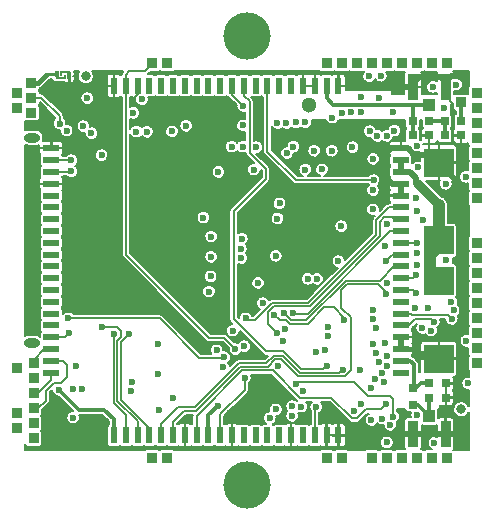
<source format=gbl>
G04 (created by PCBNEW (2013-jul-07)-stable) date su 14. joulukuuta 2014 12.55.15*
%MOIN*%
G04 Gerber Fmt 3.4, Leading zero omitted, Abs format*
%FSLAX34Y34*%
G01*
G70*
G90*
G04 APERTURE LIST*
%ADD10C,0.000787402*%
%ADD11R,0.0354X0.0354*%
%ADD12R,0.0984X0.0945*%
%ADD13R,0.0276X0.0314*%
%ADD14R,0.0314X0.0276*%
%ADD15R,0.0236X0.0551181*%
%ADD16R,0.0551181X0.0236*%
%ADD17R,0.0393701X0.0413386*%
%ADD18R,0.0334646X0.0866142*%
%ADD19C,0.0511811*%
%ADD20O,0.0551181X0.0314961*%
%ADD21C,0.0315*%
%ADD22C,0.15748*%
%ADD23R,0.011811X0.019685*%
%ADD24R,0.0354331X0.00787402*%
%ADD25R,0.00787402X0.00787402*%
%ADD26C,0.023622*%
%ADD27C,0.00590551*%
%ADD28C,0.019685*%
%ADD29C,0.0393701*%
%ADD30C,0.00984252*%
%ADD31C,0.0314961*%
%ADD32C,0.011811*%
%ADD33C,0.015748*%
%ADD34C,0.023622*%
%ADD35C,0.00787402*%
G04 APERTURE END LIST*
G54D10*
G54D11*
X73500Y-41250D03*
X73500Y-41750D03*
X73425Y-30893D03*
X73425Y-30393D03*
X73425Y-29893D03*
X73500Y-40250D03*
X73500Y-40750D03*
X73500Y-39750D03*
X73500Y-39250D03*
G54D12*
X87007Y-35157D03*
X87007Y-32559D03*
X87007Y-36496D03*
X87007Y-39094D03*
G54D13*
X87244Y-39921D03*
X86692Y-39921D03*
X86693Y-31653D03*
X86141Y-31653D03*
X87244Y-40393D03*
X86692Y-40393D03*
X87756Y-31653D03*
X87204Y-31653D03*
G54D14*
X86141Y-40630D03*
X86141Y-40078D03*
G54D13*
X86693Y-31181D03*
X86141Y-31181D03*
X87756Y-31181D03*
X87204Y-31181D03*
G54D11*
X87755Y-30551D03*
G54D15*
X83661Y-41653D03*
X83267Y-41652D03*
X82874Y-41652D03*
X82480Y-41652D03*
X82086Y-41652D03*
X81692Y-41652D03*
X81299Y-41652D03*
X80905Y-41652D03*
X80511Y-41652D03*
X80118Y-41652D03*
X79724Y-41652D03*
X79330Y-41652D03*
X78937Y-41652D03*
X78543Y-41652D03*
X78149Y-41652D03*
X77755Y-41652D03*
X77362Y-41652D03*
X76968Y-41652D03*
X76574Y-41652D03*
X76181Y-41652D03*
G54D16*
X74094Y-39565D03*
X74094Y-39171D03*
X74094Y-38777D03*
X74094Y-38384D03*
X74094Y-37990D03*
X74094Y-37596D03*
X74094Y-37203D03*
X74094Y-36809D03*
X74094Y-36415D03*
X74094Y-36022D03*
X74094Y-35628D03*
X74094Y-35234D03*
X74094Y-34840D03*
X74094Y-34447D03*
X74094Y-34053D03*
X74094Y-33659D03*
X74094Y-33266D03*
X74094Y-32872D03*
X74094Y-32478D03*
X74094Y-32085D03*
G54D15*
X76181Y-29998D03*
X76575Y-29998D03*
X76968Y-29998D03*
X77362Y-29998D03*
X77756Y-29998D03*
X78150Y-29998D03*
X78543Y-29998D03*
X78937Y-29998D03*
X79331Y-29998D03*
X79724Y-29998D03*
X80118Y-29998D03*
X80512Y-29998D03*
X80905Y-29998D03*
X81299Y-29998D03*
X81693Y-29998D03*
X82087Y-29998D03*
X82480Y-29998D03*
X82874Y-29998D03*
X83268Y-29998D03*
X83661Y-29998D03*
G54D16*
X85748Y-32086D03*
X85748Y-32479D03*
X85748Y-32873D03*
X85748Y-33267D03*
X85748Y-33660D03*
X85748Y-34054D03*
X85748Y-34448D03*
X85748Y-34841D03*
X85748Y-35235D03*
X85748Y-35629D03*
X85748Y-36023D03*
X85748Y-36416D03*
X85748Y-36810D03*
X85748Y-37204D03*
X85748Y-37597D03*
X85748Y-37991D03*
X85748Y-38385D03*
X85748Y-38778D03*
X85748Y-39172D03*
X85748Y-39566D03*
G54D17*
X86692Y-41013D03*
G54D18*
X86151Y-41614D03*
X87234Y-41614D03*
G54D17*
X86692Y-30639D03*
G54D18*
X87234Y-30039D03*
X86151Y-30039D03*
G54D19*
X82677Y-30629D03*
G54D20*
X73443Y-31731D03*
X73443Y-38581D03*
G54D21*
X75236Y-29685D03*
X87755Y-40787D03*
G54D11*
X88268Y-36252D03*
X88268Y-35752D03*
X88268Y-35252D03*
X87268Y-42402D03*
X86768Y-42402D03*
X87268Y-29252D03*
X88268Y-31752D03*
X88268Y-31252D03*
X83768Y-42402D03*
X83268Y-42402D03*
X88268Y-33752D03*
X85768Y-29252D03*
X88268Y-32752D03*
X88268Y-32252D03*
X88268Y-33252D03*
X85768Y-42402D03*
X85268Y-42402D03*
X84768Y-29252D03*
X83768Y-29252D03*
X84268Y-29252D03*
X88268Y-30752D03*
X88268Y-30252D03*
X85268Y-29252D03*
X86268Y-42402D03*
X86768Y-29252D03*
X84768Y-42402D03*
X72953Y-30252D03*
X72953Y-30752D03*
X88268Y-37752D03*
X72953Y-40901D03*
X72953Y-41401D03*
X86268Y-29252D03*
X83268Y-29252D03*
X88268Y-36752D03*
X88268Y-37252D03*
G54D22*
X80610Y-28346D03*
X80610Y-43307D03*
G54D11*
X77452Y-42401D03*
X77952Y-42401D03*
G54D23*
X74685Y-29685D03*
G54D24*
X74566Y-29547D03*
G54D25*
X74547Y-29665D03*
X74429Y-29625D03*
G54D24*
X74409Y-29744D03*
G54D23*
X74291Y-29606D03*
G54D11*
X88267Y-38251D03*
X88267Y-39251D03*
X88267Y-38751D03*
X77452Y-29251D03*
X72952Y-39401D03*
X77952Y-29251D03*
G54D26*
X74803Y-40118D03*
X75118Y-40118D03*
X77283Y-31535D03*
X76929Y-31527D03*
X77637Y-39606D03*
X76830Y-30905D03*
X86314Y-32720D03*
X86299Y-34173D03*
X86291Y-35972D03*
X86291Y-35570D03*
X83464Y-31062D03*
X80444Y-35094D03*
X86232Y-37417D03*
X86255Y-36901D03*
X74370Y-31259D03*
X86244Y-33224D03*
X87188Y-30736D03*
X86692Y-36614D03*
X75767Y-32311D03*
X86862Y-41909D03*
X82429Y-40692D03*
X77114Y-30456D03*
X77677Y-40807D03*
X78590Y-31334D03*
X82480Y-40185D03*
X86665Y-37413D03*
X81822Y-38500D03*
X86248Y-33732D03*
X80523Y-38685D03*
X86283Y-31996D03*
X80141Y-38161D03*
X85297Y-39330D03*
X81702Y-33921D03*
X74661Y-37751D03*
X79854Y-39047D03*
X80543Y-39732D03*
X83803Y-39460D03*
X85255Y-36933D03*
X85259Y-40622D03*
X85286Y-39017D03*
X84834Y-33145D03*
X81602Y-38240D03*
X74763Y-32480D03*
X83307Y-38031D03*
X82165Y-32027D03*
X82559Y-31220D03*
X83307Y-38346D03*
X81948Y-32244D03*
X74763Y-32854D03*
X85236Y-35846D03*
X86259Y-36318D03*
X80492Y-30669D03*
X82925Y-40712D03*
X81653Y-39350D03*
X86279Y-35236D03*
X80570Y-37751D03*
X82165Y-37578D03*
X83283Y-39330D03*
X85185Y-39870D03*
X81850Y-37578D03*
X85488Y-41027D03*
X82259Y-39940D03*
X80228Y-38779D03*
X83759Y-34685D03*
X80433Y-35740D03*
X84881Y-39783D03*
X83444Y-32165D03*
X82854Y-32165D03*
X83661Y-35846D03*
X84763Y-40078D03*
X87433Y-37196D03*
X84814Y-34122D03*
X80413Y-35433D03*
X79665Y-32874D03*
X84822Y-32440D03*
X79645Y-40669D03*
X86811Y-30039D03*
X83118Y-32790D03*
X80472Y-32027D03*
X84192Y-40846D03*
X84429Y-40610D03*
X80925Y-32047D03*
X74696Y-38228D03*
X81633Y-31240D03*
X82933Y-38877D03*
X81929Y-31240D03*
X83228Y-38799D03*
X84960Y-31673D03*
X82125Y-41003D03*
X82952Y-36437D03*
X85078Y-29665D03*
X84685Y-29685D03*
X82637Y-36437D03*
X81531Y-37641D03*
X84094Y-30885D03*
X83858Y-37814D03*
X84389Y-39488D03*
X82244Y-31220D03*
X85019Y-30393D03*
X84921Y-38917D03*
X84409Y-30885D03*
X85030Y-39202D03*
X84803Y-38622D03*
X84704Y-31515D03*
X82122Y-40685D03*
X79830Y-39389D03*
X76181Y-38287D03*
X76692Y-38287D03*
X75767Y-38051D03*
X74350Y-40137D03*
X79350Y-36862D03*
X84822Y-37775D03*
X85531Y-31496D03*
X79421Y-35027D03*
X85492Y-30885D03*
X84921Y-38070D03*
X79421Y-35700D03*
X84822Y-37460D03*
X85275Y-31673D03*
X85118Y-39566D03*
X84133Y-32047D03*
X87590Y-29960D03*
X83787Y-30897D03*
X87992Y-39921D03*
X87933Y-38503D03*
X75291Y-30413D03*
X84409Y-30362D03*
X74933Y-39354D03*
X79165Y-34393D03*
X87905Y-33035D03*
X86488Y-34480D03*
X87244Y-33267D03*
X80484Y-31322D03*
X81574Y-35669D03*
X81889Y-38110D03*
X79606Y-38818D03*
X76751Y-40188D03*
X76771Y-39881D03*
X77637Y-38622D03*
X79405Y-36358D03*
X78118Y-31523D03*
X86287Y-40968D03*
X81374Y-41078D03*
X80106Y-32027D03*
X84814Y-33484D03*
X81141Y-37244D03*
X74818Y-41062D03*
X85204Y-38566D03*
X85287Y-36566D03*
X85291Y-34598D03*
X80846Y-32795D03*
X84763Y-41141D03*
X85393Y-41299D03*
X86224Y-38956D03*
X86279Y-38692D03*
X74889Y-30566D03*
X74665Y-30566D03*
X80059Y-40917D03*
X78708Y-41047D03*
X75161Y-31350D03*
X86452Y-38074D03*
X81633Y-34425D03*
X87263Y-35818D03*
X87503Y-37484D03*
X87440Y-37775D03*
X86842Y-37866D03*
X85133Y-41094D03*
X75433Y-31582D03*
X74606Y-31492D03*
X82559Y-32795D03*
X78137Y-40413D03*
X86759Y-38161D03*
X85208Y-35330D03*
X80984Y-36574D03*
X81574Y-40787D03*
X85275Y-41889D03*
G54D27*
X73425Y-30393D02*
X73661Y-30393D01*
X86165Y-36810D02*
X86255Y-36901D01*
X86165Y-36810D02*
X85748Y-36810D01*
X73661Y-30393D02*
X73748Y-30393D01*
X74370Y-31015D02*
X73748Y-30393D01*
X74370Y-31259D02*
X74370Y-31015D01*
G54D28*
X85748Y-32479D02*
X85748Y-32873D01*
X85748Y-32873D02*
X86035Y-32873D01*
X86244Y-33082D02*
X86244Y-33224D01*
X86035Y-32873D02*
X86244Y-33082D01*
G54D29*
X87007Y-35157D02*
X87007Y-35334D01*
X86712Y-36201D02*
X87007Y-36496D01*
X86712Y-35629D02*
X86712Y-36201D01*
X87007Y-35334D02*
X86712Y-35629D01*
G54D30*
X86244Y-33224D02*
X86279Y-33224D01*
X86279Y-33224D02*
X86279Y-33248D01*
G54D29*
X87007Y-35157D02*
X87007Y-33976D01*
G54D31*
X87007Y-33976D02*
X86279Y-33248D01*
G54D28*
X86692Y-36614D02*
X86810Y-36496D01*
X86810Y-36496D02*
X87007Y-36496D01*
G54D27*
X77700Y-37751D02*
X74661Y-37751D01*
X79031Y-39082D02*
X77700Y-37751D01*
X79818Y-39082D02*
X79031Y-39082D01*
X79854Y-39047D02*
X79818Y-39082D01*
X79724Y-41652D02*
X79724Y-40948D01*
X80543Y-40129D02*
X80543Y-39732D01*
X79724Y-40948D02*
X80543Y-40129D01*
X83062Y-39570D02*
X83692Y-39570D01*
X77755Y-41272D02*
X78307Y-40720D01*
X78307Y-40720D02*
X78882Y-40720D01*
X78882Y-40720D02*
X80350Y-39251D01*
X80350Y-39251D02*
X81266Y-39251D01*
X81266Y-39251D02*
X81514Y-39003D01*
X81514Y-39003D02*
X81804Y-39003D01*
X81804Y-39003D02*
X82371Y-39570D01*
X82371Y-39570D02*
X83062Y-39570D01*
X77755Y-41652D02*
X77755Y-41272D01*
X83692Y-39570D02*
X83803Y-39460D01*
X85255Y-36933D02*
X85255Y-36874D01*
X78149Y-41652D02*
X78149Y-41212D01*
X82322Y-39688D02*
X83362Y-39688D01*
X81755Y-39122D02*
X82322Y-39688D01*
X81562Y-39122D02*
X81755Y-39122D01*
X81314Y-39370D02*
X81562Y-39122D01*
X80399Y-39370D02*
X81314Y-39370D01*
X78931Y-40838D02*
X80399Y-39370D01*
X78523Y-40838D02*
X78931Y-40838D01*
X78149Y-41212D02*
X78523Y-40838D01*
X83362Y-39688D02*
X83881Y-39688D01*
X84086Y-39484D02*
X83881Y-39688D01*
X84086Y-37716D02*
X84086Y-39484D01*
X83763Y-37393D02*
X84086Y-37716D01*
X83763Y-36806D02*
X83763Y-37393D01*
X83956Y-36614D02*
X83763Y-36806D01*
X84996Y-36614D02*
X83956Y-36614D01*
X85255Y-36874D02*
X84996Y-36614D01*
X78937Y-40999D02*
X78937Y-41652D01*
X80448Y-39488D02*
X78937Y-40999D01*
X81472Y-39488D02*
X80448Y-39488D01*
X82389Y-40405D02*
X81472Y-39488D01*
X83429Y-40405D02*
X82389Y-40405D01*
X84114Y-41090D02*
X83429Y-40405D01*
X84271Y-41090D02*
X84114Y-41090D01*
X84574Y-40787D02*
X84271Y-41090D01*
X85094Y-40787D02*
X84574Y-40787D01*
X85259Y-40622D02*
X85094Y-40787D01*
X81299Y-32200D02*
X81299Y-29998D01*
X81299Y-32200D02*
X82244Y-33145D01*
X82244Y-33145D02*
X84834Y-33145D01*
X85748Y-34448D02*
X85511Y-34448D01*
X81307Y-37944D02*
X81602Y-38240D01*
X81307Y-37555D02*
X81307Y-37944D01*
X81507Y-37354D02*
X81307Y-37555D01*
X82714Y-37354D02*
X81507Y-37354D01*
X85047Y-35021D02*
X82714Y-37354D01*
X85047Y-34527D02*
X85047Y-35021D01*
X85192Y-34381D02*
X85047Y-34527D01*
X85444Y-34381D02*
X85192Y-34381D01*
X85511Y-34448D02*
X85444Y-34381D01*
X74762Y-32478D02*
X74094Y-32478D01*
X74763Y-32480D02*
X74762Y-32478D01*
X74094Y-32872D02*
X74745Y-32872D01*
X74745Y-32872D02*
X74763Y-32854D01*
X85748Y-35629D02*
X85452Y-35629D01*
X85452Y-35629D02*
X85236Y-35846D01*
X86161Y-36416D02*
X85748Y-36416D01*
X86259Y-36318D02*
X86161Y-36416D01*
X80118Y-29998D02*
X80118Y-30295D01*
X80118Y-30295D02*
X80492Y-30669D01*
X82874Y-41652D02*
X82874Y-40763D01*
X82874Y-40763D02*
X82925Y-40712D01*
X85748Y-35235D02*
X86279Y-35235D01*
X86279Y-35235D02*
X86279Y-35236D01*
X85352Y-34054D02*
X85748Y-34054D01*
X84929Y-34478D02*
X85352Y-34054D01*
X84929Y-34973D02*
X84929Y-34478D01*
X82665Y-37236D02*
X84929Y-34973D01*
X81458Y-37236D02*
X82665Y-37236D01*
X80884Y-37811D02*
X81458Y-37236D01*
X80629Y-37811D02*
X80884Y-37811D01*
X80570Y-37751D02*
X80629Y-37811D01*
X85394Y-34841D02*
X85748Y-34841D01*
X82637Y-37598D02*
X85394Y-34841D01*
X82185Y-37598D02*
X82637Y-37598D01*
X82165Y-37578D02*
X82185Y-37598D01*
X81826Y-38858D02*
X81251Y-38858D01*
X80512Y-30331D02*
X80704Y-30523D01*
X80704Y-30523D02*
X80704Y-32240D01*
X80704Y-32240D02*
X81240Y-32775D01*
X81826Y-38858D02*
X82420Y-39452D01*
X82420Y-39452D02*
X83161Y-39452D01*
X83161Y-39452D02*
X83283Y-39330D01*
X80512Y-30331D02*
X80512Y-29998D01*
X81240Y-33102D02*
X81240Y-32775D01*
X80169Y-34173D02*
X81240Y-33102D01*
X80169Y-37775D02*
X80169Y-34173D01*
X81251Y-38858D02*
X80169Y-37775D01*
X85511Y-36023D02*
X85748Y-36023D01*
X85039Y-36496D02*
X85511Y-36023D01*
X83907Y-36496D02*
X85039Y-36496D01*
X82588Y-37814D02*
X83907Y-36496D01*
X82086Y-37814D02*
X82588Y-37814D01*
X81850Y-37578D02*
X82086Y-37814D01*
X76575Y-29998D02*
X76575Y-35626D01*
X85488Y-40456D02*
X85488Y-41027D01*
X85381Y-40350D02*
X85488Y-40456D01*
X84641Y-40350D02*
X85381Y-40350D01*
X84181Y-39889D02*
X84641Y-40350D01*
X82311Y-39889D02*
X84181Y-39889D01*
X82259Y-39940D02*
X82311Y-39889D01*
X79858Y-38409D02*
X80228Y-38779D01*
X79358Y-38409D02*
X79858Y-38409D01*
X76575Y-35626D02*
X79358Y-38409D01*
X77452Y-29251D02*
X77452Y-29279D01*
X76575Y-29625D02*
X76575Y-29998D01*
X76696Y-29503D02*
X76575Y-29625D01*
X77228Y-29503D02*
X76696Y-29503D01*
X77452Y-29279D02*
X77228Y-29503D01*
G54D32*
X79330Y-40984D02*
X79330Y-41652D01*
X79645Y-40669D02*
X79330Y-40984D01*
G54D27*
X74540Y-38384D02*
X74094Y-38384D01*
X74696Y-38228D02*
X74540Y-38384D01*
X74094Y-38777D02*
X73860Y-38777D01*
X73500Y-39137D02*
X73500Y-39250D01*
X73860Y-38777D02*
X73500Y-39137D01*
X83858Y-37814D02*
X83858Y-37748D01*
X81712Y-37822D02*
X81531Y-37641D01*
X81927Y-37822D02*
X81712Y-37822D01*
X82037Y-37933D02*
X81927Y-37822D01*
X82637Y-37933D02*
X82037Y-37933D01*
X83180Y-37389D02*
X82637Y-37933D01*
X83500Y-37389D02*
X83180Y-37389D01*
X83858Y-37748D02*
X83500Y-37389D01*
X76574Y-41652D02*
X76574Y-40964D01*
X76181Y-40570D02*
X76181Y-38287D01*
X76574Y-40964D02*
X76181Y-40570D01*
X77362Y-41652D02*
X77362Y-41417D01*
X76682Y-38287D02*
X76692Y-38287D01*
X76417Y-38552D02*
X76682Y-38287D01*
X76417Y-40473D02*
X76417Y-38552D01*
X77362Y-41417D02*
X76417Y-40473D01*
X76968Y-41652D02*
X76968Y-41190D01*
X76299Y-38051D02*
X75767Y-38051D01*
X76417Y-38169D02*
X76299Y-38051D01*
X76417Y-38385D02*
X76417Y-38169D01*
X76299Y-38503D02*
X76417Y-38385D01*
X76299Y-40521D02*
X76299Y-38503D01*
X76968Y-41190D02*
X76299Y-40521D01*
G54D32*
X76181Y-41652D02*
X76181Y-41122D01*
X75019Y-40807D02*
X74350Y-40137D01*
X75866Y-40807D02*
X75019Y-40807D01*
X76181Y-41122D02*
X75866Y-40807D01*
G54D27*
X73500Y-40250D02*
X73650Y-40250D01*
X74094Y-39805D02*
X74094Y-39565D01*
X73650Y-40250D02*
X74094Y-39805D01*
X73500Y-40750D02*
X73650Y-40750D01*
X74471Y-39171D02*
X74094Y-39171D01*
X74600Y-39300D02*
X74471Y-39171D01*
X74600Y-39700D02*
X74600Y-39300D01*
X74400Y-39900D02*
X74600Y-39700D01*
X74167Y-39900D02*
X74400Y-39900D01*
X73900Y-40167D02*
X74167Y-39900D01*
X73900Y-40500D02*
X73900Y-40167D01*
X73650Y-40750D02*
X73900Y-40500D01*
X74409Y-29744D02*
X74539Y-29744D01*
X74547Y-29669D02*
X74547Y-29665D01*
X74547Y-29736D02*
X74547Y-29669D01*
X74539Y-29744D02*
X74547Y-29736D01*
X74409Y-29744D02*
X74271Y-29744D01*
X74291Y-29724D02*
X74291Y-29606D01*
X74271Y-29744D02*
X74291Y-29724D01*
G54D30*
X74291Y-29606D02*
X73948Y-29606D01*
X73948Y-29606D02*
X73909Y-29645D01*
G54D33*
X73909Y-29645D02*
X73661Y-29893D01*
X73661Y-29893D02*
X73425Y-29893D01*
X73909Y-29645D02*
X73661Y-29893D01*
G54D27*
X76968Y-29998D02*
X76968Y-30275D01*
X76838Y-30405D02*
X76838Y-30547D01*
X76968Y-30275D02*
X76838Y-30405D01*
X87756Y-31653D02*
X87500Y-31653D01*
X87234Y-30348D02*
X87234Y-30039D01*
X87452Y-30566D02*
X87234Y-30348D01*
X87452Y-31606D02*
X87452Y-30566D01*
X87500Y-31653D02*
X87452Y-31606D01*
X74566Y-29547D02*
X74712Y-29547D01*
X74685Y-29574D02*
X74685Y-29685D01*
X74712Y-29547D02*
X74685Y-29574D01*
X74429Y-29625D02*
X74429Y-29543D01*
X74433Y-29547D02*
X74566Y-29547D01*
X74429Y-29543D02*
X74433Y-29547D01*
G54D33*
X74625Y-30240D02*
X74625Y-30031D01*
G54D30*
X74685Y-29972D02*
X74685Y-29685D01*
G54D33*
X74625Y-30031D02*
X74685Y-29972D01*
G54D34*
X86224Y-38956D02*
X86870Y-38956D01*
G54D33*
X86279Y-38901D02*
X86224Y-38956D01*
X85748Y-38778D02*
X86193Y-38778D01*
X86193Y-38778D02*
X86279Y-38692D01*
X86279Y-38692D02*
X86279Y-38901D01*
G54D34*
X86870Y-38956D02*
X87007Y-39094D01*
G54D28*
X74625Y-30240D02*
X74625Y-30303D01*
X74625Y-30303D02*
X74889Y-30566D01*
X74625Y-30240D02*
X74625Y-30527D01*
X74625Y-30527D02*
X74665Y-30566D01*
X85748Y-38385D02*
X85748Y-38778D01*
X85748Y-33267D02*
X85748Y-33660D01*
X85748Y-32086D02*
X85984Y-32086D01*
X86747Y-32299D02*
X87007Y-32559D01*
X86196Y-32299D02*
X86747Y-32299D01*
X85984Y-32086D02*
X86196Y-32299D01*
X85748Y-33267D02*
X85444Y-33267D01*
X85444Y-33267D02*
X85267Y-33090D01*
X85267Y-33090D02*
X85267Y-32244D01*
X85267Y-32244D02*
X85425Y-32086D01*
X85425Y-32086D02*
X85748Y-32086D01*
X87234Y-29875D02*
X87433Y-29677D01*
X87433Y-29677D02*
X87838Y-29677D01*
X87234Y-30039D02*
X87234Y-29875D01*
X86151Y-30039D02*
X85763Y-30039D01*
X85763Y-30039D02*
X85759Y-30043D01*
X86151Y-41614D02*
X85748Y-41614D01*
X85748Y-41614D02*
X85716Y-41582D01*
X87234Y-41614D02*
X87700Y-41614D01*
X87234Y-41614D02*
X86151Y-41614D01*
X87234Y-30039D02*
X87234Y-29887D01*
X86151Y-29895D02*
X86151Y-30039D01*
X86338Y-29708D02*
X86151Y-29895D01*
X87055Y-29708D02*
X86338Y-29708D01*
X87234Y-29887D02*
X87055Y-29708D01*
X87007Y-32559D02*
X87007Y-32586D01*
X87007Y-32586D02*
X87685Y-33263D01*
X87685Y-33263D02*
X87685Y-33582D01*
G54D27*
X86693Y-31653D02*
X86693Y-32244D01*
X86693Y-32244D02*
X87007Y-32559D01*
X80118Y-41652D02*
X80118Y-40976D01*
X80118Y-40976D02*
X80059Y-40917D01*
X78543Y-41652D02*
X78543Y-41212D01*
X78543Y-41212D02*
X78708Y-41047D01*
G54D32*
X86692Y-39921D02*
X86417Y-39921D01*
X86260Y-40078D02*
X86141Y-40078D01*
X86417Y-39921D02*
X86260Y-40078D01*
X85748Y-39172D02*
X86062Y-39172D01*
X86181Y-40038D02*
X86141Y-40078D01*
X86181Y-39291D02*
X86181Y-40038D01*
X86062Y-39172D02*
X86181Y-39291D01*
X86141Y-40630D02*
X86307Y-40630D01*
X86690Y-41013D02*
X86692Y-41013D01*
X86307Y-40630D02*
X86690Y-41013D01*
X86692Y-41013D02*
X86692Y-40394D01*
X86692Y-40394D02*
X86692Y-40393D01*
G54D35*
X85748Y-37597D02*
X86082Y-37597D01*
X87307Y-37641D02*
X87440Y-37775D01*
X86125Y-37641D02*
X87307Y-37641D01*
X86082Y-37597D02*
X86125Y-37641D01*
X86004Y-37991D02*
X85748Y-37991D01*
X86216Y-37779D02*
X86004Y-37991D01*
X86755Y-37779D02*
X86216Y-37779D01*
X86842Y-37866D02*
X86755Y-37779D01*
G54D32*
X86141Y-30639D02*
X83494Y-30639D01*
X83268Y-30413D02*
X83268Y-29998D01*
X83494Y-30639D02*
X83268Y-30413D01*
X86141Y-31181D02*
X86141Y-30639D01*
X86141Y-30649D02*
X86141Y-30639D01*
X86141Y-30640D02*
X86141Y-30649D01*
X86141Y-30639D02*
X86141Y-30640D01*
X86141Y-31181D02*
X86141Y-31653D01*
X86692Y-30639D02*
X86141Y-30639D01*
X87204Y-31181D02*
X87204Y-31653D01*
X86693Y-31181D02*
X87204Y-31181D01*
X87756Y-31181D02*
X87756Y-30551D01*
X87756Y-30551D02*
X87755Y-30551D01*
G54D35*
X80984Y-36574D02*
X80984Y-36574D01*
G54D10*
G36*
X76982Y-30004D02*
X76974Y-30004D01*
X76974Y-30012D01*
X76962Y-30012D01*
X76962Y-30004D01*
X76954Y-30004D01*
X76954Y-29992D01*
X76962Y-29992D01*
X76962Y-29985D01*
X76974Y-29985D01*
X76974Y-29992D01*
X76982Y-29992D01*
X76982Y-30004D01*
X76982Y-30004D01*
G37*
G54D27*
X76982Y-30004D02*
X76974Y-30004D01*
X76974Y-30012D01*
X76962Y-30012D01*
X76962Y-30004D01*
X76954Y-30004D01*
X76954Y-29992D01*
X76962Y-29992D01*
X76962Y-29985D01*
X76974Y-29985D01*
X76974Y-29992D01*
X76982Y-29992D01*
X76982Y-30004D01*
G54D10*
G36*
X81327Y-38996D02*
X81208Y-39114D01*
X80350Y-39114D01*
X80338Y-39115D01*
X80325Y-39116D01*
X80324Y-39116D01*
X80324Y-39116D01*
X80312Y-39120D01*
X80299Y-39124D01*
X80299Y-39124D01*
X80298Y-39124D01*
X80287Y-39130D01*
X80275Y-39136D01*
X80275Y-39136D01*
X80274Y-39137D01*
X80264Y-39145D01*
X80254Y-39153D01*
X80253Y-39154D01*
X80253Y-39154D01*
X80253Y-39154D01*
X80253Y-39154D01*
X80054Y-39353D01*
X80048Y-39324D01*
X80031Y-39282D01*
X80006Y-39245D01*
X79990Y-39229D01*
X79994Y-39226D01*
X80026Y-39195D01*
X80052Y-39159D01*
X80070Y-39119D01*
X80080Y-39075D01*
X80080Y-39025D01*
X80072Y-38981D01*
X80055Y-38940D01*
X80030Y-38903D01*
X79999Y-38871D01*
X79962Y-38847D01*
X79921Y-38829D01*
X79878Y-38821D01*
X79833Y-38820D01*
X79832Y-38820D01*
X79832Y-38796D01*
X79824Y-38753D01*
X79807Y-38712D01*
X79782Y-38675D01*
X79751Y-38643D01*
X79714Y-38618D01*
X79673Y-38601D01*
X79630Y-38592D01*
X79585Y-38592D01*
X79542Y-38600D01*
X79500Y-38617D01*
X79463Y-38641D01*
X79432Y-38672D01*
X79406Y-38709D01*
X79389Y-38750D01*
X79380Y-38793D01*
X79379Y-38837D01*
X79387Y-38881D01*
X79403Y-38922D01*
X79418Y-38944D01*
X79088Y-38944D01*
X77798Y-37654D01*
X77788Y-37646D01*
X77778Y-37638D01*
X77778Y-37637D01*
X77777Y-37637D01*
X77766Y-37631D01*
X77755Y-37625D01*
X77754Y-37625D01*
X77753Y-37624D01*
X77741Y-37621D01*
X77729Y-37617D01*
X77728Y-37617D01*
X77728Y-37616D01*
X77715Y-37615D01*
X77702Y-37614D01*
X77701Y-37614D01*
X77701Y-37614D01*
X77701Y-37614D01*
X77700Y-37614D01*
X76175Y-37614D01*
X76175Y-30370D01*
X76175Y-30004D01*
X76175Y-29992D01*
X76175Y-29627D01*
X76143Y-29595D01*
X76074Y-29595D01*
X76049Y-29595D01*
X76025Y-29600D01*
X76002Y-29610D01*
X75981Y-29624D01*
X75963Y-29642D01*
X75949Y-29662D01*
X75940Y-29686D01*
X75935Y-29710D01*
X75935Y-29960D01*
X75967Y-29992D01*
X76175Y-29992D01*
X76175Y-30004D01*
X75967Y-30004D01*
X75935Y-30036D01*
X75935Y-30287D01*
X75940Y-30311D01*
X75949Y-30334D01*
X75963Y-30355D01*
X75981Y-30373D01*
X76002Y-30387D01*
X76025Y-30397D01*
X76049Y-30402D01*
X76074Y-30402D01*
X76143Y-30402D01*
X76175Y-30370D01*
X76175Y-37614D01*
X75994Y-37614D01*
X75994Y-32288D01*
X75985Y-32245D01*
X75968Y-32204D01*
X75943Y-32167D01*
X75912Y-32135D01*
X75875Y-32110D01*
X75834Y-32093D01*
X75791Y-32084D01*
X75747Y-32084D01*
X75703Y-32092D01*
X75662Y-32109D01*
X75659Y-32111D01*
X75659Y-31560D01*
X75650Y-31516D01*
X75633Y-31475D01*
X75609Y-31438D01*
X75578Y-31407D01*
X75541Y-31382D01*
X75517Y-31372D01*
X75517Y-30391D01*
X75509Y-30347D01*
X75492Y-30306D01*
X75467Y-30269D01*
X75436Y-30238D01*
X75399Y-30213D01*
X75358Y-30196D01*
X75315Y-30187D01*
X75270Y-30186D01*
X75227Y-30195D01*
X75185Y-30211D01*
X75148Y-30236D01*
X75117Y-30267D01*
X75092Y-30303D01*
X75074Y-30344D01*
X75065Y-30388D01*
X75064Y-30432D01*
X75072Y-30476D01*
X75089Y-30517D01*
X75113Y-30554D01*
X75143Y-30586D01*
X75180Y-30611D01*
X75221Y-30629D01*
X75264Y-30639D01*
X75308Y-30640D01*
X75352Y-30632D01*
X75393Y-30616D01*
X75431Y-30592D01*
X75463Y-30562D01*
X75489Y-30525D01*
X75507Y-30485D01*
X75517Y-30441D01*
X75517Y-30391D01*
X75517Y-31372D01*
X75500Y-31365D01*
X75456Y-31356D01*
X75412Y-31356D01*
X75387Y-31360D01*
X75387Y-31328D01*
X75379Y-31284D01*
X75362Y-31243D01*
X75337Y-31206D01*
X75306Y-31175D01*
X75269Y-31150D01*
X75228Y-31133D01*
X75185Y-31124D01*
X75140Y-31123D01*
X75097Y-31132D01*
X75056Y-31148D01*
X75018Y-31173D01*
X74987Y-31204D01*
X74962Y-31240D01*
X74944Y-31281D01*
X74935Y-31325D01*
X74934Y-31369D01*
X74942Y-31413D01*
X74959Y-31454D01*
X74983Y-31491D01*
X75013Y-31523D01*
X75050Y-31548D01*
X75091Y-31566D01*
X75134Y-31576D01*
X75178Y-31577D01*
X75206Y-31572D01*
X75206Y-31601D01*
X75214Y-31645D01*
X75230Y-31686D01*
X75254Y-31723D01*
X75285Y-31755D01*
X75322Y-31781D01*
X75362Y-31799D01*
X75406Y-31808D01*
X75450Y-31809D01*
X75494Y-31801D01*
X75535Y-31785D01*
X75573Y-31761D01*
X75605Y-31731D01*
X75630Y-31695D01*
X75648Y-31654D01*
X75658Y-31611D01*
X75659Y-31560D01*
X75659Y-32111D01*
X75625Y-32133D01*
X75593Y-32164D01*
X75568Y-32201D01*
X75550Y-32242D01*
X75541Y-32285D01*
X75541Y-32330D01*
X75549Y-32373D01*
X75565Y-32415D01*
X75589Y-32452D01*
X75620Y-32484D01*
X75656Y-32509D01*
X75697Y-32527D01*
X75740Y-32536D01*
X75785Y-32537D01*
X75828Y-32530D01*
X75870Y-32514D01*
X75907Y-32490D01*
X75939Y-32459D01*
X75965Y-32423D01*
X75983Y-32382D01*
X75993Y-32339D01*
X75994Y-32288D01*
X75994Y-37614D01*
X74990Y-37614D01*
X74990Y-32832D01*
X74981Y-32788D01*
X74964Y-32747D01*
X74940Y-32710D01*
X74908Y-32679D01*
X74891Y-32667D01*
X74903Y-32659D01*
X74935Y-32628D01*
X74961Y-32592D01*
X74979Y-32552D01*
X74989Y-32508D01*
X74990Y-32458D01*
X74981Y-32414D01*
X74964Y-32373D01*
X74940Y-32336D01*
X74908Y-32305D01*
X74871Y-32280D01*
X74831Y-32263D01*
X74787Y-32254D01*
X74743Y-32253D01*
X74699Y-32262D01*
X74658Y-32278D01*
X74621Y-32303D01*
X74589Y-32334D01*
X74584Y-32340D01*
X74476Y-32340D01*
X74474Y-32329D01*
X74466Y-32309D01*
X74457Y-32297D01*
X74469Y-32285D01*
X74483Y-32264D01*
X74492Y-32241D01*
X74497Y-32217D01*
X74498Y-32192D01*
X74498Y-31979D01*
X74497Y-31954D01*
X74492Y-31929D01*
X74483Y-31906D01*
X74469Y-31885D01*
X74451Y-31868D01*
X74430Y-31854D01*
X74407Y-31844D01*
X74382Y-31839D01*
X74132Y-31839D01*
X74100Y-31871D01*
X74100Y-32079D01*
X74465Y-32079D01*
X74497Y-32047D01*
X74498Y-31979D01*
X74498Y-32192D01*
X74497Y-32123D01*
X74465Y-32091D01*
X74100Y-32091D01*
X74100Y-32099D01*
X74088Y-32099D01*
X74088Y-32091D01*
X73722Y-32091D01*
X73690Y-32123D01*
X73690Y-32192D01*
X73690Y-32217D01*
X73695Y-32241D01*
X73705Y-32264D01*
X73719Y-32285D01*
X73731Y-32297D01*
X73723Y-32309D01*
X73714Y-32328D01*
X73710Y-32349D01*
X73710Y-32370D01*
X73710Y-32607D01*
X73714Y-32628D01*
X73722Y-32647D01*
X73734Y-32665D01*
X73744Y-32675D01*
X73734Y-32685D01*
X73723Y-32703D01*
X73714Y-32722D01*
X73710Y-32743D01*
X73710Y-32764D01*
X73710Y-33001D01*
X73714Y-33022D01*
X73722Y-33041D01*
X73731Y-33055D01*
X73719Y-33066D01*
X73705Y-33087D01*
X73695Y-33110D01*
X73690Y-33135D01*
X73690Y-33160D01*
X73690Y-33228D01*
X73722Y-33260D01*
X74088Y-33260D01*
X74088Y-33252D01*
X74100Y-33252D01*
X74100Y-33260D01*
X74465Y-33260D01*
X74497Y-33228D01*
X74498Y-33160D01*
X74497Y-33135D01*
X74492Y-33110D01*
X74483Y-33087D01*
X74469Y-33066D01*
X74457Y-33055D01*
X74465Y-33042D01*
X74473Y-33022D01*
X74476Y-33010D01*
X74599Y-33010D01*
X74616Y-33027D01*
X74652Y-33052D01*
X74693Y-33070D01*
X74736Y-33080D01*
X74781Y-33081D01*
X74824Y-33073D01*
X74866Y-33057D01*
X74903Y-33033D01*
X74935Y-33002D01*
X74961Y-32966D01*
X74979Y-32926D01*
X74989Y-32882D01*
X74990Y-32832D01*
X74990Y-37614D01*
X74841Y-37614D01*
X74837Y-37608D01*
X74806Y-37576D01*
X74769Y-37551D01*
X74728Y-37534D01*
X74685Y-37525D01*
X74640Y-37525D01*
X74597Y-37533D01*
X74556Y-37550D01*
X74518Y-37574D01*
X74487Y-37605D01*
X74478Y-37618D01*
X74478Y-37468D01*
X74474Y-37447D01*
X74466Y-37427D01*
X74454Y-37410D01*
X74444Y-37400D01*
X74453Y-37391D01*
X74465Y-37373D01*
X74473Y-37353D01*
X74478Y-37333D01*
X74478Y-37311D01*
X74478Y-37075D01*
X74474Y-37054D01*
X74466Y-37034D01*
X74454Y-37017D01*
X74444Y-37006D01*
X74453Y-36997D01*
X74465Y-36979D01*
X74473Y-36959D01*
X74478Y-36939D01*
X74478Y-36917D01*
X74478Y-36681D01*
X74474Y-36660D01*
X74466Y-36640D01*
X74454Y-36623D01*
X74444Y-36612D01*
X74453Y-36603D01*
X74465Y-36585D01*
X74473Y-36565D01*
X74478Y-36545D01*
X74478Y-36523D01*
X74478Y-36287D01*
X74474Y-36266D01*
X74466Y-36246D01*
X74454Y-36229D01*
X74444Y-36219D01*
X74453Y-36210D01*
X74465Y-36192D01*
X74473Y-36172D01*
X74478Y-36152D01*
X74478Y-36130D01*
X74478Y-35894D01*
X74474Y-35873D01*
X74466Y-35853D01*
X74454Y-35836D01*
X74444Y-35825D01*
X74453Y-35816D01*
X74465Y-35798D01*
X74473Y-35778D01*
X74478Y-35758D01*
X74478Y-35736D01*
X74478Y-35500D01*
X74474Y-35479D01*
X74466Y-35459D01*
X74454Y-35442D01*
X74444Y-35431D01*
X74453Y-35422D01*
X74465Y-35404D01*
X74473Y-35384D01*
X74478Y-35364D01*
X74478Y-35342D01*
X74478Y-35106D01*
X74474Y-35085D01*
X74466Y-35065D01*
X74454Y-35048D01*
X74444Y-35037D01*
X74453Y-35028D01*
X74465Y-35010D01*
X74473Y-34990D01*
X74478Y-34970D01*
X74478Y-34948D01*
X74478Y-34712D01*
X74474Y-34691D01*
X74466Y-34671D01*
X74454Y-34654D01*
X74444Y-34644D01*
X74453Y-34635D01*
X74465Y-34617D01*
X74473Y-34597D01*
X74478Y-34577D01*
X74478Y-34555D01*
X74478Y-34319D01*
X74474Y-34298D01*
X74466Y-34278D01*
X74454Y-34261D01*
X74444Y-34250D01*
X74453Y-34241D01*
X74465Y-34223D01*
X74473Y-34203D01*
X74478Y-34183D01*
X74478Y-34161D01*
X74478Y-33925D01*
X74474Y-33904D01*
X74466Y-33884D01*
X74454Y-33867D01*
X74444Y-33856D01*
X74453Y-33847D01*
X74465Y-33829D01*
X74473Y-33809D01*
X74478Y-33789D01*
X74478Y-33767D01*
X74478Y-33531D01*
X74474Y-33510D01*
X74466Y-33490D01*
X74457Y-33478D01*
X74469Y-33466D01*
X74483Y-33445D01*
X74492Y-33422D01*
X74497Y-33398D01*
X74498Y-33373D01*
X74497Y-33304D01*
X74465Y-33272D01*
X74100Y-33272D01*
X74100Y-33280D01*
X74088Y-33280D01*
X74088Y-33272D01*
X73722Y-33272D01*
X73690Y-33304D01*
X73690Y-33373D01*
X73690Y-33398D01*
X73695Y-33422D01*
X73705Y-33445D01*
X73719Y-33466D01*
X73731Y-33478D01*
X73723Y-33490D01*
X73714Y-33509D01*
X73710Y-33530D01*
X73710Y-33551D01*
X73710Y-33788D01*
X73714Y-33809D01*
X73722Y-33828D01*
X73734Y-33846D01*
X73744Y-33856D01*
X73734Y-33866D01*
X73723Y-33884D01*
X73714Y-33903D01*
X73710Y-33924D01*
X73710Y-33945D01*
X73710Y-34182D01*
X73714Y-34203D01*
X73722Y-34222D01*
X73734Y-34240D01*
X73744Y-34250D01*
X73734Y-34260D01*
X73723Y-34278D01*
X73714Y-34297D01*
X73710Y-34318D01*
X73710Y-34339D01*
X73710Y-34576D01*
X73714Y-34597D01*
X73722Y-34616D01*
X73734Y-34634D01*
X73744Y-34644D01*
X73734Y-34653D01*
X73723Y-34671D01*
X73714Y-34690D01*
X73710Y-34711D01*
X73710Y-34732D01*
X73710Y-34969D01*
X73714Y-34990D01*
X73722Y-35009D01*
X73734Y-35027D01*
X73744Y-35037D01*
X73734Y-35047D01*
X73723Y-35065D01*
X73714Y-35084D01*
X73710Y-35105D01*
X73710Y-35126D01*
X73710Y-35363D01*
X73714Y-35384D01*
X73722Y-35403D01*
X73734Y-35421D01*
X73744Y-35431D01*
X73734Y-35441D01*
X73723Y-35459D01*
X73714Y-35478D01*
X73710Y-35499D01*
X73710Y-35520D01*
X73710Y-35757D01*
X73714Y-35778D01*
X73722Y-35797D01*
X73734Y-35815D01*
X73744Y-35825D01*
X73734Y-35835D01*
X73723Y-35853D01*
X73714Y-35872D01*
X73710Y-35893D01*
X73710Y-35914D01*
X73710Y-36151D01*
X73714Y-36172D01*
X73722Y-36191D01*
X73734Y-36209D01*
X73744Y-36219D01*
X73734Y-36228D01*
X73723Y-36246D01*
X73714Y-36265D01*
X73710Y-36286D01*
X73710Y-36307D01*
X73710Y-36544D01*
X73714Y-36565D01*
X73722Y-36584D01*
X73734Y-36602D01*
X73744Y-36612D01*
X73734Y-36622D01*
X73723Y-36640D01*
X73714Y-36659D01*
X73710Y-36680D01*
X73710Y-36701D01*
X73710Y-36938D01*
X73714Y-36959D01*
X73722Y-36978D01*
X73734Y-36996D01*
X73744Y-37006D01*
X73734Y-37016D01*
X73723Y-37034D01*
X73714Y-37053D01*
X73710Y-37074D01*
X73710Y-37095D01*
X73710Y-37332D01*
X73714Y-37353D01*
X73722Y-37372D01*
X73734Y-37390D01*
X73744Y-37400D01*
X73734Y-37409D01*
X73723Y-37427D01*
X73714Y-37446D01*
X73710Y-37467D01*
X73710Y-37488D01*
X73710Y-37725D01*
X73714Y-37746D01*
X73722Y-37765D01*
X73734Y-37783D01*
X73744Y-37793D01*
X73734Y-37803D01*
X73723Y-37821D01*
X73714Y-37840D01*
X73710Y-37861D01*
X73710Y-37882D01*
X73710Y-38119D01*
X73714Y-38140D01*
X73722Y-38159D01*
X73734Y-38177D01*
X73744Y-38187D01*
X73734Y-38197D01*
X73723Y-38215D01*
X73714Y-38234D01*
X73710Y-38255D01*
X73710Y-38276D01*
X73710Y-38360D01*
X73668Y-38337D01*
X73619Y-38321D01*
X73567Y-38316D01*
X73563Y-38315D01*
X73323Y-38315D01*
X73272Y-38321D01*
X73222Y-38336D01*
X73218Y-38338D01*
X73218Y-31975D01*
X73219Y-31975D01*
X73268Y-31991D01*
X73320Y-31997D01*
X73323Y-31997D01*
X73563Y-31997D01*
X73615Y-31992D01*
X73665Y-31977D01*
X73690Y-31963D01*
X73690Y-31979D01*
X73690Y-32047D01*
X73722Y-32079D01*
X74088Y-32079D01*
X74088Y-31871D01*
X74056Y-31839D01*
X73806Y-31839D01*
X73806Y-31839D01*
X73808Y-31834D01*
X73824Y-31785D01*
X73829Y-31733D01*
X73824Y-31681D01*
X73810Y-31632D01*
X73786Y-31586D01*
X73753Y-31545D01*
X73714Y-31512D01*
X73668Y-31487D01*
X73619Y-31471D01*
X73567Y-31466D01*
X73563Y-31465D01*
X73323Y-31465D01*
X73272Y-31471D01*
X73222Y-31486D01*
X73218Y-31488D01*
X73218Y-31175D01*
X73236Y-31178D01*
X73258Y-31179D01*
X73612Y-31178D01*
X73633Y-31174D01*
X73653Y-31166D01*
X73670Y-31155D01*
X73686Y-31140D01*
X73697Y-31122D01*
X73706Y-31102D01*
X73710Y-31082D01*
X73710Y-31060D01*
X73710Y-30706D01*
X73706Y-30685D01*
X73698Y-30665D01*
X73686Y-30647D01*
X73682Y-30643D01*
X73686Y-30640D01*
X73697Y-30622D01*
X73706Y-30602D01*
X73710Y-30582D01*
X73710Y-30560D01*
X73710Y-30551D01*
X74232Y-31072D01*
X74232Y-31079D01*
X74227Y-31082D01*
X74195Y-31113D01*
X74170Y-31150D01*
X74153Y-31191D01*
X74144Y-31234D01*
X74143Y-31278D01*
X74151Y-31322D01*
X74167Y-31363D01*
X74191Y-31401D01*
X74222Y-31433D01*
X74259Y-31458D01*
X74299Y-31476D01*
X74343Y-31485D01*
X74379Y-31486D01*
X74379Y-31511D01*
X74387Y-31554D01*
X74403Y-31596D01*
X74428Y-31633D01*
X74458Y-31665D01*
X74495Y-31690D01*
X74536Y-31708D01*
X74579Y-31717D01*
X74623Y-31718D01*
X74667Y-31711D01*
X74708Y-31695D01*
X74746Y-31671D01*
X74778Y-31640D01*
X74804Y-31604D01*
X74822Y-31563D01*
X74831Y-31520D01*
X74832Y-31469D01*
X74824Y-31426D01*
X74807Y-31385D01*
X74782Y-31348D01*
X74751Y-31316D01*
X74714Y-31292D01*
X74673Y-31274D01*
X74630Y-31265D01*
X74596Y-31265D01*
X74596Y-31237D01*
X74587Y-31194D01*
X74570Y-31153D01*
X74546Y-31116D01*
X74515Y-31084D01*
X74507Y-31079D01*
X74507Y-31015D01*
X74506Y-31003D01*
X74505Y-30990D01*
X74505Y-30989D01*
X74505Y-30988D01*
X74501Y-30976D01*
X74498Y-30964D01*
X74497Y-30963D01*
X74497Y-30963D01*
X74491Y-30952D01*
X74485Y-30940D01*
X74485Y-30940D01*
X74484Y-30939D01*
X74476Y-30929D01*
X74468Y-30919D01*
X74467Y-30918D01*
X74467Y-30918D01*
X74467Y-30918D01*
X74467Y-30918D01*
X73845Y-30296D01*
X73835Y-30288D01*
X73825Y-30280D01*
X73825Y-30279D01*
X73824Y-30279D01*
X73813Y-30273D01*
X73802Y-30267D01*
X73801Y-30266D01*
X73800Y-30266D01*
X73788Y-30262D01*
X73776Y-30258D01*
X73775Y-30258D01*
X73775Y-30258D01*
X73762Y-30257D01*
X73749Y-30255D01*
X73748Y-30255D01*
X73748Y-30255D01*
X73748Y-30255D01*
X73748Y-30255D01*
X73710Y-30255D01*
X73710Y-30206D01*
X73706Y-30185D01*
X73698Y-30165D01*
X73686Y-30147D01*
X73682Y-30143D01*
X73686Y-30140D01*
X73697Y-30122D01*
X73706Y-30102D01*
X73710Y-30082D01*
X73710Y-30073D01*
X73714Y-30072D01*
X73730Y-30067D01*
X73731Y-30066D01*
X73732Y-30066D01*
X73747Y-30058D01*
X73763Y-30050D01*
X73764Y-30049D01*
X73764Y-30049D01*
X73778Y-30038D01*
X73791Y-30027D01*
X73793Y-30026D01*
X73793Y-30026D01*
X73793Y-30026D01*
X73793Y-30025D01*
X74041Y-29777D01*
X74053Y-29763D01*
X74123Y-29763D01*
X74124Y-29794D01*
X74128Y-29814D01*
X74136Y-29834D01*
X74147Y-29852D01*
X74162Y-29867D01*
X74180Y-29879D01*
X74200Y-29887D01*
X74220Y-29891D01*
X74242Y-29891D01*
X74557Y-29891D01*
X74565Y-29896D01*
X74588Y-29906D01*
X74613Y-29911D01*
X74647Y-29911D01*
X74679Y-29879D01*
X74679Y-29839D01*
X74682Y-29835D01*
X74690Y-29815D01*
X74690Y-29813D01*
X74690Y-29879D01*
X74722Y-29911D01*
X74756Y-29911D01*
X74781Y-29906D01*
X74804Y-29896D01*
X74825Y-29883D01*
X74843Y-29865D01*
X74857Y-29844D01*
X74866Y-29821D01*
X74871Y-29796D01*
X74872Y-29771D01*
X74872Y-29722D01*
X74840Y-29690D01*
X74818Y-29690D01*
X74825Y-29686D01*
X74832Y-29679D01*
X74840Y-29679D01*
X74872Y-29647D01*
X74872Y-29598D01*
X74872Y-29586D01*
X74872Y-29574D01*
X74872Y-29585D01*
X74872Y-29585D01*
X74871Y-29573D01*
X74866Y-29548D01*
X74857Y-29525D01*
X74856Y-29524D01*
X74863Y-29517D01*
X74872Y-29517D01*
X74872Y-29519D01*
X74872Y-29517D01*
X75028Y-29517D01*
X75002Y-29556D01*
X74981Y-29604D01*
X74970Y-29655D01*
X74970Y-29707D01*
X74979Y-29758D01*
X74998Y-29807D01*
X75026Y-29850D01*
X75063Y-29888D01*
X75105Y-29918D01*
X75153Y-29939D01*
X75204Y-29950D01*
X75256Y-29951D01*
X75308Y-29942D01*
X75356Y-29923D01*
X75400Y-29895D01*
X75438Y-29859D01*
X75468Y-29816D01*
X75489Y-29769D01*
X75501Y-29718D01*
X75501Y-29658D01*
X75491Y-29607D01*
X75472Y-29559D01*
X75444Y-29517D01*
X76488Y-29517D01*
X76477Y-29528D01*
X76469Y-29537D01*
X76461Y-29547D01*
X76461Y-29548D01*
X76460Y-29548D01*
X76454Y-29560D01*
X76448Y-29571D01*
X76448Y-29571D01*
X76448Y-29572D01*
X76444Y-29584D01*
X76440Y-29596D01*
X76440Y-29597D01*
X76440Y-29598D01*
X76438Y-29610D01*
X76438Y-29616D01*
X76425Y-29619D01*
X76406Y-29627D01*
X76392Y-29636D01*
X76381Y-29624D01*
X76360Y-29610D01*
X76337Y-29600D01*
X76312Y-29595D01*
X76287Y-29595D01*
X76219Y-29595D01*
X76187Y-29627D01*
X76187Y-29992D01*
X76195Y-29992D01*
X76195Y-30004D01*
X76187Y-30004D01*
X76187Y-30370D01*
X76219Y-30402D01*
X76287Y-30402D01*
X76312Y-30402D01*
X76337Y-30397D01*
X76360Y-30387D01*
X76381Y-30373D01*
X76392Y-30361D01*
X76405Y-30370D01*
X76425Y-30378D01*
X76437Y-30380D01*
X76437Y-35626D01*
X76438Y-35639D01*
X76439Y-35651D01*
X76440Y-35652D01*
X76440Y-35653D01*
X76443Y-35665D01*
X76447Y-35677D01*
X76447Y-35678D01*
X76447Y-35678D01*
X76453Y-35690D01*
X76459Y-35701D01*
X76460Y-35702D01*
X76460Y-35702D01*
X76468Y-35712D01*
X76476Y-35722D01*
X76477Y-35723D01*
X76477Y-35723D01*
X76477Y-35723D01*
X76477Y-35723D01*
X79260Y-38506D01*
X79270Y-38514D01*
X79280Y-38523D01*
X79281Y-38523D01*
X79281Y-38523D01*
X79292Y-38529D01*
X79303Y-38536D01*
X79304Y-38536D01*
X79305Y-38536D01*
X79317Y-38540D01*
X79329Y-38544D01*
X79330Y-38544D01*
X79331Y-38544D01*
X79343Y-38545D01*
X79356Y-38547D01*
X79357Y-38547D01*
X79357Y-38547D01*
X79357Y-38547D01*
X79358Y-38547D01*
X79801Y-38547D01*
X80003Y-38749D01*
X80002Y-38754D01*
X80001Y-38798D01*
X80009Y-38842D01*
X80026Y-38883D01*
X80050Y-38920D01*
X80080Y-38952D01*
X80117Y-38978D01*
X80158Y-38995D01*
X80201Y-39005D01*
X80245Y-39006D01*
X80289Y-38998D01*
X80330Y-38982D01*
X80368Y-38958D01*
X80400Y-38928D01*
X80426Y-38891D01*
X80427Y-38889D01*
X80453Y-38901D01*
X80496Y-38910D01*
X80541Y-38911D01*
X80584Y-38904D01*
X80626Y-38888D01*
X80663Y-38864D01*
X80695Y-38833D01*
X80721Y-38797D01*
X80739Y-38756D01*
X80749Y-38713D01*
X80750Y-38662D01*
X80741Y-38619D01*
X80724Y-38578D01*
X80699Y-38541D01*
X80668Y-38509D01*
X80631Y-38484D01*
X80590Y-38467D01*
X80547Y-38458D01*
X80503Y-38458D01*
X80459Y-38466D01*
X80418Y-38483D01*
X80381Y-38507D01*
X80349Y-38538D01*
X80324Y-38574D01*
X80295Y-38562D01*
X80252Y-38553D01*
X80207Y-38552D01*
X80198Y-38554D01*
X79955Y-38312D01*
X79945Y-38303D01*
X79936Y-38295D01*
X79935Y-38295D01*
X79934Y-38294D01*
X79923Y-38288D01*
X79912Y-38282D01*
X79911Y-38282D01*
X79911Y-38282D01*
X79899Y-38278D01*
X79891Y-38276D01*
X79891Y-32851D01*
X79883Y-32808D01*
X79866Y-32767D01*
X79841Y-32730D01*
X79810Y-32698D01*
X79773Y-32673D01*
X79732Y-32656D01*
X79689Y-32647D01*
X79644Y-32647D01*
X79601Y-32655D01*
X79559Y-32672D01*
X79522Y-32696D01*
X79491Y-32727D01*
X79466Y-32764D01*
X79448Y-32805D01*
X79439Y-32848D01*
X79438Y-32893D01*
X79446Y-32936D01*
X79463Y-32977D01*
X79487Y-33015D01*
X79517Y-33047D01*
X79554Y-33072D01*
X79595Y-33090D01*
X79638Y-33099D01*
X79682Y-33100D01*
X79726Y-33093D01*
X79767Y-33077D01*
X79805Y-33053D01*
X79837Y-33022D01*
X79863Y-32986D01*
X79881Y-32945D01*
X79891Y-32902D01*
X79891Y-32851D01*
X79891Y-38276D01*
X79886Y-38274D01*
X79886Y-38274D01*
X79885Y-38274D01*
X79872Y-38273D01*
X79860Y-38271D01*
X79858Y-38271D01*
X79858Y-38271D01*
X79858Y-38271D01*
X79858Y-38271D01*
X79647Y-38271D01*
X79647Y-35678D01*
X79647Y-35005D01*
X79639Y-34961D01*
X79622Y-34920D01*
X79597Y-34883D01*
X79566Y-34852D01*
X79529Y-34827D01*
X79488Y-34810D01*
X79445Y-34801D01*
X79400Y-34801D01*
X79391Y-34802D01*
X79391Y-34371D01*
X79383Y-34327D01*
X79366Y-34286D01*
X79341Y-34249D01*
X79310Y-34218D01*
X79273Y-34193D01*
X79232Y-34176D01*
X79189Y-34167D01*
X79144Y-34167D01*
X79101Y-34175D01*
X79059Y-34192D01*
X79022Y-34216D01*
X78991Y-34247D01*
X78966Y-34284D01*
X78948Y-34324D01*
X78939Y-34368D01*
X78938Y-34412D01*
X78946Y-34456D01*
X78963Y-34497D01*
X78987Y-34534D01*
X79017Y-34566D01*
X79054Y-34592D01*
X79095Y-34610D01*
X79138Y-34619D01*
X79182Y-34620D01*
X79226Y-34612D01*
X79267Y-34596D01*
X79305Y-34572D01*
X79337Y-34542D01*
X79363Y-34506D01*
X79381Y-34465D01*
X79391Y-34422D01*
X79391Y-34371D01*
X79391Y-34802D01*
X79357Y-34809D01*
X79315Y-34825D01*
X79278Y-34850D01*
X79247Y-34881D01*
X79221Y-34917D01*
X79204Y-34958D01*
X79195Y-35002D01*
X79194Y-35046D01*
X79202Y-35090D01*
X79218Y-35131D01*
X79242Y-35168D01*
X79273Y-35200D01*
X79310Y-35226D01*
X79350Y-35243D01*
X79394Y-35253D01*
X79438Y-35254D01*
X79482Y-35246D01*
X79523Y-35230D01*
X79561Y-35206D01*
X79593Y-35176D01*
X79619Y-35139D01*
X79637Y-35099D01*
X79646Y-35056D01*
X79647Y-35005D01*
X79647Y-35678D01*
X79639Y-35635D01*
X79622Y-35593D01*
X79597Y-35557D01*
X79566Y-35525D01*
X79529Y-35500D01*
X79488Y-35483D01*
X79445Y-35474D01*
X79400Y-35474D01*
X79357Y-35482D01*
X79315Y-35499D01*
X79278Y-35523D01*
X79247Y-35554D01*
X79221Y-35591D01*
X79204Y-35632D01*
X79195Y-35675D01*
X79194Y-35719D01*
X79202Y-35763D01*
X79218Y-35804D01*
X79242Y-35842D01*
X79273Y-35874D01*
X79310Y-35899D01*
X79350Y-35917D01*
X79394Y-35926D01*
X79438Y-35927D01*
X79482Y-35919D01*
X79523Y-35903D01*
X79561Y-35880D01*
X79593Y-35849D01*
X79619Y-35813D01*
X79637Y-35772D01*
X79646Y-35729D01*
X79647Y-35678D01*
X79647Y-38271D01*
X79631Y-38271D01*
X79631Y-36336D01*
X79623Y-36292D01*
X79606Y-36251D01*
X79581Y-36214D01*
X79550Y-36182D01*
X79513Y-36158D01*
X79472Y-36140D01*
X79429Y-36132D01*
X79384Y-36131D01*
X79341Y-36140D01*
X79300Y-36156D01*
X79262Y-36180D01*
X79231Y-36212D01*
X79206Y-36248D01*
X79188Y-36289D01*
X79179Y-36332D01*
X79178Y-36377D01*
X79186Y-36420D01*
X79203Y-36462D01*
X79227Y-36499D01*
X79258Y-36531D01*
X79294Y-36556D01*
X79335Y-36574D01*
X79378Y-36584D01*
X79422Y-36585D01*
X79466Y-36577D01*
X79508Y-36561D01*
X79545Y-36537D01*
X79577Y-36506D01*
X79603Y-36470D01*
X79621Y-36430D01*
X79631Y-36386D01*
X79631Y-36336D01*
X79631Y-38271D01*
X79576Y-38271D01*
X79576Y-36840D01*
X79568Y-36796D01*
X79551Y-36755D01*
X79526Y-36718D01*
X79495Y-36686D01*
X79458Y-36662D01*
X79417Y-36644D01*
X79374Y-36635D01*
X79329Y-36635D01*
X79286Y-36643D01*
X79245Y-36660D01*
X79207Y-36684D01*
X79176Y-36715D01*
X79151Y-36752D01*
X79133Y-36793D01*
X79124Y-36836D01*
X79123Y-36881D01*
X79131Y-36924D01*
X79148Y-36966D01*
X79172Y-37003D01*
X79202Y-37035D01*
X79239Y-37060D01*
X79280Y-37078D01*
X79323Y-37088D01*
X79367Y-37089D01*
X79411Y-37081D01*
X79452Y-37065D01*
X79490Y-37041D01*
X79522Y-37010D01*
X79548Y-36974D01*
X79566Y-36934D01*
X79576Y-36890D01*
X79576Y-36840D01*
X79576Y-38271D01*
X79415Y-38271D01*
X78816Y-37673D01*
X78816Y-31312D01*
X78808Y-31268D01*
X78791Y-31227D01*
X78766Y-31190D01*
X78735Y-31159D01*
X78698Y-31134D01*
X78657Y-31117D01*
X78614Y-31108D01*
X78569Y-31108D01*
X78526Y-31116D01*
X78485Y-31133D01*
X78448Y-31157D01*
X78416Y-31188D01*
X78391Y-31225D01*
X78373Y-31265D01*
X78364Y-31309D01*
X78363Y-31353D01*
X78371Y-31397D01*
X78388Y-31438D01*
X78412Y-31475D01*
X78443Y-31507D01*
X78479Y-31533D01*
X78520Y-31550D01*
X78563Y-31560D01*
X78608Y-31561D01*
X78651Y-31553D01*
X78693Y-31537D01*
X78730Y-31513D01*
X78762Y-31483D01*
X78788Y-31447D01*
X78806Y-31406D01*
X78816Y-31363D01*
X78816Y-31312D01*
X78816Y-37673D01*
X78344Y-37200D01*
X78344Y-31501D01*
X78335Y-31457D01*
X78318Y-31416D01*
X78294Y-31379D01*
X78263Y-31348D01*
X78226Y-31323D01*
X78185Y-31306D01*
X78141Y-31297D01*
X78097Y-31297D01*
X78053Y-31305D01*
X78012Y-31322D01*
X77975Y-31346D01*
X77943Y-31377D01*
X77918Y-31414D01*
X77901Y-31454D01*
X77892Y-31498D01*
X77891Y-31542D01*
X77899Y-31586D01*
X77915Y-31627D01*
X77939Y-31664D01*
X77970Y-31696D01*
X78007Y-31722D01*
X78047Y-31739D01*
X78091Y-31749D01*
X78135Y-31750D01*
X78179Y-31742D01*
X78220Y-31726D01*
X78258Y-31702D01*
X78290Y-31672D01*
X78315Y-31635D01*
X78333Y-31595D01*
X78343Y-31552D01*
X78344Y-31501D01*
X78344Y-37200D01*
X76713Y-35569D01*
X76713Y-31596D01*
X76726Y-31631D01*
X76750Y-31668D01*
X76781Y-31700D01*
X76818Y-31726D01*
X76858Y-31743D01*
X76902Y-31753D01*
X76946Y-31754D01*
X76990Y-31746D01*
X77031Y-31730D01*
X77069Y-31706D01*
X77101Y-31676D01*
X77103Y-31673D01*
X77105Y-31676D01*
X77136Y-31708D01*
X77172Y-31733D01*
X77213Y-31751D01*
X77256Y-31761D01*
X77300Y-31762D01*
X77344Y-31754D01*
X77386Y-31738D01*
X77423Y-31714D01*
X77455Y-31684D01*
X77481Y-31647D01*
X77499Y-31607D01*
X77509Y-31563D01*
X77509Y-31513D01*
X77501Y-31469D01*
X77484Y-31428D01*
X77459Y-31391D01*
X77428Y-31360D01*
X77391Y-31335D01*
X77350Y-31318D01*
X77307Y-31309D01*
X77262Y-31308D01*
X77219Y-31317D01*
X77178Y-31333D01*
X77140Y-31358D01*
X77109Y-31389D01*
X77109Y-31389D01*
X77105Y-31383D01*
X77074Y-31352D01*
X77037Y-31327D01*
X76996Y-31310D01*
X76952Y-31301D01*
X76908Y-31301D01*
X76864Y-31309D01*
X76823Y-31325D01*
X76786Y-31350D01*
X76754Y-31381D01*
X76729Y-31417D01*
X76713Y-31457D01*
X76713Y-31099D01*
X76719Y-31104D01*
X76760Y-31121D01*
X76803Y-31131D01*
X76848Y-31132D01*
X76891Y-31124D01*
X76933Y-31108D01*
X76970Y-31084D01*
X77002Y-31054D01*
X77028Y-31017D01*
X77046Y-30977D01*
X77056Y-30934D01*
X77057Y-30883D01*
X77048Y-30839D01*
X77031Y-30798D01*
X77006Y-30761D01*
X76975Y-30730D01*
X76938Y-30705D01*
X76897Y-30688D01*
X76854Y-30679D01*
X76810Y-30678D01*
X76766Y-30687D01*
X76725Y-30703D01*
X76713Y-30711D01*
X76713Y-30380D01*
X76724Y-30378D01*
X76744Y-30370D01*
X76756Y-30362D01*
X76768Y-30373D01*
X76789Y-30387D01*
X76812Y-30397D01*
X76836Y-30402D01*
X76861Y-30402D01*
X76894Y-30402D01*
X76888Y-30431D01*
X76887Y-30475D01*
X76895Y-30519D01*
X76911Y-30560D01*
X76935Y-30597D01*
X76966Y-30629D01*
X77003Y-30655D01*
X77043Y-30673D01*
X77087Y-30682D01*
X77131Y-30683D01*
X77175Y-30675D01*
X77216Y-30659D01*
X77254Y-30635D01*
X77286Y-30605D01*
X77311Y-30569D01*
X77330Y-30528D01*
X77339Y-30485D01*
X77340Y-30434D01*
X77331Y-30390D01*
X77328Y-30382D01*
X77490Y-30382D01*
X77511Y-30378D01*
X77531Y-30370D01*
X77549Y-30358D01*
X77559Y-30348D01*
X77568Y-30358D01*
X77586Y-30370D01*
X77606Y-30378D01*
X77626Y-30382D01*
X77648Y-30382D01*
X77884Y-30382D01*
X77905Y-30378D01*
X77925Y-30370D01*
X77943Y-30358D01*
X77953Y-30348D01*
X77962Y-30358D01*
X77980Y-30370D01*
X78000Y-30378D01*
X78020Y-30382D01*
X78042Y-30382D01*
X78278Y-30382D01*
X78299Y-30378D01*
X78319Y-30370D01*
X78337Y-30358D01*
X78346Y-30349D01*
X78355Y-30358D01*
X78373Y-30370D01*
X78393Y-30378D01*
X78413Y-30382D01*
X78435Y-30382D01*
X78671Y-30382D01*
X78692Y-30378D01*
X78712Y-30370D01*
X78730Y-30358D01*
X78740Y-30348D01*
X78749Y-30358D01*
X78767Y-30370D01*
X78787Y-30378D01*
X78807Y-30382D01*
X78829Y-30382D01*
X79065Y-30382D01*
X79086Y-30378D01*
X79106Y-30370D01*
X79124Y-30358D01*
X79134Y-30348D01*
X79143Y-30358D01*
X79161Y-30370D01*
X79181Y-30378D01*
X79201Y-30382D01*
X79223Y-30382D01*
X79459Y-30382D01*
X79480Y-30378D01*
X79500Y-30370D01*
X79518Y-30358D01*
X79527Y-30349D01*
X79536Y-30358D01*
X79554Y-30370D01*
X79574Y-30378D01*
X79594Y-30382D01*
X79616Y-30382D01*
X79852Y-30382D01*
X79873Y-30378D01*
X79893Y-30370D01*
X79911Y-30358D01*
X79921Y-30348D01*
X79930Y-30358D01*
X79948Y-30370D01*
X79968Y-30378D01*
X79988Y-30382D01*
X80010Y-30382D01*
X80012Y-30382D01*
X80019Y-30391D01*
X80020Y-30392D01*
X80020Y-30392D01*
X80020Y-30392D01*
X80020Y-30392D01*
X80267Y-30639D01*
X80266Y-30643D01*
X80265Y-30688D01*
X80273Y-30731D01*
X80289Y-30773D01*
X80313Y-30810D01*
X80344Y-30842D01*
X80381Y-30867D01*
X80421Y-30885D01*
X80465Y-30895D01*
X80509Y-30896D01*
X80553Y-30888D01*
X80566Y-30883D01*
X80566Y-31112D01*
X80551Y-31105D01*
X80508Y-31096D01*
X80463Y-31096D01*
X80420Y-31104D01*
X80378Y-31121D01*
X80341Y-31145D01*
X80309Y-31176D01*
X80284Y-31213D01*
X80267Y-31254D01*
X80258Y-31297D01*
X80257Y-31341D01*
X80265Y-31385D01*
X80281Y-31426D01*
X80305Y-31464D01*
X80336Y-31496D01*
X80373Y-31521D01*
X80413Y-31539D01*
X80457Y-31548D01*
X80501Y-31549D01*
X80545Y-31541D01*
X80566Y-31533D01*
X80566Y-31821D01*
X80539Y-31810D01*
X80496Y-31801D01*
X80451Y-31801D01*
X80408Y-31809D01*
X80367Y-31825D01*
X80329Y-31850D01*
X80298Y-31881D01*
X80289Y-31894D01*
X80282Y-31883D01*
X80251Y-31852D01*
X80214Y-31827D01*
X80173Y-31810D01*
X80130Y-31801D01*
X80085Y-31801D01*
X80042Y-31809D01*
X80000Y-31825D01*
X79963Y-31850D01*
X79932Y-31881D01*
X79906Y-31917D01*
X79889Y-31958D01*
X79880Y-32002D01*
X79879Y-32046D01*
X79887Y-32090D01*
X79903Y-32131D01*
X79928Y-32168D01*
X79958Y-32200D01*
X79995Y-32226D01*
X80036Y-32243D01*
X80079Y-32253D01*
X80123Y-32254D01*
X80167Y-32246D01*
X80208Y-32230D01*
X80246Y-32206D01*
X80278Y-32176D01*
X80289Y-32161D01*
X80294Y-32168D01*
X80325Y-32200D01*
X80361Y-32226D01*
X80402Y-32243D01*
X80445Y-32253D01*
X80489Y-32254D01*
X80533Y-32246D01*
X80566Y-32233D01*
X80566Y-32240D01*
X80568Y-32252D01*
X80569Y-32265D01*
X80569Y-32266D01*
X80569Y-32266D01*
X80573Y-32279D01*
X80576Y-32291D01*
X80577Y-32291D01*
X80577Y-32292D01*
X80583Y-32303D01*
X80589Y-32315D01*
X80589Y-32315D01*
X80589Y-32316D01*
X80597Y-32326D01*
X80605Y-32336D01*
X80606Y-32337D01*
X80606Y-32337D01*
X80606Y-32337D01*
X80607Y-32337D01*
X80838Y-32568D01*
X80825Y-32568D01*
X80782Y-32577D01*
X80741Y-32593D01*
X80703Y-32617D01*
X80672Y-32649D01*
X80647Y-32685D01*
X80629Y-32726D01*
X80620Y-32769D01*
X80619Y-32814D01*
X80627Y-32857D01*
X80644Y-32899D01*
X80668Y-32936D01*
X80699Y-32968D01*
X80735Y-32993D01*
X80776Y-33011D01*
X80819Y-33021D01*
X80863Y-33022D01*
X80907Y-33014D01*
X80949Y-32998D01*
X80986Y-32974D01*
X81018Y-32943D01*
X81044Y-32907D01*
X81062Y-32867D01*
X81072Y-32823D01*
X81072Y-32802D01*
X81102Y-32832D01*
X81102Y-33045D01*
X80071Y-34075D01*
X80063Y-34085D01*
X80055Y-34095D01*
X80055Y-34096D01*
X80054Y-34096D01*
X80048Y-34107D01*
X80042Y-34118D01*
X80042Y-34119D01*
X80042Y-34120D01*
X80038Y-34132D01*
X80034Y-34144D01*
X80034Y-34145D01*
X80034Y-34145D01*
X80032Y-34158D01*
X80031Y-34171D01*
X80031Y-34172D01*
X80031Y-34172D01*
X80031Y-34172D01*
X80031Y-34173D01*
X80031Y-37775D01*
X80032Y-37788D01*
X80033Y-37800D01*
X80034Y-37801D01*
X80034Y-37802D01*
X80037Y-37814D01*
X80041Y-37826D01*
X80041Y-37827D01*
X80041Y-37828D01*
X80047Y-37839D01*
X80053Y-37850D01*
X80054Y-37851D01*
X80054Y-37851D01*
X80062Y-37861D01*
X80070Y-37871D01*
X80071Y-37872D01*
X80071Y-37872D01*
X80071Y-37872D01*
X80071Y-37873D01*
X80133Y-37934D01*
X80121Y-37934D01*
X80077Y-37943D01*
X80036Y-37959D01*
X79999Y-37984D01*
X79967Y-38015D01*
X79942Y-38051D01*
X79924Y-38092D01*
X79915Y-38136D01*
X79915Y-38180D01*
X79923Y-38224D01*
X79939Y-38265D01*
X79963Y-38302D01*
X79994Y-38334D01*
X80030Y-38359D01*
X80071Y-38377D01*
X80114Y-38387D01*
X80159Y-38388D01*
X80202Y-38380D01*
X80244Y-38364D01*
X80281Y-38340D01*
X80313Y-38310D01*
X80339Y-38273D01*
X80357Y-38233D01*
X80367Y-38189D01*
X80367Y-38168D01*
X81154Y-38955D01*
X81164Y-38963D01*
X81174Y-38971D01*
X81174Y-38972D01*
X81175Y-38972D01*
X81186Y-38978D01*
X81197Y-38984D01*
X81198Y-38985D01*
X81199Y-38985D01*
X81211Y-38989D01*
X81223Y-38993D01*
X81224Y-38993D01*
X81224Y-38993D01*
X81237Y-38994D01*
X81250Y-38996D01*
X81251Y-38996D01*
X81251Y-38996D01*
X81251Y-38996D01*
X81251Y-38996D01*
X81327Y-38996D01*
X81327Y-38996D01*
G37*
G54D27*
X81327Y-38996D02*
X81208Y-39114D01*
X80350Y-39114D01*
X80338Y-39115D01*
X80325Y-39116D01*
X80324Y-39116D01*
X80324Y-39116D01*
X80312Y-39120D01*
X80299Y-39124D01*
X80299Y-39124D01*
X80298Y-39124D01*
X80287Y-39130D01*
X80275Y-39136D01*
X80275Y-39136D01*
X80274Y-39137D01*
X80264Y-39145D01*
X80254Y-39153D01*
X80253Y-39154D01*
X80253Y-39154D01*
X80253Y-39154D01*
X80253Y-39154D01*
X80054Y-39353D01*
X80048Y-39324D01*
X80031Y-39282D01*
X80006Y-39245D01*
X79990Y-39229D01*
X79994Y-39226D01*
X80026Y-39195D01*
X80052Y-39159D01*
X80070Y-39119D01*
X80080Y-39075D01*
X80080Y-39025D01*
X80072Y-38981D01*
X80055Y-38940D01*
X80030Y-38903D01*
X79999Y-38871D01*
X79962Y-38847D01*
X79921Y-38829D01*
X79878Y-38821D01*
X79833Y-38820D01*
X79832Y-38820D01*
X79832Y-38796D01*
X79824Y-38753D01*
X79807Y-38712D01*
X79782Y-38675D01*
X79751Y-38643D01*
X79714Y-38618D01*
X79673Y-38601D01*
X79630Y-38592D01*
X79585Y-38592D01*
X79542Y-38600D01*
X79500Y-38617D01*
X79463Y-38641D01*
X79432Y-38672D01*
X79406Y-38709D01*
X79389Y-38750D01*
X79380Y-38793D01*
X79379Y-38837D01*
X79387Y-38881D01*
X79403Y-38922D01*
X79418Y-38944D01*
X79088Y-38944D01*
X77798Y-37654D01*
X77788Y-37646D01*
X77778Y-37638D01*
X77778Y-37637D01*
X77777Y-37637D01*
X77766Y-37631D01*
X77755Y-37625D01*
X77754Y-37625D01*
X77753Y-37624D01*
X77741Y-37621D01*
X77729Y-37617D01*
X77728Y-37617D01*
X77728Y-37616D01*
X77715Y-37615D01*
X77702Y-37614D01*
X77701Y-37614D01*
X77701Y-37614D01*
X77701Y-37614D01*
X77700Y-37614D01*
X76175Y-37614D01*
X76175Y-30370D01*
X76175Y-30004D01*
X76175Y-29992D01*
X76175Y-29627D01*
X76143Y-29595D01*
X76074Y-29595D01*
X76049Y-29595D01*
X76025Y-29600D01*
X76002Y-29610D01*
X75981Y-29624D01*
X75963Y-29642D01*
X75949Y-29662D01*
X75940Y-29686D01*
X75935Y-29710D01*
X75935Y-29960D01*
X75967Y-29992D01*
X76175Y-29992D01*
X76175Y-30004D01*
X75967Y-30004D01*
X75935Y-30036D01*
X75935Y-30287D01*
X75940Y-30311D01*
X75949Y-30334D01*
X75963Y-30355D01*
X75981Y-30373D01*
X76002Y-30387D01*
X76025Y-30397D01*
X76049Y-30402D01*
X76074Y-30402D01*
X76143Y-30402D01*
X76175Y-30370D01*
X76175Y-37614D01*
X75994Y-37614D01*
X75994Y-32288D01*
X75985Y-32245D01*
X75968Y-32204D01*
X75943Y-32167D01*
X75912Y-32135D01*
X75875Y-32110D01*
X75834Y-32093D01*
X75791Y-32084D01*
X75747Y-32084D01*
X75703Y-32092D01*
X75662Y-32109D01*
X75659Y-32111D01*
X75659Y-31560D01*
X75650Y-31516D01*
X75633Y-31475D01*
X75609Y-31438D01*
X75578Y-31407D01*
X75541Y-31382D01*
X75517Y-31372D01*
X75517Y-30391D01*
X75509Y-30347D01*
X75492Y-30306D01*
X75467Y-30269D01*
X75436Y-30238D01*
X75399Y-30213D01*
X75358Y-30196D01*
X75315Y-30187D01*
X75270Y-30186D01*
X75227Y-30195D01*
X75185Y-30211D01*
X75148Y-30236D01*
X75117Y-30267D01*
X75092Y-30303D01*
X75074Y-30344D01*
X75065Y-30388D01*
X75064Y-30432D01*
X75072Y-30476D01*
X75089Y-30517D01*
X75113Y-30554D01*
X75143Y-30586D01*
X75180Y-30611D01*
X75221Y-30629D01*
X75264Y-30639D01*
X75308Y-30640D01*
X75352Y-30632D01*
X75393Y-30616D01*
X75431Y-30592D01*
X75463Y-30562D01*
X75489Y-30525D01*
X75507Y-30485D01*
X75517Y-30441D01*
X75517Y-30391D01*
X75517Y-31372D01*
X75500Y-31365D01*
X75456Y-31356D01*
X75412Y-31356D01*
X75387Y-31360D01*
X75387Y-31328D01*
X75379Y-31284D01*
X75362Y-31243D01*
X75337Y-31206D01*
X75306Y-31175D01*
X75269Y-31150D01*
X75228Y-31133D01*
X75185Y-31124D01*
X75140Y-31123D01*
X75097Y-31132D01*
X75056Y-31148D01*
X75018Y-31173D01*
X74987Y-31204D01*
X74962Y-31240D01*
X74944Y-31281D01*
X74935Y-31325D01*
X74934Y-31369D01*
X74942Y-31413D01*
X74959Y-31454D01*
X74983Y-31491D01*
X75013Y-31523D01*
X75050Y-31548D01*
X75091Y-31566D01*
X75134Y-31576D01*
X75178Y-31577D01*
X75206Y-31572D01*
X75206Y-31601D01*
X75214Y-31645D01*
X75230Y-31686D01*
X75254Y-31723D01*
X75285Y-31755D01*
X75322Y-31781D01*
X75362Y-31799D01*
X75406Y-31808D01*
X75450Y-31809D01*
X75494Y-31801D01*
X75535Y-31785D01*
X75573Y-31761D01*
X75605Y-31731D01*
X75630Y-31695D01*
X75648Y-31654D01*
X75658Y-31611D01*
X75659Y-31560D01*
X75659Y-32111D01*
X75625Y-32133D01*
X75593Y-32164D01*
X75568Y-32201D01*
X75550Y-32242D01*
X75541Y-32285D01*
X75541Y-32330D01*
X75549Y-32373D01*
X75565Y-32415D01*
X75589Y-32452D01*
X75620Y-32484D01*
X75656Y-32509D01*
X75697Y-32527D01*
X75740Y-32536D01*
X75785Y-32537D01*
X75828Y-32530D01*
X75870Y-32514D01*
X75907Y-32490D01*
X75939Y-32459D01*
X75965Y-32423D01*
X75983Y-32382D01*
X75993Y-32339D01*
X75994Y-32288D01*
X75994Y-37614D01*
X74990Y-37614D01*
X74990Y-32832D01*
X74981Y-32788D01*
X74964Y-32747D01*
X74940Y-32710D01*
X74908Y-32679D01*
X74891Y-32667D01*
X74903Y-32659D01*
X74935Y-32628D01*
X74961Y-32592D01*
X74979Y-32552D01*
X74989Y-32508D01*
X74990Y-32458D01*
X74981Y-32414D01*
X74964Y-32373D01*
X74940Y-32336D01*
X74908Y-32305D01*
X74871Y-32280D01*
X74831Y-32263D01*
X74787Y-32254D01*
X74743Y-32253D01*
X74699Y-32262D01*
X74658Y-32278D01*
X74621Y-32303D01*
X74589Y-32334D01*
X74584Y-32340D01*
X74476Y-32340D01*
X74474Y-32329D01*
X74466Y-32309D01*
X74457Y-32297D01*
X74469Y-32285D01*
X74483Y-32264D01*
X74492Y-32241D01*
X74497Y-32217D01*
X74498Y-32192D01*
X74498Y-31979D01*
X74497Y-31954D01*
X74492Y-31929D01*
X74483Y-31906D01*
X74469Y-31885D01*
X74451Y-31868D01*
X74430Y-31854D01*
X74407Y-31844D01*
X74382Y-31839D01*
X74132Y-31839D01*
X74100Y-31871D01*
X74100Y-32079D01*
X74465Y-32079D01*
X74497Y-32047D01*
X74498Y-31979D01*
X74498Y-32192D01*
X74497Y-32123D01*
X74465Y-32091D01*
X74100Y-32091D01*
X74100Y-32099D01*
X74088Y-32099D01*
X74088Y-32091D01*
X73722Y-32091D01*
X73690Y-32123D01*
X73690Y-32192D01*
X73690Y-32217D01*
X73695Y-32241D01*
X73705Y-32264D01*
X73719Y-32285D01*
X73731Y-32297D01*
X73723Y-32309D01*
X73714Y-32328D01*
X73710Y-32349D01*
X73710Y-32370D01*
X73710Y-32607D01*
X73714Y-32628D01*
X73722Y-32647D01*
X73734Y-32665D01*
X73744Y-32675D01*
X73734Y-32685D01*
X73723Y-32703D01*
X73714Y-32722D01*
X73710Y-32743D01*
X73710Y-32764D01*
X73710Y-33001D01*
X73714Y-33022D01*
X73722Y-33041D01*
X73731Y-33055D01*
X73719Y-33066D01*
X73705Y-33087D01*
X73695Y-33110D01*
X73690Y-33135D01*
X73690Y-33160D01*
X73690Y-33228D01*
X73722Y-33260D01*
X74088Y-33260D01*
X74088Y-33252D01*
X74100Y-33252D01*
X74100Y-33260D01*
X74465Y-33260D01*
X74497Y-33228D01*
X74498Y-33160D01*
X74497Y-33135D01*
X74492Y-33110D01*
X74483Y-33087D01*
X74469Y-33066D01*
X74457Y-33055D01*
X74465Y-33042D01*
X74473Y-33022D01*
X74476Y-33010D01*
X74599Y-33010D01*
X74616Y-33027D01*
X74652Y-33052D01*
X74693Y-33070D01*
X74736Y-33080D01*
X74781Y-33081D01*
X74824Y-33073D01*
X74866Y-33057D01*
X74903Y-33033D01*
X74935Y-33002D01*
X74961Y-32966D01*
X74979Y-32926D01*
X74989Y-32882D01*
X74990Y-32832D01*
X74990Y-37614D01*
X74841Y-37614D01*
X74837Y-37608D01*
X74806Y-37576D01*
X74769Y-37551D01*
X74728Y-37534D01*
X74685Y-37525D01*
X74640Y-37525D01*
X74597Y-37533D01*
X74556Y-37550D01*
X74518Y-37574D01*
X74487Y-37605D01*
X74478Y-37618D01*
X74478Y-37468D01*
X74474Y-37447D01*
X74466Y-37427D01*
X74454Y-37410D01*
X74444Y-37400D01*
X74453Y-37391D01*
X74465Y-37373D01*
X74473Y-37353D01*
X74478Y-37333D01*
X74478Y-37311D01*
X74478Y-37075D01*
X74474Y-37054D01*
X74466Y-37034D01*
X74454Y-37017D01*
X74444Y-37006D01*
X74453Y-36997D01*
X74465Y-36979D01*
X74473Y-36959D01*
X74478Y-36939D01*
X74478Y-36917D01*
X74478Y-36681D01*
X74474Y-36660D01*
X74466Y-36640D01*
X74454Y-36623D01*
X74444Y-36612D01*
X74453Y-36603D01*
X74465Y-36585D01*
X74473Y-36565D01*
X74478Y-36545D01*
X74478Y-36523D01*
X74478Y-36287D01*
X74474Y-36266D01*
X74466Y-36246D01*
X74454Y-36229D01*
X74444Y-36219D01*
X74453Y-36210D01*
X74465Y-36192D01*
X74473Y-36172D01*
X74478Y-36152D01*
X74478Y-36130D01*
X74478Y-35894D01*
X74474Y-35873D01*
X74466Y-35853D01*
X74454Y-35836D01*
X74444Y-35825D01*
X74453Y-35816D01*
X74465Y-35798D01*
X74473Y-35778D01*
X74478Y-35758D01*
X74478Y-35736D01*
X74478Y-35500D01*
X74474Y-35479D01*
X74466Y-35459D01*
X74454Y-35442D01*
X74444Y-35431D01*
X74453Y-35422D01*
X74465Y-35404D01*
X74473Y-35384D01*
X74478Y-35364D01*
X74478Y-35342D01*
X74478Y-35106D01*
X74474Y-35085D01*
X74466Y-35065D01*
X74454Y-35048D01*
X74444Y-35037D01*
X74453Y-35028D01*
X74465Y-35010D01*
X74473Y-34990D01*
X74478Y-34970D01*
X74478Y-34948D01*
X74478Y-34712D01*
X74474Y-34691D01*
X74466Y-34671D01*
X74454Y-34654D01*
X74444Y-34644D01*
X74453Y-34635D01*
X74465Y-34617D01*
X74473Y-34597D01*
X74478Y-34577D01*
X74478Y-34555D01*
X74478Y-34319D01*
X74474Y-34298D01*
X74466Y-34278D01*
X74454Y-34261D01*
X74444Y-34250D01*
X74453Y-34241D01*
X74465Y-34223D01*
X74473Y-34203D01*
X74478Y-34183D01*
X74478Y-34161D01*
X74478Y-33925D01*
X74474Y-33904D01*
X74466Y-33884D01*
X74454Y-33867D01*
X74444Y-33856D01*
X74453Y-33847D01*
X74465Y-33829D01*
X74473Y-33809D01*
X74478Y-33789D01*
X74478Y-33767D01*
X74478Y-33531D01*
X74474Y-33510D01*
X74466Y-33490D01*
X74457Y-33478D01*
X74469Y-33466D01*
X74483Y-33445D01*
X74492Y-33422D01*
X74497Y-33398D01*
X74498Y-33373D01*
X74497Y-33304D01*
X74465Y-33272D01*
X74100Y-33272D01*
X74100Y-33280D01*
X74088Y-33280D01*
X74088Y-33272D01*
X73722Y-33272D01*
X73690Y-33304D01*
X73690Y-33373D01*
X73690Y-33398D01*
X73695Y-33422D01*
X73705Y-33445D01*
X73719Y-33466D01*
X73731Y-33478D01*
X73723Y-33490D01*
X73714Y-33509D01*
X73710Y-33530D01*
X73710Y-33551D01*
X73710Y-33788D01*
X73714Y-33809D01*
X73722Y-33828D01*
X73734Y-33846D01*
X73744Y-33856D01*
X73734Y-33866D01*
X73723Y-33884D01*
X73714Y-33903D01*
X73710Y-33924D01*
X73710Y-33945D01*
X73710Y-34182D01*
X73714Y-34203D01*
X73722Y-34222D01*
X73734Y-34240D01*
X73744Y-34250D01*
X73734Y-34260D01*
X73723Y-34278D01*
X73714Y-34297D01*
X73710Y-34318D01*
X73710Y-34339D01*
X73710Y-34576D01*
X73714Y-34597D01*
X73722Y-34616D01*
X73734Y-34634D01*
X73744Y-34644D01*
X73734Y-34653D01*
X73723Y-34671D01*
X73714Y-34690D01*
X73710Y-34711D01*
X73710Y-34732D01*
X73710Y-34969D01*
X73714Y-34990D01*
X73722Y-35009D01*
X73734Y-35027D01*
X73744Y-35037D01*
X73734Y-35047D01*
X73723Y-35065D01*
X73714Y-35084D01*
X73710Y-35105D01*
X73710Y-35126D01*
X73710Y-35363D01*
X73714Y-35384D01*
X73722Y-35403D01*
X73734Y-35421D01*
X73744Y-35431D01*
X73734Y-35441D01*
X73723Y-35459D01*
X73714Y-35478D01*
X73710Y-35499D01*
X73710Y-35520D01*
X73710Y-35757D01*
X73714Y-35778D01*
X73722Y-35797D01*
X73734Y-35815D01*
X73744Y-35825D01*
X73734Y-35835D01*
X73723Y-35853D01*
X73714Y-35872D01*
X73710Y-35893D01*
X73710Y-35914D01*
X73710Y-36151D01*
X73714Y-36172D01*
X73722Y-36191D01*
X73734Y-36209D01*
X73744Y-36219D01*
X73734Y-36228D01*
X73723Y-36246D01*
X73714Y-36265D01*
X73710Y-36286D01*
X73710Y-36307D01*
X73710Y-36544D01*
X73714Y-36565D01*
X73722Y-36584D01*
X73734Y-36602D01*
X73744Y-36612D01*
X73734Y-36622D01*
X73723Y-36640D01*
X73714Y-36659D01*
X73710Y-36680D01*
X73710Y-36701D01*
X73710Y-36938D01*
X73714Y-36959D01*
X73722Y-36978D01*
X73734Y-36996D01*
X73744Y-37006D01*
X73734Y-37016D01*
X73723Y-37034D01*
X73714Y-37053D01*
X73710Y-37074D01*
X73710Y-37095D01*
X73710Y-37332D01*
X73714Y-37353D01*
X73722Y-37372D01*
X73734Y-37390D01*
X73744Y-37400D01*
X73734Y-37409D01*
X73723Y-37427D01*
X73714Y-37446D01*
X73710Y-37467D01*
X73710Y-37488D01*
X73710Y-37725D01*
X73714Y-37746D01*
X73722Y-37765D01*
X73734Y-37783D01*
X73744Y-37793D01*
X73734Y-37803D01*
X73723Y-37821D01*
X73714Y-37840D01*
X73710Y-37861D01*
X73710Y-37882D01*
X73710Y-38119D01*
X73714Y-38140D01*
X73722Y-38159D01*
X73734Y-38177D01*
X73744Y-38187D01*
X73734Y-38197D01*
X73723Y-38215D01*
X73714Y-38234D01*
X73710Y-38255D01*
X73710Y-38276D01*
X73710Y-38360D01*
X73668Y-38337D01*
X73619Y-38321D01*
X73567Y-38316D01*
X73563Y-38315D01*
X73323Y-38315D01*
X73272Y-38321D01*
X73222Y-38336D01*
X73218Y-38338D01*
X73218Y-31975D01*
X73219Y-31975D01*
X73268Y-31991D01*
X73320Y-31997D01*
X73323Y-31997D01*
X73563Y-31997D01*
X73615Y-31992D01*
X73665Y-31977D01*
X73690Y-31963D01*
X73690Y-31979D01*
X73690Y-32047D01*
X73722Y-32079D01*
X74088Y-32079D01*
X74088Y-31871D01*
X74056Y-31839D01*
X73806Y-31839D01*
X73806Y-31839D01*
X73808Y-31834D01*
X73824Y-31785D01*
X73829Y-31733D01*
X73824Y-31681D01*
X73810Y-31632D01*
X73786Y-31586D01*
X73753Y-31545D01*
X73714Y-31512D01*
X73668Y-31487D01*
X73619Y-31471D01*
X73567Y-31466D01*
X73563Y-31465D01*
X73323Y-31465D01*
X73272Y-31471D01*
X73222Y-31486D01*
X73218Y-31488D01*
X73218Y-31175D01*
X73236Y-31178D01*
X73258Y-31179D01*
X73612Y-31178D01*
X73633Y-31174D01*
X73653Y-31166D01*
X73670Y-31155D01*
X73686Y-31140D01*
X73697Y-31122D01*
X73706Y-31102D01*
X73710Y-31082D01*
X73710Y-31060D01*
X73710Y-30706D01*
X73706Y-30685D01*
X73698Y-30665D01*
X73686Y-30647D01*
X73682Y-30643D01*
X73686Y-30640D01*
X73697Y-30622D01*
X73706Y-30602D01*
X73710Y-30582D01*
X73710Y-30560D01*
X73710Y-30551D01*
X74232Y-31072D01*
X74232Y-31079D01*
X74227Y-31082D01*
X74195Y-31113D01*
X74170Y-31150D01*
X74153Y-31191D01*
X74144Y-31234D01*
X74143Y-31278D01*
X74151Y-31322D01*
X74167Y-31363D01*
X74191Y-31401D01*
X74222Y-31433D01*
X74259Y-31458D01*
X74299Y-31476D01*
X74343Y-31485D01*
X74379Y-31486D01*
X74379Y-31511D01*
X74387Y-31554D01*
X74403Y-31596D01*
X74428Y-31633D01*
X74458Y-31665D01*
X74495Y-31690D01*
X74536Y-31708D01*
X74579Y-31717D01*
X74623Y-31718D01*
X74667Y-31711D01*
X74708Y-31695D01*
X74746Y-31671D01*
X74778Y-31640D01*
X74804Y-31604D01*
X74822Y-31563D01*
X74831Y-31520D01*
X74832Y-31469D01*
X74824Y-31426D01*
X74807Y-31385D01*
X74782Y-31348D01*
X74751Y-31316D01*
X74714Y-31292D01*
X74673Y-31274D01*
X74630Y-31265D01*
X74596Y-31265D01*
X74596Y-31237D01*
X74587Y-31194D01*
X74570Y-31153D01*
X74546Y-31116D01*
X74515Y-31084D01*
X74507Y-31079D01*
X74507Y-31015D01*
X74506Y-31003D01*
X74505Y-30990D01*
X74505Y-30989D01*
X74505Y-30988D01*
X74501Y-30976D01*
X74498Y-30964D01*
X74497Y-30963D01*
X74497Y-30963D01*
X74491Y-30952D01*
X74485Y-30940D01*
X74485Y-30940D01*
X74484Y-30939D01*
X74476Y-30929D01*
X74468Y-30919D01*
X74467Y-30918D01*
X74467Y-30918D01*
X74467Y-30918D01*
X74467Y-30918D01*
X73845Y-30296D01*
X73835Y-30288D01*
X73825Y-30280D01*
X73825Y-30279D01*
X73824Y-30279D01*
X73813Y-30273D01*
X73802Y-30267D01*
X73801Y-30266D01*
X73800Y-30266D01*
X73788Y-30262D01*
X73776Y-30258D01*
X73775Y-30258D01*
X73775Y-30258D01*
X73762Y-30257D01*
X73749Y-30255D01*
X73748Y-30255D01*
X73748Y-30255D01*
X73748Y-30255D01*
X73748Y-30255D01*
X73710Y-30255D01*
X73710Y-30206D01*
X73706Y-30185D01*
X73698Y-30165D01*
X73686Y-30147D01*
X73682Y-30143D01*
X73686Y-30140D01*
X73697Y-30122D01*
X73706Y-30102D01*
X73710Y-30082D01*
X73710Y-30073D01*
X73714Y-30072D01*
X73730Y-30067D01*
X73731Y-30066D01*
X73732Y-30066D01*
X73747Y-30058D01*
X73763Y-30050D01*
X73764Y-30049D01*
X73764Y-30049D01*
X73778Y-30038D01*
X73791Y-30027D01*
X73793Y-30026D01*
X73793Y-30026D01*
X73793Y-30026D01*
X73793Y-30025D01*
X74041Y-29777D01*
X74053Y-29763D01*
X74123Y-29763D01*
X74124Y-29794D01*
X74128Y-29814D01*
X74136Y-29834D01*
X74147Y-29852D01*
X74162Y-29867D01*
X74180Y-29879D01*
X74200Y-29887D01*
X74220Y-29891D01*
X74242Y-29891D01*
X74557Y-29891D01*
X74565Y-29896D01*
X74588Y-29906D01*
X74613Y-29911D01*
X74647Y-29911D01*
X74679Y-29879D01*
X74679Y-29839D01*
X74682Y-29835D01*
X74690Y-29815D01*
X74690Y-29813D01*
X74690Y-29879D01*
X74722Y-29911D01*
X74756Y-29911D01*
X74781Y-29906D01*
X74804Y-29896D01*
X74825Y-29883D01*
X74843Y-29865D01*
X74857Y-29844D01*
X74866Y-29821D01*
X74871Y-29796D01*
X74872Y-29771D01*
X74872Y-29722D01*
X74840Y-29690D01*
X74818Y-29690D01*
X74825Y-29686D01*
X74832Y-29679D01*
X74840Y-29679D01*
X74872Y-29647D01*
X74872Y-29598D01*
X74872Y-29586D01*
X74872Y-29574D01*
X74872Y-29585D01*
X74872Y-29585D01*
X74871Y-29573D01*
X74866Y-29548D01*
X74857Y-29525D01*
X74856Y-29524D01*
X74863Y-29517D01*
X74872Y-29517D01*
X74872Y-29519D01*
X74872Y-29517D01*
X75028Y-29517D01*
X75002Y-29556D01*
X74981Y-29604D01*
X74970Y-29655D01*
X74970Y-29707D01*
X74979Y-29758D01*
X74998Y-29807D01*
X75026Y-29850D01*
X75063Y-29888D01*
X75105Y-29918D01*
X75153Y-29939D01*
X75204Y-29950D01*
X75256Y-29951D01*
X75308Y-29942D01*
X75356Y-29923D01*
X75400Y-29895D01*
X75438Y-29859D01*
X75468Y-29816D01*
X75489Y-29769D01*
X75501Y-29718D01*
X75501Y-29658D01*
X75491Y-29607D01*
X75472Y-29559D01*
X75444Y-29517D01*
X76488Y-29517D01*
X76477Y-29528D01*
X76469Y-29537D01*
X76461Y-29547D01*
X76461Y-29548D01*
X76460Y-29548D01*
X76454Y-29560D01*
X76448Y-29571D01*
X76448Y-29571D01*
X76448Y-29572D01*
X76444Y-29584D01*
X76440Y-29596D01*
X76440Y-29597D01*
X76440Y-29598D01*
X76438Y-29610D01*
X76438Y-29616D01*
X76425Y-29619D01*
X76406Y-29627D01*
X76392Y-29636D01*
X76381Y-29624D01*
X76360Y-29610D01*
X76337Y-29600D01*
X76312Y-29595D01*
X76287Y-29595D01*
X76219Y-29595D01*
X76187Y-29627D01*
X76187Y-29992D01*
X76195Y-29992D01*
X76195Y-30004D01*
X76187Y-30004D01*
X76187Y-30370D01*
X76219Y-30402D01*
X76287Y-30402D01*
X76312Y-30402D01*
X76337Y-30397D01*
X76360Y-30387D01*
X76381Y-30373D01*
X76392Y-30361D01*
X76405Y-30370D01*
X76425Y-30378D01*
X76437Y-30380D01*
X76437Y-35626D01*
X76438Y-35639D01*
X76439Y-35651D01*
X76440Y-35652D01*
X76440Y-35653D01*
X76443Y-35665D01*
X76447Y-35677D01*
X76447Y-35678D01*
X76447Y-35678D01*
X76453Y-35690D01*
X76459Y-35701D01*
X76460Y-35702D01*
X76460Y-35702D01*
X76468Y-35712D01*
X76476Y-35722D01*
X76477Y-35723D01*
X76477Y-35723D01*
X76477Y-35723D01*
X76477Y-35723D01*
X79260Y-38506D01*
X79270Y-38514D01*
X79280Y-38523D01*
X79281Y-38523D01*
X79281Y-38523D01*
X79292Y-38529D01*
X79303Y-38536D01*
X79304Y-38536D01*
X79305Y-38536D01*
X79317Y-38540D01*
X79329Y-38544D01*
X79330Y-38544D01*
X79331Y-38544D01*
X79343Y-38545D01*
X79356Y-38547D01*
X79357Y-38547D01*
X79357Y-38547D01*
X79357Y-38547D01*
X79358Y-38547D01*
X79801Y-38547D01*
X80003Y-38749D01*
X80002Y-38754D01*
X80001Y-38798D01*
X80009Y-38842D01*
X80026Y-38883D01*
X80050Y-38920D01*
X80080Y-38952D01*
X80117Y-38978D01*
X80158Y-38995D01*
X80201Y-39005D01*
X80245Y-39006D01*
X80289Y-38998D01*
X80330Y-38982D01*
X80368Y-38958D01*
X80400Y-38928D01*
X80426Y-38891D01*
X80427Y-38889D01*
X80453Y-38901D01*
X80496Y-38910D01*
X80541Y-38911D01*
X80584Y-38904D01*
X80626Y-38888D01*
X80663Y-38864D01*
X80695Y-38833D01*
X80721Y-38797D01*
X80739Y-38756D01*
X80749Y-38713D01*
X80750Y-38662D01*
X80741Y-38619D01*
X80724Y-38578D01*
X80699Y-38541D01*
X80668Y-38509D01*
X80631Y-38484D01*
X80590Y-38467D01*
X80547Y-38458D01*
X80503Y-38458D01*
X80459Y-38466D01*
X80418Y-38483D01*
X80381Y-38507D01*
X80349Y-38538D01*
X80324Y-38574D01*
X80295Y-38562D01*
X80252Y-38553D01*
X80207Y-38552D01*
X80198Y-38554D01*
X79955Y-38312D01*
X79945Y-38303D01*
X79936Y-38295D01*
X79935Y-38295D01*
X79934Y-38294D01*
X79923Y-38288D01*
X79912Y-38282D01*
X79911Y-38282D01*
X79911Y-38282D01*
X79899Y-38278D01*
X79891Y-38276D01*
X79891Y-32851D01*
X79883Y-32808D01*
X79866Y-32767D01*
X79841Y-32730D01*
X79810Y-32698D01*
X79773Y-32673D01*
X79732Y-32656D01*
X79689Y-32647D01*
X79644Y-32647D01*
X79601Y-32655D01*
X79559Y-32672D01*
X79522Y-32696D01*
X79491Y-32727D01*
X79466Y-32764D01*
X79448Y-32805D01*
X79439Y-32848D01*
X79438Y-32893D01*
X79446Y-32936D01*
X79463Y-32977D01*
X79487Y-33015D01*
X79517Y-33047D01*
X79554Y-33072D01*
X79595Y-33090D01*
X79638Y-33099D01*
X79682Y-33100D01*
X79726Y-33093D01*
X79767Y-33077D01*
X79805Y-33053D01*
X79837Y-33022D01*
X79863Y-32986D01*
X79881Y-32945D01*
X79891Y-32902D01*
X79891Y-32851D01*
X79891Y-38276D01*
X79886Y-38274D01*
X79886Y-38274D01*
X79885Y-38274D01*
X79872Y-38273D01*
X79860Y-38271D01*
X79858Y-38271D01*
X79858Y-38271D01*
X79858Y-38271D01*
X79858Y-38271D01*
X79647Y-38271D01*
X79647Y-35678D01*
X79647Y-35005D01*
X79639Y-34961D01*
X79622Y-34920D01*
X79597Y-34883D01*
X79566Y-34852D01*
X79529Y-34827D01*
X79488Y-34810D01*
X79445Y-34801D01*
X79400Y-34801D01*
X79391Y-34802D01*
X79391Y-34371D01*
X79383Y-34327D01*
X79366Y-34286D01*
X79341Y-34249D01*
X79310Y-34218D01*
X79273Y-34193D01*
X79232Y-34176D01*
X79189Y-34167D01*
X79144Y-34167D01*
X79101Y-34175D01*
X79059Y-34192D01*
X79022Y-34216D01*
X78991Y-34247D01*
X78966Y-34284D01*
X78948Y-34324D01*
X78939Y-34368D01*
X78938Y-34412D01*
X78946Y-34456D01*
X78963Y-34497D01*
X78987Y-34534D01*
X79017Y-34566D01*
X79054Y-34592D01*
X79095Y-34610D01*
X79138Y-34619D01*
X79182Y-34620D01*
X79226Y-34612D01*
X79267Y-34596D01*
X79305Y-34572D01*
X79337Y-34542D01*
X79363Y-34506D01*
X79381Y-34465D01*
X79391Y-34422D01*
X79391Y-34371D01*
X79391Y-34802D01*
X79357Y-34809D01*
X79315Y-34825D01*
X79278Y-34850D01*
X79247Y-34881D01*
X79221Y-34917D01*
X79204Y-34958D01*
X79195Y-35002D01*
X79194Y-35046D01*
X79202Y-35090D01*
X79218Y-35131D01*
X79242Y-35168D01*
X79273Y-35200D01*
X79310Y-35226D01*
X79350Y-35243D01*
X79394Y-35253D01*
X79438Y-35254D01*
X79482Y-35246D01*
X79523Y-35230D01*
X79561Y-35206D01*
X79593Y-35176D01*
X79619Y-35139D01*
X79637Y-35099D01*
X79646Y-35056D01*
X79647Y-35005D01*
X79647Y-35678D01*
X79639Y-35635D01*
X79622Y-35593D01*
X79597Y-35557D01*
X79566Y-35525D01*
X79529Y-35500D01*
X79488Y-35483D01*
X79445Y-35474D01*
X79400Y-35474D01*
X79357Y-35482D01*
X79315Y-35499D01*
X79278Y-35523D01*
X79247Y-35554D01*
X79221Y-35591D01*
X79204Y-35632D01*
X79195Y-35675D01*
X79194Y-35719D01*
X79202Y-35763D01*
X79218Y-35804D01*
X79242Y-35842D01*
X79273Y-35874D01*
X79310Y-35899D01*
X79350Y-35917D01*
X79394Y-35926D01*
X79438Y-35927D01*
X79482Y-35919D01*
X79523Y-35903D01*
X79561Y-35880D01*
X79593Y-35849D01*
X79619Y-35813D01*
X79637Y-35772D01*
X79646Y-35729D01*
X79647Y-35678D01*
X79647Y-38271D01*
X79631Y-38271D01*
X79631Y-36336D01*
X79623Y-36292D01*
X79606Y-36251D01*
X79581Y-36214D01*
X79550Y-36182D01*
X79513Y-36158D01*
X79472Y-36140D01*
X79429Y-36132D01*
X79384Y-36131D01*
X79341Y-36140D01*
X79300Y-36156D01*
X79262Y-36180D01*
X79231Y-36212D01*
X79206Y-36248D01*
X79188Y-36289D01*
X79179Y-36332D01*
X79178Y-36377D01*
X79186Y-36420D01*
X79203Y-36462D01*
X79227Y-36499D01*
X79258Y-36531D01*
X79294Y-36556D01*
X79335Y-36574D01*
X79378Y-36584D01*
X79422Y-36585D01*
X79466Y-36577D01*
X79508Y-36561D01*
X79545Y-36537D01*
X79577Y-36506D01*
X79603Y-36470D01*
X79621Y-36430D01*
X79631Y-36386D01*
X79631Y-36336D01*
X79631Y-38271D01*
X79576Y-38271D01*
X79576Y-36840D01*
X79568Y-36796D01*
X79551Y-36755D01*
X79526Y-36718D01*
X79495Y-36686D01*
X79458Y-36662D01*
X79417Y-36644D01*
X79374Y-36635D01*
X79329Y-36635D01*
X79286Y-36643D01*
X79245Y-36660D01*
X79207Y-36684D01*
X79176Y-36715D01*
X79151Y-36752D01*
X79133Y-36793D01*
X79124Y-36836D01*
X79123Y-36881D01*
X79131Y-36924D01*
X79148Y-36966D01*
X79172Y-37003D01*
X79202Y-37035D01*
X79239Y-37060D01*
X79280Y-37078D01*
X79323Y-37088D01*
X79367Y-37089D01*
X79411Y-37081D01*
X79452Y-37065D01*
X79490Y-37041D01*
X79522Y-37010D01*
X79548Y-36974D01*
X79566Y-36934D01*
X79576Y-36890D01*
X79576Y-36840D01*
X79576Y-38271D01*
X79415Y-38271D01*
X78816Y-37673D01*
X78816Y-31312D01*
X78808Y-31268D01*
X78791Y-31227D01*
X78766Y-31190D01*
X78735Y-31159D01*
X78698Y-31134D01*
X78657Y-31117D01*
X78614Y-31108D01*
X78569Y-31108D01*
X78526Y-31116D01*
X78485Y-31133D01*
X78448Y-31157D01*
X78416Y-31188D01*
X78391Y-31225D01*
X78373Y-31265D01*
X78364Y-31309D01*
X78363Y-31353D01*
X78371Y-31397D01*
X78388Y-31438D01*
X78412Y-31475D01*
X78443Y-31507D01*
X78479Y-31533D01*
X78520Y-31550D01*
X78563Y-31560D01*
X78608Y-31561D01*
X78651Y-31553D01*
X78693Y-31537D01*
X78730Y-31513D01*
X78762Y-31483D01*
X78788Y-31447D01*
X78806Y-31406D01*
X78816Y-31363D01*
X78816Y-31312D01*
X78816Y-37673D01*
X78344Y-37200D01*
X78344Y-31501D01*
X78335Y-31457D01*
X78318Y-31416D01*
X78294Y-31379D01*
X78263Y-31348D01*
X78226Y-31323D01*
X78185Y-31306D01*
X78141Y-31297D01*
X78097Y-31297D01*
X78053Y-31305D01*
X78012Y-31322D01*
X77975Y-31346D01*
X77943Y-31377D01*
X77918Y-31414D01*
X77901Y-31454D01*
X77892Y-31498D01*
X77891Y-31542D01*
X77899Y-31586D01*
X77915Y-31627D01*
X77939Y-31664D01*
X77970Y-31696D01*
X78007Y-31722D01*
X78047Y-31739D01*
X78091Y-31749D01*
X78135Y-31750D01*
X78179Y-31742D01*
X78220Y-31726D01*
X78258Y-31702D01*
X78290Y-31672D01*
X78315Y-31635D01*
X78333Y-31595D01*
X78343Y-31552D01*
X78344Y-31501D01*
X78344Y-37200D01*
X76713Y-35569D01*
X76713Y-31596D01*
X76726Y-31631D01*
X76750Y-31668D01*
X76781Y-31700D01*
X76818Y-31726D01*
X76858Y-31743D01*
X76902Y-31753D01*
X76946Y-31754D01*
X76990Y-31746D01*
X77031Y-31730D01*
X77069Y-31706D01*
X77101Y-31676D01*
X77103Y-31673D01*
X77105Y-31676D01*
X77136Y-31708D01*
X77172Y-31733D01*
X77213Y-31751D01*
X77256Y-31761D01*
X77300Y-31762D01*
X77344Y-31754D01*
X77386Y-31738D01*
X77423Y-31714D01*
X77455Y-31684D01*
X77481Y-31647D01*
X77499Y-31607D01*
X77509Y-31563D01*
X77509Y-31513D01*
X77501Y-31469D01*
X77484Y-31428D01*
X77459Y-31391D01*
X77428Y-31360D01*
X77391Y-31335D01*
X77350Y-31318D01*
X77307Y-31309D01*
X77262Y-31308D01*
X77219Y-31317D01*
X77178Y-31333D01*
X77140Y-31358D01*
X77109Y-31389D01*
X77109Y-31389D01*
X77105Y-31383D01*
X77074Y-31352D01*
X77037Y-31327D01*
X76996Y-31310D01*
X76952Y-31301D01*
X76908Y-31301D01*
X76864Y-31309D01*
X76823Y-31325D01*
X76786Y-31350D01*
X76754Y-31381D01*
X76729Y-31417D01*
X76713Y-31457D01*
X76713Y-31099D01*
X76719Y-31104D01*
X76760Y-31121D01*
X76803Y-31131D01*
X76848Y-31132D01*
X76891Y-31124D01*
X76933Y-31108D01*
X76970Y-31084D01*
X77002Y-31054D01*
X77028Y-31017D01*
X77046Y-30977D01*
X77056Y-30934D01*
X77057Y-30883D01*
X77048Y-30839D01*
X77031Y-30798D01*
X77006Y-30761D01*
X76975Y-30730D01*
X76938Y-30705D01*
X76897Y-30688D01*
X76854Y-30679D01*
X76810Y-30678D01*
X76766Y-30687D01*
X76725Y-30703D01*
X76713Y-30711D01*
X76713Y-30380D01*
X76724Y-30378D01*
X76744Y-30370D01*
X76756Y-30362D01*
X76768Y-30373D01*
X76789Y-30387D01*
X76812Y-30397D01*
X76836Y-30402D01*
X76861Y-30402D01*
X76894Y-30402D01*
X76888Y-30431D01*
X76887Y-30475D01*
X76895Y-30519D01*
X76911Y-30560D01*
X76935Y-30597D01*
X76966Y-30629D01*
X77003Y-30655D01*
X77043Y-30673D01*
X77087Y-30682D01*
X77131Y-30683D01*
X77175Y-30675D01*
X77216Y-30659D01*
X77254Y-30635D01*
X77286Y-30605D01*
X77311Y-30569D01*
X77330Y-30528D01*
X77339Y-30485D01*
X77340Y-30434D01*
X77331Y-30390D01*
X77328Y-30382D01*
X77490Y-30382D01*
X77511Y-30378D01*
X77531Y-30370D01*
X77549Y-30358D01*
X77559Y-30348D01*
X77568Y-30358D01*
X77586Y-30370D01*
X77606Y-30378D01*
X77626Y-30382D01*
X77648Y-30382D01*
X77884Y-30382D01*
X77905Y-30378D01*
X77925Y-30370D01*
X77943Y-30358D01*
X77953Y-30348D01*
X77962Y-30358D01*
X77980Y-30370D01*
X78000Y-30378D01*
X78020Y-30382D01*
X78042Y-30382D01*
X78278Y-30382D01*
X78299Y-30378D01*
X78319Y-30370D01*
X78337Y-30358D01*
X78346Y-30349D01*
X78355Y-30358D01*
X78373Y-30370D01*
X78393Y-30378D01*
X78413Y-30382D01*
X78435Y-30382D01*
X78671Y-30382D01*
X78692Y-30378D01*
X78712Y-30370D01*
X78730Y-30358D01*
X78740Y-30348D01*
X78749Y-30358D01*
X78767Y-30370D01*
X78787Y-30378D01*
X78807Y-30382D01*
X78829Y-30382D01*
X79065Y-30382D01*
X79086Y-30378D01*
X79106Y-30370D01*
X79124Y-30358D01*
X79134Y-30348D01*
X79143Y-30358D01*
X79161Y-30370D01*
X79181Y-30378D01*
X79201Y-30382D01*
X79223Y-30382D01*
X79459Y-30382D01*
X79480Y-30378D01*
X79500Y-30370D01*
X79518Y-30358D01*
X79527Y-30349D01*
X79536Y-30358D01*
X79554Y-30370D01*
X79574Y-30378D01*
X79594Y-30382D01*
X79616Y-30382D01*
X79852Y-30382D01*
X79873Y-30378D01*
X79893Y-30370D01*
X79911Y-30358D01*
X79921Y-30348D01*
X79930Y-30358D01*
X79948Y-30370D01*
X79968Y-30378D01*
X79988Y-30382D01*
X80010Y-30382D01*
X80012Y-30382D01*
X80019Y-30391D01*
X80020Y-30392D01*
X80020Y-30392D01*
X80020Y-30392D01*
X80020Y-30392D01*
X80267Y-30639D01*
X80266Y-30643D01*
X80265Y-30688D01*
X80273Y-30731D01*
X80289Y-30773D01*
X80313Y-30810D01*
X80344Y-30842D01*
X80381Y-30867D01*
X80421Y-30885D01*
X80465Y-30895D01*
X80509Y-30896D01*
X80553Y-30888D01*
X80566Y-30883D01*
X80566Y-31112D01*
X80551Y-31105D01*
X80508Y-31096D01*
X80463Y-31096D01*
X80420Y-31104D01*
X80378Y-31121D01*
X80341Y-31145D01*
X80309Y-31176D01*
X80284Y-31213D01*
X80267Y-31254D01*
X80258Y-31297D01*
X80257Y-31341D01*
X80265Y-31385D01*
X80281Y-31426D01*
X80305Y-31464D01*
X80336Y-31496D01*
X80373Y-31521D01*
X80413Y-31539D01*
X80457Y-31548D01*
X80501Y-31549D01*
X80545Y-31541D01*
X80566Y-31533D01*
X80566Y-31821D01*
X80539Y-31810D01*
X80496Y-31801D01*
X80451Y-31801D01*
X80408Y-31809D01*
X80367Y-31825D01*
X80329Y-31850D01*
X80298Y-31881D01*
X80289Y-31894D01*
X80282Y-31883D01*
X80251Y-31852D01*
X80214Y-31827D01*
X80173Y-31810D01*
X80130Y-31801D01*
X80085Y-31801D01*
X80042Y-31809D01*
X80000Y-31825D01*
X79963Y-31850D01*
X79932Y-31881D01*
X79906Y-31917D01*
X79889Y-31958D01*
X79880Y-32002D01*
X79879Y-32046D01*
X79887Y-32090D01*
X79903Y-32131D01*
X79928Y-32168D01*
X79958Y-32200D01*
X79995Y-32226D01*
X80036Y-32243D01*
X80079Y-32253D01*
X80123Y-32254D01*
X80167Y-32246D01*
X80208Y-32230D01*
X80246Y-32206D01*
X80278Y-32176D01*
X80289Y-32161D01*
X80294Y-32168D01*
X80325Y-32200D01*
X80361Y-32226D01*
X80402Y-32243D01*
X80445Y-32253D01*
X80489Y-32254D01*
X80533Y-32246D01*
X80566Y-32233D01*
X80566Y-32240D01*
X80568Y-32252D01*
X80569Y-32265D01*
X80569Y-32266D01*
X80569Y-32266D01*
X80573Y-32279D01*
X80576Y-32291D01*
X80577Y-32291D01*
X80577Y-32292D01*
X80583Y-32303D01*
X80589Y-32315D01*
X80589Y-32315D01*
X80589Y-32316D01*
X80597Y-32326D01*
X80605Y-32336D01*
X80606Y-32337D01*
X80606Y-32337D01*
X80606Y-32337D01*
X80607Y-32337D01*
X80838Y-32568D01*
X80825Y-32568D01*
X80782Y-32577D01*
X80741Y-32593D01*
X80703Y-32617D01*
X80672Y-32649D01*
X80647Y-32685D01*
X80629Y-32726D01*
X80620Y-32769D01*
X80619Y-32814D01*
X80627Y-32857D01*
X80644Y-32899D01*
X80668Y-32936D01*
X80699Y-32968D01*
X80735Y-32993D01*
X80776Y-33011D01*
X80819Y-33021D01*
X80863Y-33022D01*
X80907Y-33014D01*
X80949Y-32998D01*
X80986Y-32974D01*
X81018Y-32943D01*
X81044Y-32907D01*
X81062Y-32867D01*
X81072Y-32823D01*
X81072Y-32802D01*
X81102Y-32832D01*
X81102Y-33045D01*
X80071Y-34075D01*
X80063Y-34085D01*
X80055Y-34095D01*
X80055Y-34096D01*
X80054Y-34096D01*
X80048Y-34107D01*
X80042Y-34118D01*
X80042Y-34119D01*
X80042Y-34120D01*
X80038Y-34132D01*
X80034Y-34144D01*
X80034Y-34145D01*
X80034Y-34145D01*
X80032Y-34158D01*
X80031Y-34171D01*
X80031Y-34172D01*
X80031Y-34172D01*
X80031Y-34172D01*
X80031Y-34173D01*
X80031Y-37775D01*
X80032Y-37788D01*
X80033Y-37800D01*
X80034Y-37801D01*
X80034Y-37802D01*
X80037Y-37814D01*
X80041Y-37826D01*
X80041Y-37827D01*
X80041Y-37828D01*
X80047Y-37839D01*
X80053Y-37850D01*
X80054Y-37851D01*
X80054Y-37851D01*
X80062Y-37861D01*
X80070Y-37871D01*
X80071Y-37872D01*
X80071Y-37872D01*
X80071Y-37872D01*
X80071Y-37873D01*
X80133Y-37934D01*
X80121Y-37934D01*
X80077Y-37943D01*
X80036Y-37959D01*
X79999Y-37984D01*
X79967Y-38015D01*
X79942Y-38051D01*
X79924Y-38092D01*
X79915Y-38136D01*
X79915Y-38180D01*
X79923Y-38224D01*
X79939Y-38265D01*
X79963Y-38302D01*
X79994Y-38334D01*
X80030Y-38359D01*
X80071Y-38377D01*
X80114Y-38387D01*
X80159Y-38388D01*
X80202Y-38380D01*
X80244Y-38364D01*
X80281Y-38340D01*
X80313Y-38310D01*
X80339Y-38273D01*
X80357Y-38233D01*
X80367Y-38189D01*
X80367Y-38168D01*
X81154Y-38955D01*
X81164Y-38963D01*
X81174Y-38971D01*
X81174Y-38972D01*
X81175Y-38972D01*
X81186Y-38978D01*
X81197Y-38984D01*
X81198Y-38985D01*
X81199Y-38985D01*
X81211Y-38989D01*
X81223Y-38993D01*
X81224Y-38993D01*
X81224Y-38993D01*
X81237Y-38994D01*
X81250Y-38996D01*
X81251Y-38996D01*
X81251Y-38996D01*
X81251Y-38996D01*
X81251Y-38996D01*
X81327Y-38996D01*
G54D10*
G36*
X85929Y-31417D02*
X85919Y-31427D01*
X85907Y-31444D01*
X85899Y-31464D01*
X85895Y-31485D01*
X85894Y-31506D01*
X85895Y-31821D01*
X85898Y-31840D01*
X85786Y-31840D01*
X85757Y-31868D01*
X85757Y-31473D01*
X85749Y-31430D01*
X85732Y-31389D01*
X85707Y-31352D01*
X85676Y-31320D01*
X85639Y-31295D01*
X85598Y-31278D01*
X85555Y-31269D01*
X85510Y-31269D01*
X85467Y-31277D01*
X85426Y-31294D01*
X85388Y-31318D01*
X85357Y-31349D01*
X85332Y-31386D01*
X85314Y-31427D01*
X85310Y-31449D01*
X85299Y-31447D01*
X85254Y-31446D01*
X85211Y-31455D01*
X85170Y-31471D01*
X85133Y-31495D01*
X85118Y-31510D01*
X85105Y-31497D01*
X85068Y-31473D01*
X85027Y-31455D01*
X84984Y-31447D01*
X84940Y-31446D01*
X84922Y-31450D01*
X84922Y-31450D01*
X84905Y-31408D01*
X84881Y-31371D01*
X84849Y-31340D01*
X84812Y-31315D01*
X84771Y-31298D01*
X84728Y-31289D01*
X84684Y-31289D01*
X84640Y-31297D01*
X84599Y-31314D01*
X84562Y-31338D01*
X84530Y-31369D01*
X84505Y-31406D01*
X84487Y-31446D01*
X84478Y-31490D01*
X84478Y-31534D01*
X84486Y-31578D01*
X84502Y-31619D01*
X84526Y-31657D01*
X84557Y-31688D01*
X84593Y-31714D01*
X84634Y-31732D01*
X84677Y-31741D01*
X84722Y-31742D01*
X84743Y-31738D01*
X84758Y-31777D01*
X84782Y-31814D01*
X84813Y-31846D01*
X84849Y-31871D01*
X84890Y-31889D01*
X84933Y-31899D01*
X84978Y-31900D01*
X85021Y-31892D01*
X85063Y-31876D01*
X85100Y-31852D01*
X85118Y-31835D01*
X85128Y-31846D01*
X85164Y-31871D01*
X85205Y-31889D01*
X85248Y-31899D01*
X85293Y-31900D01*
X85336Y-31892D01*
X85378Y-31876D01*
X85415Y-31852D01*
X85447Y-31821D01*
X85473Y-31785D01*
X85491Y-31745D01*
X85497Y-31720D01*
X85504Y-31721D01*
X85548Y-31722D01*
X85592Y-31715D01*
X85634Y-31699D01*
X85671Y-31675D01*
X85703Y-31644D01*
X85729Y-31608D01*
X85747Y-31567D01*
X85757Y-31524D01*
X85757Y-31473D01*
X85757Y-31868D01*
X85754Y-31872D01*
X85754Y-32080D01*
X85761Y-32080D01*
X85761Y-32092D01*
X85754Y-32092D01*
X85754Y-32100D01*
X85742Y-32100D01*
X85742Y-32092D01*
X85742Y-32080D01*
X85742Y-31872D01*
X85710Y-31840D01*
X85460Y-31840D01*
X85435Y-31845D01*
X85412Y-31855D01*
X85391Y-31869D01*
X85373Y-31886D01*
X85359Y-31907D01*
X85349Y-31930D01*
X85344Y-31955D01*
X85344Y-31980D01*
X85344Y-32048D01*
X85376Y-32080D01*
X85742Y-32080D01*
X85742Y-32092D01*
X85376Y-32092D01*
X85344Y-32124D01*
X85344Y-32193D01*
X85344Y-32218D01*
X85349Y-32242D01*
X85359Y-32265D01*
X85373Y-32286D01*
X85384Y-32298D01*
X85376Y-32310D01*
X85368Y-32329D01*
X85364Y-32350D01*
X85364Y-32371D01*
X85364Y-32608D01*
X85368Y-32629D01*
X85376Y-32648D01*
X85388Y-32666D01*
X85398Y-32676D01*
X85388Y-32686D01*
X85376Y-32704D01*
X85368Y-32723D01*
X85364Y-32744D01*
X85364Y-32765D01*
X85364Y-33002D01*
X85368Y-33023D01*
X85376Y-33042D01*
X85385Y-33056D01*
X85373Y-33067D01*
X85359Y-33088D01*
X85349Y-33111D01*
X85344Y-33136D01*
X85344Y-33161D01*
X85344Y-33229D01*
X85376Y-33261D01*
X85742Y-33261D01*
X85742Y-33253D01*
X85754Y-33253D01*
X85754Y-33261D01*
X85761Y-33261D01*
X85761Y-33273D01*
X85754Y-33273D01*
X85754Y-33446D01*
X85754Y-33481D01*
X85754Y-33654D01*
X85761Y-33654D01*
X85761Y-33666D01*
X85754Y-33666D01*
X85754Y-33674D01*
X85742Y-33674D01*
X85742Y-33666D01*
X85742Y-33654D01*
X85742Y-33481D01*
X85742Y-33446D01*
X85742Y-33273D01*
X85376Y-33273D01*
X85344Y-33305D01*
X85344Y-33374D01*
X85344Y-33399D01*
X85349Y-33423D01*
X85359Y-33446D01*
X85371Y-33464D01*
X85359Y-33481D01*
X85349Y-33504D01*
X85344Y-33529D01*
X85344Y-33554D01*
X85344Y-33622D01*
X85376Y-33654D01*
X85742Y-33654D01*
X85742Y-33666D01*
X85376Y-33666D01*
X85344Y-33698D01*
X85344Y-33767D01*
X85344Y-33792D01*
X85349Y-33816D01*
X85359Y-33839D01*
X85373Y-33860D01*
X85385Y-33872D01*
X85376Y-33885D01*
X85368Y-33904D01*
X85366Y-33916D01*
X85352Y-33916D01*
X85340Y-33918D01*
X85327Y-33919D01*
X85326Y-33919D01*
X85326Y-33919D01*
X85314Y-33923D01*
X85301Y-33926D01*
X85301Y-33927D01*
X85300Y-33927D01*
X85289Y-33933D01*
X85277Y-33939D01*
X85277Y-33939D01*
X85276Y-33939D01*
X85266Y-33948D01*
X85256Y-33955D01*
X85255Y-33956D01*
X85255Y-33956D01*
X85255Y-33957D01*
X85255Y-33957D01*
X85034Y-34178D01*
X85040Y-34150D01*
X85041Y-34099D01*
X85032Y-34056D01*
X85015Y-34015D01*
X84991Y-33978D01*
X84959Y-33946D01*
X84923Y-33921D01*
X84882Y-33904D01*
X84838Y-33895D01*
X84794Y-33895D01*
X84750Y-33903D01*
X84709Y-33920D01*
X84672Y-33944D01*
X84640Y-33975D01*
X84615Y-34012D01*
X84598Y-34053D01*
X84588Y-34096D01*
X84588Y-34141D01*
X84596Y-34184D01*
X84612Y-34226D01*
X84636Y-34263D01*
X84667Y-34295D01*
X84703Y-34320D01*
X84744Y-34338D01*
X84788Y-34347D01*
X84832Y-34348D01*
X84870Y-34342D01*
X84831Y-34381D01*
X84823Y-34391D01*
X84815Y-34400D01*
X84815Y-34401D01*
X84814Y-34401D01*
X84808Y-34413D01*
X84802Y-34424D01*
X84802Y-34425D01*
X84801Y-34425D01*
X84798Y-34437D01*
X84794Y-34449D01*
X84794Y-34450D01*
X84794Y-34451D01*
X84792Y-34464D01*
X84791Y-34476D01*
X84791Y-34478D01*
X84791Y-34478D01*
X84791Y-34478D01*
X84791Y-34478D01*
X84791Y-34915D01*
X83986Y-35721D01*
X83986Y-34662D01*
X83977Y-34619D01*
X83960Y-34578D01*
X83936Y-34541D01*
X83904Y-34509D01*
X83868Y-34484D01*
X83827Y-34467D01*
X83783Y-34458D01*
X83739Y-34458D01*
X83695Y-34466D01*
X83654Y-34483D01*
X83617Y-34507D01*
X83585Y-34538D01*
X83560Y-34575D01*
X83543Y-34616D01*
X83533Y-34659D01*
X83533Y-34704D01*
X83541Y-34747D01*
X83557Y-34789D01*
X83581Y-34826D01*
X83612Y-34858D01*
X83648Y-34883D01*
X83689Y-34901D01*
X83732Y-34910D01*
X83777Y-34911D01*
X83821Y-34904D01*
X83862Y-34888D01*
X83899Y-34864D01*
X83932Y-34833D01*
X83957Y-34797D01*
X83975Y-34756D01*
X83985Y-34713D01*
X83986Y-34662D01*
X83986Y-35721D01*
X83887Y-35820D01*
X83879Y-35780D01*
X83862Y-35739D01*
X83837Y-35702D01*
X83806Y-35671D01*
X83769Y-35646D01*
X83728Y-35629D01*
X83685Y-35620D01*
X83640Y-35619D01*
X83597Y-35628D01*
X83556Y-35644D01*
X83518Y-35669D01*
X83487Y-35700D01*
X83462Y-35736D01*
X83444Y-35777D01*
X83435Y-35821D01*
X83434Y-35865D01*
X83442Y-35909D01*
X83459Y-35950D01*
X83483Y-35987D01*
X83513Y-36019D01*
X83550Y-36045D01*
X83591Y-36062D01*
X83634Y-36072D01*
X83634Y-36072D01*
X83132Y-36574D01*
X83150Y-36549D01*
X83168Y-36508D01*
X83178Y-36465D01*
X83179Y-36414D01*
X83170Y-36371D01*
X83153Y-36330D01*
X83129Y-36293D01*
X83097Y-36261D01*
X83060Y-36236D01*
X83020Y-36219D01*
X82976Y-36210D01*
X82932Y-36210D01*
X82888Y-36218D01*
X82847Y-36235D01*
X82810Y-36259D01*
X82795Y-36274D01*
X82782Y-36261D01*
X82745Y-36236D01*
X82705Y-36219D01*
X82661Y-36210D01*
X82617Y-36210D01*
X82573Y-36218D01*
X82532Y-36235D01*
X82495Y-36259D01*
X82463Y-36290D01*
X82438Y-36327D01*
X82420Y-36368D01*
X82411Y-36411D01*
X82411Y-36456D01*
X82419Y-36499D01*
X82435Y-36540D01*
X82459Y-36578D01*
X82490Y-36610D01*
X82526Y-36635D01*
X82567Y-36653D01*
X82610Y-36662D01*
X82655Y-36663D01*
X82698Y-36656D01*
X82740Y-36640D01*
X82777Y-36616D01*
X82795Y-36599D01*
X82805Y-36610D01*
X82841Y-36635D01*
X82882Y-36653D01*
X82925Y-36662D01*
X82970Y-36663D01*
X83013Y-36656D01*
X83055Y-36640D01*
X83087Y-36619D01*
X82608Y-37098D01*
X81928Y-37098D01*
X81928Y-33898D01*
X81919Y-33855D01*
X81902Y-33814D01*
X81878Y-33777D01*
X81846Y-33745D01*
X81810Y-33720D01*
X81769Y-33703D01*
X81725Y-33694D01*
X81681Y-33694D01*
X81637Y-33702D01*
X81596Y-33719D01*
X81559Y-33743D01*
X81527Y-33774D01*
X81502Y-33811D01*
X81485Y-33852D01*
X81475Y-33895D01*
X81475Y-33940D01*
X81483Y-33983D01*
X81499Y-34024D01*
X81523Y-34062D01*
X81554Y-34094D01*
X81591Y-34119D01*
X81631Y-34137D01*
X81675Y-34146D01*
X81719Y-34147D01*
X81763Y-34140D01*
X81804Y-34124D01*
X81842Y-34100D01*
X81874Y-34069D01*
X81899Y-34033D01*
X81917Y-33992D01*
X81927Y-33949D01*
X81928Y-33898D01*
X81928Y-37098D01*
X81860Y-37098D01*
X81860Y-34402D01*
X81851Y-34359D01*
X81834Y-34318D01*
X81810Y-34281D01*
X81778Y-34249D01*
X81742Y-34225D01*
X81701Y-34207D01*
X81657Y-34198D01*
X81613Y-34198D01*
X81569Y-34206D01*
X81528Y-34223D01*
X81491Y-34247D01*
X81459Y-34278D01*
X81434Y-34315D01*
X81417Y-34356D01*
X81407Y-34399D01*
X81407Y-34444D01*
X81415Y-34487D01*
X81431Y-34529D01*
X81455Y-34566D01*
X81486Y-34598D01*
X81522Y-34623D01*
X81563Y-34641D01*
X81606Y-34651D01*
X81651Y-34651D01*
X81695Y-34644D01*
X81736Y-34628D01*
X81773Y-34604D01*
X81806Y-34573D01*
X81831Y-34537D01*
X81849Y-34496D01*
X81859Y-34453D01*
X81860Y-34402D01*
X81860Y-37098D01*
X81801Y-37098D01*
X81801Y-35647D01*
X81792Y-35603D01*
X81775Y-35562D01*
X81751Y-35525D01*
X81719Y-35494D01*
X81682Y-35469D01*
X81642Y-35451D01*
X81598Y-35443D01*
X81554Y-35442D01*
X81510Y-35451D01*
X81469Y-35467D01*
X81432Y-35492D01*
X81400Y-35523D01*
X81375Y-35559D01*
X81357Y-35600D01*
X81348Y-35643D01*
X81348Y-35688D01*
X81356Y-35731D01*
X81372Y-35773D01*
X81396Y-35810D01*
X81427Y-35842D01*
X81463Y-35867D01*
X81504Y-35885D01*
X81547Y-35895D01*
X81592Y-35896D01*
X81635Y-35888D01*
X81677Y-35872D01*
X81714Y-35848D01*
X81746Y-35817D01*
X81772Y-35781D01*
X81790Y-35741D01*
X81800Y-35697D01*
X81801Y-35647D01*
X81801Y-37098D01*
X81458Y-37098D01*
X81446Y-37099D01*
X81433Y-37100D01*
X81432Y-37100D01*
X81432Y-37101D01*
X81420Y-37104D01*
X81407Y-37108D01*
X81407Y-37108D01*
X81406Y-37108D01*
X81395Y-37114D01*
X81383Y-37120D01*
X81383Y-37121D01*
X81382Y-37121D01*
X81372Y-37129D01*
X81362Y-37137D01*
X81361Y-37138D01*
X81361Y-37138D01*
X81361Y-37138D01*
X81361Y-37138D01*
X81348Y-37151D01*
X81342Y-37137D01*
X81318Y-37100D01*
X81286Y-37068D01*
X81249Y-37043D01*
X81210Y-37027D01*
X81210Y-36552D01*
X81202Y-36508D01*
X81185Y-36467D01*
X81160Y-36430D01*
X81129Y-36399D01*
X81092Y-36374D01*
X81051Y-36357D01*
X81008Y-36348D01*
X80963Y-36347D01*
X80920Y-36356D01*
X80878Y-36372D01*
X80841Y-36397D01*
X80809Y-36428D01*
X80784Y-36464D01*
X80767Y-36505D01*
X80758Y-36549D01*
X80757Y-36593D01*
X80765Y-36637D01*
X80781Y-36678D01*
X80805Y-36715D01*
X80836Y-36747D01*
X80873Y-36772D01*
X80913Y-36790D01*
X80957Y-36800D01*
X81001Y-36801D01*
X81045Y-36793D01*
X81086Y-36777D01*
X81124Y-36753D01*
X81156Y-36723D01*
X81182Y-36686D01*
X81200Y-36646D01*
X81209Y-36602D01*
X81210Y-36552D01*
X81210Y-37027D01*
X81208Y-37026D01*
X81165Y-37017D01*
X81121Y-37017D01*
X81077Y-37025D01*
X81036Y-37042D01*
X80999Y-37066D01*
X80967Y-37097D01*
X80942Y-37134D01*
X80924Y-37175D01*
X80915Y-37218D01*
X80915Y-37263D01*
X80923Y-37306D01*
X80939Y-37348D01*
X80963Y-37385D01*
X80994Y-37417D01*
X81030Y-37442D01*
X81049Y-37450D01*
X80827Y-37673D01*
X80783Y-37673D01*
X80771Y-37645D01*
X80747Y-37608D01*
X80715Y-37576D01*
X80679Y-37551D01*
X80638Y-37534D01*
X80594Y-37525D01*
X80550Y-37525D01*
X80506Y-37533D01*
X80465Y-37550D01*
X80428Y-37574D01*
X80396Y-37605D01*
X80371Y-37642D01*
X80354Y-37683D01*
X80344Y-37726D01*
X80344Y-37755D01*
X80307Y-37718D01*
X80307Y-35928D01*
X80322Y-35938D01*
X80362Y-35956D01*
X80406Y-35966D01*
X80450Y-35966D01*
X80494Y-35959D01*
X80535Y-35943D01*
X80573Y-35919D01*
X80605Y-35888D01*
X80630Y-35852D01*
X80648Y-35811D01*
X80658Y-35768D01*
X80659Y-35717D01*
X80650Y-35674D01*
X80633Y-35633D01*
X80609Y-35596D01*
X80589Y-35576D01*
X80611Y-35545D01*
X80629Y-35504D01*
X80639Y-35461D01*
X80639Y-35410D01*
X80631Y-35367D01*
X80614Y-35326D01*
X80589Y-35289D01*
X80578Y-35277D01*
X80584Y-35273D01*
X80617Y-35243D01*
X80642Y-35206D01*
X80660Y-35166D01*
X80670Y-35122D01*
X80671Y-35072D01*
X80662Y-35028D01*
X80645Y-34987D01*
X80621Y-34950D01*
X80589Y-34919D01*
X80553Y-34894D01*
X80512Y-34877D01*
X80468Y-34868D01*
X80424Y-34867D01*
X80380Y-34876D01*
X80339Y-34892D01*
X80307Y-34914D01*
X80307Y-34230D01*
X81337Y-33199D01*
X81345Y-33189D01*
X81353Y-33180D01*
X81354Y-33179D01*
X81354Y-33179D01*
X81360Y-33167D01*
X81366Y-33156D01*
X81367Y-33155D01*
X81367Y-33155D01*
X81371Y-33143D01*
X81374Y-33131D01*
X81375Y-33130D01*
X81375Y-33129D01*
X81376Y-33116D01*
X81377Y-33104D01*
X81377Y-33102D01*
X81377Y-33102D01*
X81377Y-33102D01*
X81377Y-33102D01*
X81377Y-32775D01*
X81376Y-32762D01*
X81375Y-32750D01*
X81375Y-32749D01*
X81375Y-32748D01*
X81371Y-32736D01*
X81368Y-32724D01*
X81367Y-32723D01*
X81367Y-32723D01*
X81361Y-32711D01*
X81355Y-32700D01*
X81355Y-32699D01*
X81354Y-32699D01*
X81346Y-32689D01*
X81338Y-32679D01*
X81337Y-32678D01*
X81337Y-32678D01*
X81337Y-32678D01*
X81337Y-32678D01*
X80933Y-32273D01*
X80942Y-32274D01*
X80986Y-32266D01*
X81027Y-32250D01*
X81065Y-32226D01*
X81097Y-32195D01*
X81122Y-32159D01*
X81141Y-32119D01*
X81150Y-32075D01*
X81151Y-32025D01*
X81142Y-31981D01*
X81126Y-31940D01*
X81101Y-31903D01*
X81070Y-31871D01*
X81033Y-31847D01*
X80992Y-31829D01*
X80948Y-31821D01*
X80904Y-31820D01*
X80860Y-31829D01*
X80842Y-31836D01*
X80842Y-30523D01*
X80841Y-30510D01*
X80840Y-30498D01*
X80839Y-30497D01*
X80839Y-30496D01*
X80836Y-30484D01*
X80832Y-30472D01*
X80832Y-30471D01*
X80832Y-30471D01*
X80826Y-30459D01*
X80820Y-30448D01*
X80819Y-30448D01*
X80819Y-30447D01*
X80811Y-30437D01*
X80803Y-30427D01*
X80802Y-30426D01*
X80802Y-30426D01*
X80802Y-30426D01*
X80802Y-30426D01*
X80753Y-30377D01*
X80755Y-30378D01*
X80775Y-30382D01*
X80797Y-30382D01*
X81033Y-30382D01*
X81054Y-30378D01*
X81074Y-30370D01*
X81092Y-30358D01*
X81102Y-30348D01*
X81111Y-30358D01*
X81129Y-30370D01*
X81149Y-30378D01*
X81161Y-30380D01*
X81161Y-32200D01*
X81162Y-32213D01*
X81163Y-32226D01*
X81164Y-32226D01*
X81164Y-32227D01*
X81167Y-32239D01*
X81171Y-32252D01*
X81171Y-32252D01*
X81171Y-32253D01*
X81177Y-32264D01*
X81183Y-32275D01*
X81184Y-32276D01*
X81184Y-32277D01*
X81192Y-32286D01*
X81200Y-32296D01*
X81201Y-32297D01*
X81201Y-32297D01*
X81201Y-32297D01*
X81201Y-32298D01*
X82146Y-33243D01*
X82156Y-33251D01*
X82166Y-33259D01*
X82166Y-33259D01*
X82167Y-33260D01*
X82178Y-33266D01*
X82189Y-33272D01*
X82190Y-33272D01*
X82191Y-33272D01*
X82203Y-33276D01*
X82215Y-33280D01*
X82216Y-33280D01*
X82216Y-33280D01*
X82229Y-33282D01*
X82242Y-33283D01*
X82243Y-33283D01*
X82243Y-33283D01*
X82243Y-33283D01*
X82244Y-33283D01*
X84654Y-33283D01*
X84656Y-33286D01*
X84674Y-33305D01*
X84672Y-33306D01*
X84640Y-33338D01*
X84615Y-33374D01*
X84598Y-33415D01*
X84588Y-33458D01*
X84588Y-33503D01*
X84596Y-33546D01*
X84612Y-33588D01*
X84636Y-33625D01*
X84667Y-33657D01*
X84703Y-33682D01*
X84744Y-33700D01*
X84788Y-33710D01*
X84832Y-33711D01*
X84876Y-33703D01*
X84917Y-33687D01*
X84955Y-33663D01*
X84987Y-33632D01*
X85012Y-33596D01*
X85030Y-33556D01*
X85040Y-33512D01*
X85041Y-33462D01*
X85032Y-33418D01*
X85015Y-33377D01*
X84991Y-33340D01*
X84975Y-33324D01*
X85006Y-33294D01*
X85032Y-33258D01*
X85050Y-33217D01*
X85060Y-33174D01*
X85061Y-33123D01*
X85052Y-33079D01*
X85049Y-33072D01*
X85049Y-32418D01*
X85040Y-32375D01*
X85023Y-32334D01*
X84999Y-32297D01*
X84967Y-32265D01*
X84931Y-32240D01*
X84890Y-32223D01*
X84846Y-32214D01*
X84802Y-32214D01*
X84758Y-32222D01*
X84717Y-32239D01*
X84680Y-32263D01*
X84648Y-32294D01*
X84623Y-32331D01*
X84606Y-32372D01*
X84596Y-32415D01*
X84596Y-32459D01*
X84604Y-32503D01*
X84620Y-32544D01*
X84644Y-32582D01*
X84675Y-32614D01*
X84711Y-32639D01*
X84752Y-32657D01*
X84795Y-32666D01*
X84840Y-32667D01*
X84884Y-32660D01*
X84925Y-32643D01*
X84962Y-32620D01*
X84995Y-32589D01*
X85020Y-32553D01*
X85038Y-32512D01*
X85048Y-32469D01*
X85049Y-32418D01*
X85049Y-33072D01*
X85035Y-33038D01*
X85010Y-33001D01*
X84979Y-32970D01*
X84942Y-32945D01*
X84901Y-32928D01*
X84858Y-32919D01*
X84814Y-32919D01*
X84770Y-32927D01*
X84729Y-32944D01*
X84692Y-32968D01*
X84660Y-32999D01*
X84654Y-33007D01*
X84360Y-33007D01*
X84360Y-32025D01*
X84351Y-31981D01*
X84334Y-31940D01*
X84310Y-31903D01*
X84278Y-31871D01*
X84242Y-31847D01*
X84201Y-31829D01*
X84157Y-31821D01*
X84113Y-31820D01*
X84069Y-31829D01*
X84028Y-31845D01*
X83991Y-31869D01*
X83959Y-31901D01*
X83934Y-31937D01*
X83917Y-31978D01*
X83907Y-32021D01*
X83907Y-32066D01*
X83915Y-32109D01*
X83931Y-32151D01*
X83955Y-32188D01*
X83986Y-32220D01*
X84022Y-32245D01*
X84063Y-32263D01*
X84106Y-32273D01*
X84151Y-32274D01*
X84195Y-32266D01*
X84236Y-32250D01*
X84273Y-32226D01*
X84306Y-32195D01*
X84331Y-32159D01*
X84349Y-32119D01*
X84359Y-32075D01*
X84360Y-32025D01*
X84360Y-33007D01*
X83671Y-33007D01*
X83671Y-32143D01*
X83662Y-32099D01*
X83645Y-32058D01*
X83621Y-32021D01*
X83589Y-31990D01*
X83553Y-31965D01*
X83512Y-31948D01*
X83468Y-31939D01*
X83424Y-31938D01*
X83380Y-31947D01*
X83339Y-31963D01*
X83302Y-31988D01*
X83270Y-32019D01*
X83245Y-32055D01*
X83228Y-32096D01*
X83218Y-32139D01*
X83218Y-32184D01*
X83226Y-32228D01*
X83242Y-32269D01*
X83266Y-32306D01*
X83297Y-32338D01*
X83333Y-32363D01*
X83374Y-32381D01*
X83417Y-32391D01*
X83462Y-32392D01*
X83506Y-32384D01*
X83547Y-32368D01*
X83584Y-32344D01*
X83617Y-32313D01*
X83642Y-32277D01*
X83660Y-32237D01*
X83670Y-32193D01*
X83671Y-32143D01*
X83671Y-33007D01*
X83182Y-33007D01*
X83220Y-32993D01*
X83258Y-32969D01*
X83290Y-32938D01*
X83315Y-32902D01*
X83333Y-32861D01*
X83343Y-32818D01*
X83344Y-32767D01*
X83335Y-32724D01*
X83318Y-32683D01*
X83294Y-32646D01*
X83262Y-32614D01*
X83226Y-32589D01*
X83185Y-32572D01*
X83141Y-32563D01*
X83097Y-32563D01*
X83080Y-32566D01*
X83080Y-32143D01*
X83072Y-32099D01*
X83055Y-32058D01*
X83030Y-32021D01*
X82999Y-31990D01*
X82962Y-31965D01*
X82921Y-31948D01*
X82878Y-31939D01*
X82833Y-31938D01*
X82790Y-31947D01*
X82748Y-31963D01*
X82711Y-31988D01*
X82680Y-32019D01*
X82654Y-32055D01*
X82637Y-32096D01*
X82628Y-32139D01*
X82627Y-32184D01*
X82635Y-32228D01*
X82652Y-32269D01*
X82676Y-32306D01*
X82706Y-32338D01*
X82743Y-32363D01*
X82784Y-32381D01*
X82827Y-32391D01*
X82871Y-32392D01*
X82915Y-32384D01*
X82956Y-32368D01*
X82994Y-32344D01*
X83026Y-32313D01*
X83052Y-32277D01*
X83070Y-32237D01*
X83080Y-32193D01*
X83080Y-32143D01*
X83080Y-32566D01*
X83053Y-32571D01*
X83012Y-32588D01*
X82975Y-32612D01*
X82943Y-32643D01*
X82918Y-32680D01*
X82901Y-32721D01*
X82891Y-32764D01*
X82891Y-32809D01*
X82899Y-32852D01*
X82915Y-32893D01*
X82939Y-32931D01*
X82970Y-32963D01*
X83007Y-32988D01*
X83047Y-33006D01*
X83054Y-33007D01*
X82636Y-33007D01*
X82661Y-32998D01*
X82699Y-32974D01*
X82731Y-32943D01*
X82756Y-32907D01*
X82774Y-32867D01*
X82784Y-32823D01*
X82785Y-32773D01*
X82776Y-32729D01*
X82759Y-32688D01*
X82735Y-32651D01*
X82704Y-32620D01*
X82667Y-32595D01*
X82626Y-32577D01*
X82582Y-32569D01*
X82538Y-32568D01*
X82494Y-32577D01*
X82453Y-32593D01*
X82416Y-32617D01*
X82391Y-32642D01*
X82391Y-32005D01*
X82383Y-31961D01*
X82366Y-31920D01*
X82341Y-31883D01*
X82310Y-31852D01*
X82273Y-31827D01*
X82232Y-31810D01*
X82189Y-31801D01*
X82144Y-31801D01*
X82101Y-31809D01*
X82059Y-31825D01*
X82022Y-31850D01*
X81991Y-31881D01*
X81966Y-31917D01*
X81948Y-31958D01*
X81939Y-32002D01*
X81939Y-32017D01*
X81928Y-32017D01*
X81884Y-32025D01*
X81843Y-32042D01*
X81806Y-32066D01*
X81774Y-32097D01*
X81749Y-32134D01*
X81731Y-32175D01*
X81722Y-32218D01*
X81722Y-32263D01*
X81730Y-32306D01*
X81746Y-32348D01*
X81770Y-32385D01*
X81801Y-32417D01*
X81837Y-32442D01*
X81878Y-32460D01*
X81921Y-32469D01*
X81966Y-32470D01*
X82009Y-32463D01*
X82051Y-32447D01*
X82088Y-32423D01*
X82121Y-32392D01*
X82146Y-32356D01*
X82164Y-32315D01*
X82174Y-32272D01*
X82174Y-32254D01*
X82182Y-32254D01*
X82226Y-32246D01*
X82267Y-32230D01*
X82305Y-32206D01*
X82337Y-32176D01*
X82363Y-32139D01*
X82381Y-32099D01*
X82391Y-32056D01*
X82391Y-32005D01*
X82391Y-32642D01*
X82384Y-32649D01*
X82359Y-32685D01*
X82342Y-32726D01*
X82332Y-32769D01*
X82332Y-32814D01*
X82340Y-32857D01*
X82356Y-32899D01*
X82380Y-32936D01*
X82411Y-32968D01*
X82448Y-32993D01*
X82480Y-33007D01*
X82301Y-33007D01*
X81437Y-32143D01*
X81437Y-31352D01*
X81455Y-31381D01*
X81486Y-31413D01*
X81522Y-31438D01*
X81563Y-31456D01*
X81606Y-31466D01*
X81651Y-31466D01*
X81695Y-31459D01*
X81736Y-31443D01*
X81773Y-31419D01*
X81780Y-31412D01*
X81781Y-31413D01*
X81818Y-31438D01*
X81858Y-31456D01*
X81902Y-31466D01*
X81946Y-31466D01*
X81990Y-31459D01*
X82031Y-31443D01*
X82069Y-31419D01*
X82096Y-31393D01*
X82096Y-31393D01*
X82133Y-31419D01*
X82173Y-31436D01*
X82217Y-31446D01*
X82261Y-31447D01*
X82305Y-31439D01*
X82346Y-31423D01*
X82384Y-31399D01*
X82401Y-31383D01*
X82411Y-31393D01*
X82448Y-31419D01*
X82488Y-31436D01*
X82532Y-31446D01*
X82576Y-31447D01*
X82620Y-31439D01*
X82661Y-31423D01*
X82699Y-31399D01*
X82731Y-31369D01*
X82756Y-31332D01*
X82774Y-31292D01*
X82784Y-31248D01*
X82785Y-31198D01*
X82776Y-31154D01*
X82767Y-31131D01*
X83248Y-31131D01*
X83262Y-31166D01*
X83286Y-31204D01*
X83317Y-31236D01*
X83353Y-31261D01*
X83394Y-31279D01*
X83437Y-31288D01*
X83482Y-31289D01*
X83525Y-31282D01*
X83567Y-31266D01*
X83604Y-31242D01*
X83636Y-31211D01*
X83662Y-31175D01*
X83680Y-31134D01*
X83681Y-31131D01*
X85895Y-31131D01*
X85895Y-31348D01*
X85899Y-31369D01*
X85907Y-31389D01*
X85919Y-31406D01*
X85929Y-31417D01*
X85929Y-31417D01*
G37*
G54D27*
X85929Y-31417D02*
X85919Y-31427D01*
X85907Y-31444D01*
X85899Y-31464D01*
X85895Y-31485D01*
X85894Y-31506D01*
X85895Y-31821D01*
X85898Y-31840D01*
X85786Y-31840D01*
X85757Y-31868D01*
X85757Y-31473D01*
X85749Y-31430D01*
X85732Y-31389D01*
X85707Y-31352D01*
X85676Y-31320D01*
X85639Y-31295D01*
X85598Y-31278D01*
X85555Y-31269D01*
X85510Y-31269D01*
X85467Y-31277D01*
X85426Y-31294D01*
X85388Y-31318D01*
X85357Y-31349D01*
X85332Y-31386D01*
X85314Y-31427D01*
X85310Y-31449D01*
X85299Y-31447D01*
X85254Y-31446D01*
X85211Y-31455D01*
X85170Y-31471D01*
X85133Y-31495D01*
X85118Y-31510D01*
X85105Y-31497D01*
X85068Y-31473D01*
X85027Y-31455D01*
X84984Y-31447D01*
X84940Y-31446D01*
X84922Y-31450D01*
X84922Y-31450D01*
X84905Y-31408D01*
X84881Y-31371D01*
X84849Y-31340D01*
X84812Y-31315D01*
X84771Y-31298D01*
X84728Y-31289D01*
X84684Y-31289D01*
X84640Y-31297D01*
X84599Y-31314D01*
X84562Y-31338D01*
X84530Y-31369D01*
X84505Y-31406D01*
X84487Y-31446D01*
X84478Y-31490D01*
X84478Y-31534D01*
X84486Y-31578D01*
X84502Y-31619D01*
X84526Y-31657D01*
X84557Y-31688D01*
X84593Y-31714D01*
X84634Y-31732D01*
X84677Y-31741D01*
X84722Y-31742D01*
X84743Y-31738D01*
X84758Y-31777D01*
X84782Y-31814D01*
X84813Y-31846D01*
X84849Y-31871D01*
X84890Y-31889D01*
X84933Y-31899D01*
X84978Y-31900D01*
X85021Y-31892D01*
X85063Y-31876D01*
X85100Y-31852D01*
X85118Y-31835D01*
X85128Y-31846D01*
X85164Y-31871D01*
X85205Y-31889D01*
X85248Y-31899D01*
X85293Y-31900D01*
X85336Y-31892D01*
X85378Y-31876D01*
X85415Y-31852D01*
X85447Y-31821D01*
X85473Y-31785D01*
X85491Y-31745D01*
X85497Y-31720D01*
X85504Y-31721D01*
X85548Y-31722D01*
X85592Y-31715D01*
X85634Y-31699D01*
X85671Y-31675D01*
X85703Y-31644D01*
X85729Y-31608D01*
X85747Y-31567D01*
X85757Y-31524D01*
X85757Y-31473D01*
X85757Y-31868D01*
X85754Y-31872D01*
X85754Y-32080D01*
X85761Y-32080D01*
X85761Y-32092D01*
X85754Y-32092D01*
X85754Y-32100D01*
X85742Y-32100D01*
X85742Y-32092D01*
X85742Y-32080D01*
X85742Y-31872D01*
X85710Y-31840D01*
X85460Y-31840D01*
X85435Y-31845D01*
X85412Y-31855D01*
X85391Y-31869D01*
X85373Y-31886D01*
X85359Y-31907D01*
X85349Y-31930D01*
X85344Y-31955D01*
X85344Y-31980D01*
X85344Y-32048D01*
X85376Y-32080D01*
X85742Y-32080D01*
X85742Y-32092D01*
X85376Y-32092D01*
X85344Y-32124D01*
X85344Y-32193D01*
X85344Y-32218D01*
X85349Y-32242D01*
X85359Y-32265D01*
X85373Y-32286D01*
X85384Y-32298D01*
X85376Y-32310D01*
X85368Y-32329D01*
X85364Y-32350D01*
X85364Y-32371D01*
X85364Y-32608D01*
X85368Y-32629D01*
X85376Y-32648D01*
X85388Y-32666D01*
X85398Y-32676D01*
X85388Y-32686D01*
X85376Y-32704D01*
X85368Y-32723D01*
X85364Y-32744D01*
X85364Y-32765D01*
X85364Y-33002D01*
X85368Y-33023D01*
X85376Y-33042D01*
X85385Y-33056D01*
X85373Y-33067D01*
X85359Y-33088D01*
X85349Y-33111D01*
X85344Y-33136D01*
X85344Y-33161D01*
X85344Y-33229D01*
X85376Y-33261D01*
X85742Y-33261D01*
X85742Y-33253D01*
X85754Y-33253D01*
X85754Y-33261D01*
X85761Y-33261D01*
X85761Y-33273D01*
X85754Y-33273D01*
X85754Y-33446D01*
X85754Y-33481D01*
X85754Y-33654D01*
X85761Y-33654D01*
X85761Y-33666D01*
X85754Y-33666D01*
X85754Y-33674D01*
X85742Y-33674D01*
X85742Y-33666D01*
X85742Y-33654D01*
X85742Y-33481D01*
X85742Y-33446D01*
X85742Y-33273D01*
X85376Y-33273D01*
X85344Y-33305D01*
X85344Y-33374D01*
X85344Y-33399D01*
X85349Y-33423D01*
X85359Y-33446D01*
X85371Y-33464D01*
X85359Y-33481D01*
X85349Y-33504D01*
X85344Y-33529D01*
X85344Y-33554D01*
X85344Y-33622D01*
X85376Y-33654D01*
X85742Y-33654D01*
X85742Y-33666D01*
X85376Y-33666D01*
X85344Y-33698D01*
X85344Y-33767D01*
X85344Y-33792D01*
X85349Y-33816D01*
X85359Y-33839D01*
X85373Y-33860D01*
X85385Y-33872D01*
X85376Y-33885D01*
X85368Y-33904D01*
X85366Y-33916D01*
X85352Y-33916D01*
X85340Y-33918D01*
X85327Y-33919D01*
X85326Y-33919D01*
X85326Y-33919D01*
X85314Y-33923D01*
X85301Y-33926D01*
X85301Y-33927D01*
X85300Y-33927D01*
X85289Y-33933D01*
X85277Y-33939D01*
X85277Y-33939D01*
X85276Y-33939D01*
X85266Y-33948D01*
X85256Y-33955D01*
X85255Y-33956D01*
X85255Y-33956D01*
X85255Y-33957D01*
X85255Y-33957D01*
X85034Y-34178D01*
X85040Y-34150D01*
X85041Y-34099D01*
X85032Y-34056D01*
X85015Y-34015D01*
X84991Y-33978D01*
X84959Y-33946D01*
X84923Y-33921D01*
X84882Y-33904D01*
X84838Y-33895D01*
X84794Y-33895D01*
X84750Y-33903D01*
X84709Y-33920D01*
X84672Y-33944D01*
X84640Y-33975D01*
X84615Y-34012D01*
X84598Y-34053D01*
X84588Y-34096D01*
X84588Y-34141D01*
X84596Y-34184D01*
X84612Y-34226D01*
X84636Y-34263D01*
X84667Y-34295D01*
X84703Y-34320D01*
X84744Y-34338D01*
X84788Y-34347D01*
X84832Y-34348D01*
X84870Y-34342D01*
X84831Y-34381D01*
X84823Y-34391D01*
X84815Y-34400D01*
X84815Y-34401D01*
X84814Y-34401D01*
X84808Y-34413D01*
X84802Y-34424D01*
X84802Y-34425D01*
X84801Y-34425D01*
X84798Y-34437D01*
X84794Y-34449D01*
X84794Y-34450D01*
X84794Y-34451D01*
X84792Y-34464D01*
X84791Y-34476D01*
X84791Y-34478D01*
X84791Y-34478D01*
X84791Y-34478D01*
X84791Y-34478D01*
X84791Y-34915D01*
X83986Y-35721D01*
X83986Y-34662D01*
X83977Y-34619D01*
X83960Y-34578D01*
X83936Y-34541D01*
X83904Y-34509D01*
X83868Y-34484D01*
X83827Y-34467D01*
X83783Y-34458D01*
X83739Y-34458D01*
X83695Y-34466D01*
X83654Y-34483D01*
X83617Y-34507D01*
X83585Y-34538D01*
X83560Y-34575D01*
X83543Y-34616D01*
X83533Y-34659D01*
X83533Y-34704D01*
X83541Y-34747D01*
X83557Y-34789D01*
X83581Y-34826D01*
X83612Y-34858D01*
X83648Y-34883D01*
X83689Y-34901D01*
X83732Y-34910D01*
X83777Y-34911D01*
X83821Y-34904D01*
X83862Y-34888D01*
X83899Y-34864D01*
X83932Y-34833D01*
X83957Y-34797D01*
X83975Y-34756D01*
X83985Y-34713D01*
X83986Y-34662D01*
X83986Y-35721D01*
X83887Y-35820D01*
X83879Y-35780D01*
X83862Y-35739D01*
X83837Y-35702D01*
X83806Y-35671D01*
X83769Y-35646D01*
X83728Y-35629D01*
X83685Y-35620D01*
X83640Y-35619D01*
X83597Y-35628D01*
X83556Y-35644D01*
X83518Y-35669D01*
X83487Y-35700D01*
X83462Y-35736D01*
X83444Y-35777D01*
X83435Y-35821D01*
X83434Y-35865D01*
X83442Y-35909D01*
X83459Y-35950D01*
X83483Y-35987D01*
X83513Y-36019D01*
X83550Y-36045D01*
X83591Y-36062D01*
X83634Y-36072D01*
X83634Y-36072D01*
X83132Y-36574D01*
X83150Y-36549D01*
X83168Y-36508D01*
X83178Y-36465D01*
X83179Y-36414D01*
X83170Y-36371D01*
X83153Y-36330D01*
X83129Y-36293D01*
X83097Y-36261D01*
X83060Y-36236D01*
X83020Y-36219D01*
X82976Y-36210D01*
X82932Y-36210D01*
X82888Y-36218D01*
X82847Y-36235D01*
X82810Y-36259D01*
X82795Y-36274D01*
X82782Y-36261D01*
X82745Y-36236D01*
X82705Y-36219D01*
X82661Y-36210D01*
X82617Y-36210D01*
X82573Y-36218D01*
X82532Y-36235D01*
X82495Y-36259D01*
X82463Y-36290D01*
X82438Y-36327D01*
X82420Y-36368D01*
X82411Y-36411D01*
X82411Y-36456D01*
X82419Y-36499D01*
X82435Y-36540D01*
X82459Y-36578D01*
X82490Y-36610D01*
X82526Y-36635D01*
X82567Y-36653D01*
X82610Y-36662D01*
X82655Y-36663D01*
X82698Y-36656D01*
X82740Y-36640D01*
X82777Y-36616D01*
X82795Y-36599D01*
X82805Y-36610D01*
X82841Y-36635D01*
X82882Y-36653D01*
X82925Y-36662D01*
X82970Y-36663D01*
X83013Y-36656D01*
X83055Y-36640D01*
X83087Y-36619D01*
X82608Y-37098D01*
X81928Y-37098D01*
X81928Y-33898D01*
X81919Y-33855D01*
X81902Y-33814D01*
X81878Y-33777D01*
X81846Y-33745D01*
X81810Y-33720D01*
X81769Y-33703D01*
X81725Y-33694D01*
X81681Y-33694D01*
X81637Y-33702D01*
X81596Y-33719D01*
X81559Y-33743D01*
X81527Y-33774D01*
X81502Y-33811D01*
X81485Y-33852D01*
X81475Y-33895D01*
X81475Y-33940D01*
X81483Y-33983D01*
X81499Y-34024D01*
X81523Y-34062D01*
X81554Y-34094D01*
X81591Y-34119D01*
X81631Y-34137D01*
X81675Y-34146D01*
X81719Y-34147D01*
X81763Y-34140D01*
X81804Y-34124D01*
X81842Y-34100D01*
X81874Y-34069D01*
X81899Y-34033D01*
X81917Y-33992D01*
X81927Y-33949D01*
X81928Y-33898D01*
X81928Y-37098D01*
X81860Y-37098D01*
X81860Y-34402D01*
X81851Y-34359D01*
X81834Y-34318D01*
X81810Y-34281D01*
X81778Y-34249D01*
X81742Y-34225D01*
X81701Y-34207D01*
X81657Y-34198D01*
X81613Y-34198D01*
X81569Y-34206D01*
X81528Y-34223D01*
X81491Y-34247D01*
X81459Y-34278D01*
X81434Y-34315D01*
X81417Y-34356D01*
X81407Y-34399D01*
X81407Y-34444D01*
X81415Y-34487D01*
X81431Y-34529D01*
X81455Y-34566D01*
X81486Y-34598D01*
X81522Y-34623D01*
X81563Y-34641D01*
X81606Y-34651D01*
X81651Y-34651D01*
X81695Y-34644D01*
X81736Y-34628D01*
X81773Y-34604D01*
X81806Y-34573D01*
X81831Y-34537D01*
X81849Y-34496D01*
X81859Y-34453D01*
X81860Y-34402D01*
X81860Y-37098D01*
X81801Y-37098D01*
X81801Y-35647D01*
X81792Y-35603D01*
X81775Y-35562D01*
X81751Y-35525D01*
X81719Y-35494D01*
X81682Y-35469D01*
X81642Y-35451D01*
X81598Y-35443D01*
X81554Y-35442D01*
X81510Y-35451D01*
X81469Y-35467D01*
X81432Y-35492D01*
X81400Y-35523D01*
X81375Y-35559D01*
X81357Y-35600D01*
X81348Y-35643D01*
X81348Y-35688D01*
X81356Y-35731D01*
X81372Y-35773D01*
X81396Y-35810D01*
X81427Y-35842D01*
X81463Y-35867D01*
X81504Y-35885D01*
X81547Y-35895D01*
X81592Y-35896D01*
X81635Y-35888D01*
X81677Y-35872D01*
X81714Y-35848D01*
X81746Y-35817D01*
X81772Y-35781D01*
X81790Y-35741D01*
X81800Y-35697D01*
X81801Y-35647D01*
X81801Y-37098D01*
X81458Y-37098D01*
X81446Y-37099D01*
X81433Y-37100D01*
X81432Y-37100D01*
X81432Y-37101D01*
X81420Y-37104D01*
X81407Y-37108D01*
X81407Y-37108D01*
X81406Y-37108D01*
X81395Y-37114D01*
X81383Y-37120D01*
X81383Y-37121D01*
X81382Y-37121D01*
X81372Y-37129D01*
X81362Y-37137D01*
X81361Y-37138D01*
X81361Y-37138D01*
X81361Y-37138D01*
X81361Y-37138D01*
X81348Y-37151D01*
X81342Y-37137D01*
X81318Y-37100D01*
X81286Y-37068D01*
X81249Y-37043D01*
X81210Y-37027D01*
X81210Y-36552D01*
X81202Y-36508D01*
X81185Y-36467D01*
X81160Y-36430D01*
X81129Y-36399D01*
X81092Y-36374D01*
X81051Y-36357D01*
X81008Y-36348D01*
X80963Y-36347D01*
X80920Y-36356D01*
X80878Y-36372D01*
X80841Y-36397D01*
X80809Y-36428D01*
X80784Y-36464D01*
X80767Y-36505D01*
X80758Y-36549D01*
X80757Y-36593D01*
X80765Y-36637D01*
X80781Y-36678D01*
X80805Y-36715D01*
X80836Y-36747D01*
X80873Y-36772D01*
X80913Y-36790D01*
X80957Y-36800D01*
X81001Y-36801D01*
X81045Y-36793D01*
X81086Y-36777D01*
X81124Y-36753D01*
X81156Y-36723D01*
X81182Y-36686D01*
X81200Y-36646D01*
X81209Y-36602D01*
X81210Y-36552D01*
X81210Y-37027D01*
X81208Y-37026D01*
X81165Y-37017D01*
X81121Y-37017D01*
X81077Y-37025D01*
X81036Y-37042D01*
X80999Y-37066D01*
X80967Y-37097D01*
X80942Y-37134D01*
X80924Y-37175D01*
X80915Y-37218D01*
X80915Y-37263D01*
X80923Y-37306D01*
X80939Y-37348D01*
X80963Y-37385D01*
X80994Y-37417D01*
X81030Y-37442D01*
X81049Y-37450D01*
X80827Y-37673D01*
X80783Y-37673D01*
X80771Y-37645D01*
X80747Y-37608D01*
X80715Y-37576D01*
X80679Y-37551D01*
X80638Y-37534D01*
X80594Y-37525D01*
X80550Y-37525D01*
X80506Y-37533D01*
X80465Y-37550D01*
X80428Y-37574D01*
X80396Y-37605D01*
X80371Y-37642D01*
X80354Y-37683D01*
X80344Y-37726D01*
X80344Y-37755D01*
X80307Y-37718D01*
X80307Y-35928D01*
X80322Y-35938D01*
X80362Y-35956D01*
X80406Y-35966D01*
X80450Y-35966D01*
X80494Y-35959D01*
X80535Y-35943D01*
X80573Y-35919D01*
X80605Y-35888D01*
X80630Y-35852D01*
X80648Y-35811D01*
X80658Y-35768D01*
X80659Y-35717D01*
X80650Y-35674D01*
X80633Y-35633D01*
X80609Y-35596D01*
X80589Y-35576D01*
X80611Y-35545D01*
X80629Y-35504D01*
X80639Y-35461D01*
X80639Y-35410D01*
X80631Y-35367D01*
X80614Y-35326D01*
X80589Y-35289D01*
X80578Y-35277D01*
X80584Y-35273D01*
X80617Y-35243D01*
X80642Y-35206D01*
X80660Y-35166D01*
X80670Y-35122D01*
X80671Y-35072D01*
X80662Y-35028D01*
X80645Y-34987D01*
X80621Y-34950D01*
X80589Y-34919D01*
X80553Y-34894D01*
X80512Y-34877D01*
X80468Y-34868D01*
X80424Y-34867D01*
X80380Y-34876D01*
X80339Y-34892D01*
X80307Y-34914D01*
X80307Y-34230D01*
X81337Y-33199D01*
X81345Y-33189D01*
X81353Y-33180D01*
X81354Y-33179D01*
X81354Y-33179D01*
X81360Y-33167D01*
X81366Y-33156D01*
X81367Y-33155D01*
X81367Y-33155D01*
X81371Y-33143D01*
X81374Y-33131D01*
X81375Y-33130D01*
X81375Y-33129D01*
X81376Y-33116D01*
X81377Y-33104D01*
X81377Y-33102D01*
X81377Y-33102D01*
X81377Y-33102D01*
X81377Y-33102D01*
X81377Y-32775D01*
X81376Y-32762D01*
X81375Y-32750D01*
X81375Y-32749D01*
X81375Y-32748D01*
X81371Y-32736D01*
X81368Y-32724D01*
X81367Y-32723D01*
X81367Y-32723D01*
X81361Y-32711D01*
X81355Y-32700D01*
X81355Y-32699D01*
X81354Y-32699D01*
X81346Y-32689D01*
X81338Y-32679D01*
X81337Y-32678D01*
X81337Y-32678D01*
X81337Y-32678D01*
X81337Y-32678D01*
X80933Y-32273D01*
X80942Y-32274D01*
X80986Y-32266D01*
X81027Y-32250D01*
X81065Y-32226D01*
X81097Y-32195D01*
X81122Y-32159D01*
X81141Y-32119D01*
X81150Y-32075D01*
X81151Y-32025D01*
X81142Y-31981D01*
X81126Y-31940D01*
X81101Y-31903D01*
X81070Y-31871D01*
X81033Y-31847D01*
X80992Y-31829D01*
X80948Y-31821D01*
X80904Y-31820D01*
X80860Y-31829D01*
X80842Y-31836D01*
X80842Y-30523D01*
X80841Y-30510D01*
X80840Y-30498D01*
X80839Y-30497D01*
X80839Y-30496D01*
X80836Y-30484D01*
X80832Y-30472D01*
X80832Y-30471D01*
X80832Y-30471D01*
X80826Y-30459D01*
X80820Y-30448D01*
X80819Y-30448D01*
X80819Y-30447D01*
X80811Y-30437D01*
X80803Y-30427D01*
X80802Y-30426D01*
X80802Y-30426D01*
X80802Y-30426D01*
X80802Y-30426D01*
X80753Y-30377D01*
X80755Y-30378D01*
X80775Y-30382D01*
X80797Y-30382D01*
X81033Y-30382D01*
X81054Y-30378D01*
X81074Y-30370D01*
X81092Y-30358D01*
X81102Y-30348D01*
X81111Y-30358D01*
X81129Y-30370D01*
X81149Y-30378D01*
X81161Y-30380D01*
X81161Y-32200D01*
X81162Y-32213D01*
X81163Y-32226D01*
X81164Y-32226D01*
X81164Y-32227D01*
X81167Y-32239D01*
X81171Y-32252D01*
X81171Y-32252D01*
X81171Y-32253D01*
X81177Y-32264D01*
X81183Y-32275D01*
X81184Y-32276D01*
X81184Y-32277D01*
X81192Y-32286D01*
X81200Y-32296D01*
X81201Y-32297D01*
X81201Y-32297D01*
X81201Y-32297D01*
X81201Y-32298D01*
X82146Y-33243D01*
X82156Y-33251D01*
X82166Y-33259D01*
X82166Y-33259D01*
X82167Y-33260D01*
X82178Y-33266D01*
X82189Y-33272D01*
X82190Y-33272D01*
X82191Y-33272D01*
X82203Y-33276D01*
X82215Y-33280D01*
X82216Y-33280D01*
X82216Y-33280D01*
X82229Y-33282D01*
X82242Y-33283D01*
X82243Y-33283D01*
X82243Y-33283D01*
X82243Y-33283D01*
X82244Y-33283D01*
X84654Y-33283D01*
X84656Y-33286D01*
X84674Y-33305D01*
X84672Y-33306D01*
X84640Y-33338D01*
X84615Y-33374D01*
X84598Y-33415D01*
X84588Y-33458D01*
X84588Y-33503D01*
X84596Y-33546D01*
X84612Y-33588D01*
X84636Y-33625D01*
X84667Y-33657D01*
X84703Y-33682D01*
X84744Y-33700D01*
X84788Y-33710D01*
X84832Y-33711D01*
X84876Y-33703D01*
X84917Y-33687D01*
X84955Y-33663D01*
X84987Y-33632D01*
X85012Y-33596D01*
X85030Y-33556D01*
X85040Y-33512D01*
X85041Y-33462D01*
X85032Y-33418D01*
X85015Y-33377D01*
X84991Y-33340D01*
X84975Y-33324D01*
X85006Y-33294D01*
X85032Y-33258D01*
X85050Y-33217D01*
X85060Y-33174D01*
X85061Y-33123D01*
X85052Y-33079D01*
X85049Y-33072D01*
X85049Y-32418D01*
X85040Y-32375D01*
X85023Y-32334D01*
X84999Y-32297D01*
X84967Y-32265D01*
X84931Y-32240D01*
X84890Y-32223D01*
X84846Y-32214D01*
X84802Y-32214D01*
X84758Y-32222D01*
X84717Y-32239D01*
X84680Y-32263D01*
X84648Y-32294D01*
X84623Y-32331D01*
X84606Y-32372D01*
X84596Y-32415D01*
X84596Y-32459D01*
X84604Y-32503D01*
X84620Y-32544D01*
X84644Y-32582D01*
X84675Y-32614D01*
X84711Y-32639D01*
X84752Y-32657D01*
X84795Y-32666D01*
X84840Y-32667D01*
X84884Y-32660D01*
X84925Y-32643D01*
X84962Y-32620D01*
X84995Y-32589D01*
X85020Y-32553D01*
X85038Y-32512D01*
X85048Y-32469D01*
X85049Y-32418D01*
X85049Y-33072D01*
X85035Y-33038D01*
X85010Y-33001D01*
X84979Y-32970D01*
X84942Y-32945D01*
X84901Y-32928D01*
X84858Y-32919D01*
X84814Y-32919D01*
X84770Y-32927D01*
X84729Y-32944D01*
X84692Y-32968D01*
X84660Y-32999D01*
X84654Y-33007D01*
X84360Y-33007D01*
X84360Y-32025D01*
X84351Y-31981D01*
X84334Y-31940D01*
X84310Y-31903D01*
X84278Y-31871D01*
X84242Y-31847D01*
X84201Y-31829D01*
X84157Y-31821D01*
X84113Y-31820D01*
X84069Y-31829D01*
X84028Y-31845D01*
X83991Y-31869D01*
X83959Y-31901D01*
X83934Y-31937D01*
X83917Y-31978D01*
X83907Y-32021D01*
X83907Y-32066D01*
X83915Y-32109D01*
X83931Y-32151D01*
X83955Y-32188D01*
X83986Y-32220D01*
X84022Y-32245D01*
X84063Y-32263D01*
X84106Y-32273D01*
X84151Y-32274D01*
X84195Y-32266D01*
X84236Y-32250D01*
X84273Y-32226D01*
X84306Y-32195D01*
X84331Y-32159D01*
X84349Y-32119D01*
X84359Y-32075D01*
X84360Y-32025D01*
X84360Y-33007D01*
X83671Y-33007D01*
X83671Y-32143D01*
X83662Y-32099D01*
X83645Y-32058D01*
X83621Y-32021D01*
X83589Y-31990D01*
X83553Y-31965D01*
X83512Y-31948D01*
X83468Y-31939D01*
X83424Y-31938D01*
X83380Y-31947D01*
X83339Y-31963D01*
X83302Y-31988D01*
X83270Y-32019D01*
X83245Y-32055D01*
X83228Y-32096D01*
X83218Y-32139D01*
X83218Y-32184D01*
X83226Y-32228D01*
X83242Y-32269D01*
X83266Y-32306D01*
X83297Y-32338D01*
X83333Y-32363D01*
X83374Y-32381D01*
X83417Y-32391D01*
X83462Y-32392D01*
X83506Y-32384D01*
X83547Y-32368D01*
X83584Y-32344D01*
X83617Y-32313D01*
X83642Y-32277D01*
X83660Y-32237D01*
X83670Y-32193D01*
X83671Y-32143D01*
X83671Y-33007D01*
X83182Y-33007D01*
X83220Y-32993D01*
X83258Y-32969D01*
X83290Y-32938D01*
X83315Y-32902D01*
X83333Y-32861D01*
X83343Y-32818D01*
X83344Y-32767D01*
X83335Y-32724D01*
X83318Y-32683D01*
X83294Y-32646D01*
X83262Y-32614D01*
X83226Y-32589D01*
X83185Y-32572D01*
X83141Y-32563D01*
X83097Y-32563D01*
X83080Y-32566D01*
X83080Y-32143D01*
X83072Y-32099D01*
X83055Y-32058D01*
X83030Y-32021D01*
X82999Y-31990D01*
X82962Y-31965D01*
X82921Y-31948D01*
X82878Y-31939D01*
X82833Y-31938D01*
X82790Y-31947D01*
X82748Y-31963D01*
X82711Y-31988D01*
X82680Y-32019D01*
X82654Y-32055D01*
X82637Y-32096D01*
X82628Y-32139D01*
X82627Y-32184D01*
X82635Y-32228D01*
X82652Y-32269D01*
X82676Y-32306D01*
X82706Y-32338D01*
X82743Y-32363D01*
X82784Y-32381D01*
X82827Y-32391D01*
X82871Y-32392D01*
X82915Y-32384D01*
X82956Y-32368D01*
X82994Y-32344D01*
X83026Y-32313D01*
X83052Y-32277D01*
X83070Y-32237D01*
X83080Y-32193D01*
X83080Y-32143D01*
X83080Y-32566D01*
X83053Y-32571D01*
X83012Y-32588D01*
X82975Y-32612D01*
X82943Y-32643D01*
X82918Y-32680D01*
X82901Y-32721D01*
X82891Y-32764D01*
X82891Y-32809D01*
X82899Y-32852D01*
X82915Y-32893D01*
X82939Y-32931D01*
X82970Y-32963D01*
X83007Y-32988D01*
X83047Y-33006D01*
X83054Y-33007D01*
X82636Y-33007D01*
X82661Y-32998D01*
X82699Y-32974D01*
X82731Y-32943D01*
X82756Y-32907D01*
X82774Y-32867D01*
X82784Y-32823D01*
X82785Y-32773D01*
X82776Y-32729D01*
X82759Y-32688D01*
X82735Y-32651D01*
X82704Y-32620D01*
X82667Y-32595D01*
X82626Y-32577D01*
X82582Y-32569D01*
X82538Y-32568D01*
X82494Y-32577D01*
X82453Y-32593D01*
X82416Y-32617D01*
X82391Y-32642D01*
X82391Y-32005D01*
X82383Y-31961D01*
X82366Y-31920D01*
X82341Y-31883D01*
X82310Y-31852D01*
X82273Y-31827D01*
X82232Y-31810D01*
X82189Y-31801D01*
X82144Y-31801D01*
X82101Y-31809D01*
X82059Y-31825D01*
X82022Y-31850D01*
X81991Y-31881D01*
X81966Y-31917D01*
X81948Y-31958D01*
X81939Y-32002D01*
X81939Y-32017D01*
X81928Y-32017D01*
X81884Y-32025D01*
X81843Y-32042D01*
X81806Y-32066D01*
X81774Y-32097D01*
X81749Y-32134D01*
X81731Y-32175D01*
X81722Y-32218D01*
X81722Y-32263D01*
X81730Y-32306D01*
X81746Y-32348D01*
X81770Y-32385D01*
X81801Y-32417D01*
X81837Y-32442D01*
X81878Y-32460D01*
X81921Y-32469D01*
X81966Y-32470D01*
X82009Y-32463D01*
X82051Y-32447D01*
X82088Y-32423D01*
X82121Y-32392D01*
X82146Y-32356D01*
X82164Y-32315D01*
X82174Y-32272D01*
X82174Y-32254D01*
X82182Y-32254D01*
X82226Y-32246D01*
X82267Y-32230D01*
X82305Y-32206D01*
X82337Y-32176D01*
X82363Y-32139D01*
X82381Y-32099D01*
X82391Y-32056D01*
X82391Y-32005D01*
X82391Y-32642D01*
X82384Y-32649D01*
X82359Y-32685D01*
X82342Y-32726D01*
X82332Y-32769D01*
X82332Y-32814D01*
X82340Y-32857D01*
X82356Y-32899D01*
X82380Y-32936D01*
X82411Y-32968D01*
X82448Y-32993D01*
X82480Y-33007D01*
X82301Y-33007D01*
X81437Y-32143D01*
X81437Y-31352D01*
X81455Y-31381D01*
X81486Y-31413D01*
X81522Y-31438D01*
X81563Y-31456D01*
X81606Y-31466D01*
X81651Y-31466D01*
X81695Y-31459D01*
X81736Y-31443D01*
X81773Y-31419D01*
X81780Y-31412D01*
X81781Y-31413D01*
X81818Y-31438D01*
X81858Y-31456D01*
X81902Y-31466D01*
X81946Y-31466D01*
X81990Y-31459D01*
X82031Y-31443D01*
X82069Y-31419D01*
X82096Y-31393D01*
X82096Y-31393D01*
X82133Y-31419D01*
X82173Y-31436D01*
X82217Y-31446D01*
X82261Y-31447D01*
X82305Y-31439D01*
X82346Y-31423D01*
X82384Y-31399D01*
X82401Y-31383D01*
X82411Y-31393D01*
X82448Y-31419D01*
X82488Y-31436D01*
X82532Y-31446D01*
X82576Y-31447D01*
X82620Y-31439D01*
X82661Y-31423D01*
X82699Y-31399D01*
X82731Y-31369D01*
X82756Y-31332D01*
X82774Y-31292D01*
X82784Y-31248D01*
X82785Y-31198D01*
X82776Y-31154D01*
X82767Y-31131D01*
X83248Y-31131D01*
X83262Y-31166D01*
X83286Y-31204D01*
X83317Y-31236D01*
X83353Y-31261D01*
X83394Y-31279D01*
X83437Y-31288D01*
X83482Y-31289D01*
X83525Y-31282D01*
X83567Y-31266D01*
X83604Y-31242D01*
X83636Y-31211D01*
X83662Y-31175D01*
X83680Y-31134D01*
X83681Y-31131D01*
X85895Y-31131D01*
X85895Y-31348D01*
X85899Y-31369D01*
X85907Y-31389D01*
X85919Y-31406D01*
X85929Y-31417D01*
G54D10*
G36*
X86387Y-32505D02*
X86382Y-32503D01*
X86338Y-32494D01*
X86294Y-32493D01*
X86250Y-32502D01*
X86209Y-32518D01*
X86172Y-32543D01*
X86140Y-32574D01*
X86132Y-32586D01*
X86132Y-32351D01*
X86127Y-32330D01*
X86119Y-32310D01*
X86111Y-32298D01*
X86122Y-32286D01*
X86136Y-32265D01*
X86146Y-32242D01*
X86151Y-32218D01*
X86151Y-32193D01*
X86151Y-32180D01*
X86172Y-32194D01*
X86213Y-32212D01*
X86256Y-32221D01*
X86300Y-32222D01*
X86344Y-32215D01*
X86386Y-32199D01*
X86387Y-32197D01*
X86387Y-32505D01*
X86387Y-32505D01*
G37*
G54D27*
X86387Y-32505D02*
X86382Y-32503D01*
X86338Y-32494D01*
X86294Y-32493D01*
X86250Y-32502D01*
X86209Y-32518D01*
X86172Y-32543D01*
X86140Y-32574D01*
X86132Y-32586D01*
X86132Y-32351D01*
X86127Y-32330D01*
X86119Y-32310D01*
X86111Y-32298D01*
X86122Y-32286D01*
X86136Y-32265D01*
X86146Y-32242D01*
X86151Y-32218D01*
X86151Y-32193D01*
X86151Y-32180D01*
X86172Y-32194D01*
X86213Y-32212D01*
X86256Y-32221D01*
X86300Y-32222D01*
X86344Y-32215D01*
X86386Y-32199D01*
X86387Y-32197D01*
X86387Y-32505D01*
G54D10*
G36*
X86959Y-29536D02*
X86953Y-29545D01*
X86944Y-29568D01*
X86939Y-29592D01*
X86938Y-29617D01*
X86938Y-29852D01*
X86919Y-29839D01*
X86878Y-29822D01*
X86834Y-29813D01*
X86790Y-29812D01*
X86746Y-29821D01*
X86705Y-29837D01*
X86668Y-29862D01*
X86636Y-29893D01*
X86611Y-29929D01*
X86594Y-29970D01*
X86584Y-30014D01*
X86584Y-30058D01*
X86592Y-30102D01*
X86608Y-30143D01*
X86632Y-30180D01*
X86663Y-30212D01*
X86700Y-30237D01*
X86740Y-30255D01*
X86784Y-30265D01*
X86828Y-30266D01*
X86872Y-30258D01*
X86913Y-30242D01*
X86938Y-30226D01*
X86938Y-30285D01*
X86446Y-30285D01*
X86446Y-30077D01*
X86414Y-30045D01*
X86157Y-30045D01*
X86157Y-30053D01*
X86145Y-30053D01*
X86145Y-30045D01*
X85888Y-30045D01*
X85856Y-30077D01*
X85856Y-30285D01*
X85462Y-30285D01*
X85462Y-30127D01*
X83907Y-30127D01*
X83907Y-29710D01*
X83902Y-29686D01*
X83892Y-29662D01*
X83878Y-29642D01*
X83861Y-29624D01*
X83840Y-29610D01*
X83817Y-29600D01*
X83792Y-29595D01*
X83767Y-29595D01*
X83699Y-29595D01*
X83667Y-29627D01*
X83667Y-29992D01*
X83875Y-29992D01*
X83907Y-29960D01*
X83907Y-29710D01*
X83907Y-30127D01*
X83907Y-30127D01*
X83907Y-30036D01*
X83875Y-30004D01*
X83667Y-30004D01*
X83667Y-30012D01*
X83655Y-30012D01*
X83655Y-30004D01*
X83647Y-30004D01*
X83647Y-29992D01*
X83655Y-29992D01*
X83655Y-29627D01*
X83623Y-29595D01*
X83554Y-29595D01*
X83529Y-29595D01*
X83505Y-29600D01*
X83482Y-29610D01*
X83461Y-29624D01*
X83449Y-29635D01*
X83438Y-29627D01*
X83418Y-29619D01*
X83397Y-29615D01*
X83376Y-29614D01*
X83139Y-29615D01*
X83118Y-29619D01*
X83099Y-29627D01*
X83085Y-29636D01*
X83074Y-29624D01*
X83053Y-29610D01*
X83030Y-29600D01*
X83005Y-29595D01*
X82980Y-29595D01*
X82912Y-29595D01*
X82880Y-29627D01*
X82880Y-29992D01*
X82888Y-29992D01*
X82888Y-30004D01*
X82880Y-30004D01*
X82880Y-30012D01*
X82868Y-30012D01*
X82868Y-30004D01*
X82868Y-29992D01*
X82868Y-29627D01*
X82836Y-29595D01*
X82767Y-29595D01*
X82742Y-29595D01*
X82718Y-29600D01*
X82695Y-29610D01*
X82677Y-29622D01*
X82659Y-29610D01*
X82636Y-29600D01*
X82611Y-29595D01*
X82586Y-29595D01*
X82518Y-29595D01*
X82486Y-29627D01*
X82486Y-29992D01*
X82660Y-29992D01*
X82694Y-29992D01*
X82868Y-29992D01*
X82868Y-30004D01*
X82694Y-30004D01*
X82660Y-30004D01*
X82486Y-30004D01*
X82486Y-30012D01*
X82474Y-30012D01*
X82474Y-30004D01*
X82466Y-30004D01*
X82466Y-29992D01*
X82474Y-29992D01*
X82474Y-29627D01*
X82442Y-29595D01*
X82373Y-29595D01*
X82348Y-29595D01*
X82324Y-29600D01*
X82301Y-29610D01*
X82280Y-29624D01*
X82268Y-29635D01*
X82257Y-29627D01*
X82237Y-29619D01*
X82216Y-29615D01*
X82195Y-29614D01*
X81958Y-29615D01*
X81937Y-29619D01*
X81918Y-29627D01*
X81900Y-29638D01*
X81890Y-29649D01*
X81880Y-29639D01*
X81863Y-29627D01*
X81843Y-29619D01*
X81822Y-29615D01*
X81801Y-29614D01*
X81564Y-29615D01*
X81543Y-29619D01*
X81524Y-29627D01*
X81506Y-29638D01*
X81496Y-29649D01*
X81486Y-29639D01*
X81469Y-29627D01*
X81449Y-29619D01*
X81428Y-29615D01*
X81407Y-29614D01*
X81170Y-29615D01*
X81149Y-29619D01*
X81130Y-29627D01*
X81112Y-29638D01*
X81102Y-29649D01*
X81092Y-29639D01*
X81075Y-29627D01*
X81055Y-29619D01*
X81034Y-29615D01*
X81013Y-29614D01*
X80776Y-29615D01*
X80755Y-29619D01*
X80736Y-29627D01*
X80718Y-29638D01*
X80708Y-29648D01*
X80699Y-29639D01*
X80682Y-29627D01*
X80662Y-29619D01*
X80641Y-29615D01*
X80620Y-29614D01*
X80383Y-29615D01*
X80362Y-29619D01*
X80343Y-29627D01*
X80325Y-29638D01*
X80315Y-29649D01*
X80305Y-29639D01*
X80288Y-29627D01*
X80268Y-29619D01*
X80247Y-29615D01*
X80226Y-29614D01*
X79989Y-29615D01*
X79968Y-29619D01*
X79949Y-29627D01*
X79931Y-29638D01*
X79921Y-29649D01*
X79911Y-29639D01*
X79894Y-29627D01*
X79874Y-29619D01*
X79853Y-29615D01*
X79832Y-29614D01*
X79595Y-29615D01*
X79574Y-29619D01*
X79555Y-29627D01*
X79537Y-29638D01*
X79527Y-29648D01*
X79518Y-29639D01*
X79501Y-29627D01*
X79481Y-29619D01*
X79460Y-29615D01*
X79439Y-29614D01*
X79202Y-29615D01*
X79181Y-29619D01*
X79162Y-29627D01*
X79144Y-29638D01*
X79134Y-29649D01*
X79124Y-29639D01*
X79107Y-29627D01*
X79087Y-29619D01*
X79066Y-29615D01*
X79045Y-29614D01*
X78808Y-29615D01*
X78787Y-29619D01*
X78768Y-29627D01*
X78750Y-29638D01*
X78740Y-29649D01*
X78730Y-29639D01*
X78713Y-29627D01*
X78693Y-29619D01*
X78672Y-29615D01*
X78651Y-29614D01*
X78414Y-29615D01*
X78393Y-29619D01*
X78374Y-29627D01*
X78356Y-29638D01*
X78346Y-29648D01*
X78337Y-29639D01*
X78320Y-29627D01*
X78300Y-29619D01*
X78279Y-29615D01*
X78258Y-29614D01*
X78021Y-29615D01*
X78000Y-29619D01*
X77981Y-29627D01*
X77963Y-29638D01*
X77953Y-29649D01*
X77943Y-29639D01*
X77926Y-29627D01*
X77906Y-29619D01*
X77885Y-29615D01*
X77864Y-29614D01*
X77627Y-29615D01*
X77606Y-29619D01*
X77587Y-29627D01*
X77569Y-29638D01*
X77559Y-29649D01*
X77549Y-29639D01*
X77532Y-29627D01*
X77512Y-29619D01*
X77491Y-29615D01*
X77470Y-29614D01*
X77309Y-29614D01*
X77314Y-29610D01*
X77324Y-29602D01*
X77325Y-29601D01*
X77325Y-29601D01*
X77325Y-29601D01*
X77325Y-29601D01*
X77389Y-29537D01*
X77640Y-29537D01*
X77661Y-29533D01*
X77680Y-29525D01*
X77691Y-29517D01*
X77713Y-29517D01*
X77724Y-29524D01*
X77743Y-29532D01*
X77764Y-29537D01*
X77785Y-29537D01*
X78140Y-29537D01*
X78161Y-29533D01*
X78180Y-29525D01*
X78191Y-29517D01*
X83028Y-29517D01*
X83039Y-29524D01*
X83058Y-29532D01*
X83079Y-29537D01*
X83100Y-29537D01*
X83455Y-29537D01*
X83476Y-29533D01*
X83496Y-29525D01*
X83507Y-29517D01*
X83528Y-29517D01*
X83539Y-29524D01*
X83558Y-29532D01*
X83579Y-29537D01*
X83600Y-29537D01*
X83955Y-29537D01*
X83976Y-29533D01*
X83996Y-29525D01*
X84007Y-29517D01*
X84028Y-29517D01*
X84039Y-29524D01*
X84058Y-29532D01*
X84079Y-29537D01*
X84100Y-29537D01*
X84455Y-29537D01*
X84476Y-29533D01*
X84496Y-29525D01*
X84507Y-29517D01*
X84528Y-29517D01*
X84530Y-29519D01*
X84510Y-29538D01*
X84485Y-29575D01*
X84468Y-29616D01*
X84458Y-29659D01*
X84458Y-29704D01*
X84466Y-29747D01*
X84482Y-29789D01*
X84506Y-29826D01*
X84537Y-29858D01*
X84574Y-29883D01*
X84614Y-29901D01*
X84658Y-29910D01*
X84702Y-29911D01*
X84746Y-29904D01*
X84787Y-29888D01*
X84825Y-29864D01*
X84857Y-29833D01*
X84882Y-29797D01*
X84887Y-29786D01*
X84900Y-29806D01*
X84931Y-29838D01*
X84967Y-29863D01*
X85008Y-29881D01*
X85051Y-29891D01*
X85096Y-29892D01*
X85139Y-29884D01*
X85181Y-29868D01*
X85218Y-29844D01*
X85250Y-29813D01*
X85276Y-29777D01*
X85294Y-29737D01*
X85304Y-29693D01*
X85305Y-29643D01*
X85296Y-29599D01*
X85279Y-29558D01*
X85265Y-29537D01*
X85455Y-29537D01*
X85476Y-29533D01*
X85496Y-29525D01*
X85507Y-29517D01*
X85528Y-29517D01*
X85539Y-29524D01*
X85558Y-29532D01*
X85579Y-29537D01*
X85600Y-29537D01*
X85876Y-29537D01*
X85871Y-29545D01*
X85861Y-29568D01*
X85856Y-29592D01*
X85856Y-29617D01*
X85856Y-30001D01*
X85888Y-30033D01*
X86145Y-30033D01*
X86145Y-30025D01*
X86157Y-30025D01*
X86157Y-30033D01*
X86414Y-30033D01*
X86446Y-30001D01*
X86446Y-29617D01*
X86446Y-29592D01*
X86441Y-29568D01*
X86431Y-29545D01*
X86426Y-29537D01*
X86455Y-29537D01*
X86476Y-29533D01*
X86496Y-29525D01*
X86507Y-29517D01*
X86528Y-29517D01*
X86539Y-29524D01*
X86558Y-29532D01*
X86579Y-29537D01*
X86600Y-29537D01*
X86955Y-29537D01*
X86959Y-29536D01*
X86959Y-29536D01*
G37*
G54D27*
X86959Y-29536D02*
X86953Y-29545D01*
X86944Y-29568D01*
X86939Y-29592D01*
X86938Y-29617D01*
X86938Y-29852D01*
X86919Y-29839D01*
X86878Y-29822D01*
X86834Y-29813D01*
X86790Y-29812D01*
X86746Y-29821D01*
X86705Y-29837D01*
X86668Y-29862D01*
X86636Y-29893D01*
X86611Y-29929D01*
X86594Y-29970D01*
X86584Y-30014D01*
X86584Y-30058D01*
X86592Y-30102D01*
X86608Y-30143D01*
X86632Y-30180D01*
X86663Y-30212D01*
X86700Y-30237D01*
X86740Y-30255D01*
X86784Y-30265D01*
X86828Y-30266D01*
X86872Y-30258D01*
X86913Y-30242D01*
X86938Y-30226D01*
X86938Y-30285D01*
X86446Y-30285D01*
X86446Y-30077D01*
X86414Y-30045D01*
X86157Y-30045D01*
X86157Y-30053D01*
X86145Y-30053D01*
X86145Y-30045D01*
X85888Y-30045D01*
X85856Y-30077D01*
X85856Y-30285D01*
X85462Y-30285D01*
X85462Y-30127D01*
X83907Y-30127D01*
X83907Y-29710D01*
X83902Y-29686D01*
X83892Y-29662D01*
X83878Y-29642D01*
X83861Y-29624D01*
X83840Y-29610D01*
X83817Y-29600D01*
X83792Y-29595D01*
X83767Y-29595D01*
X83699Y-29595D01*
X83667Y-29627D01*
X83667Y-29992D01*
X83875Y-29992D01*
X83907Y-29960D01*
X83907Y-29710D01*
X83907Y-30127D01*
X83907Y-30127D01*
X83907Y-30036D01*
X83875Y-30004D01*
X83667Y-30004D01*
X83667Y-30012D01*
X83655Y-30012D01*
X83655Y-30004D01*
X83647Y-30004D01*
X83647Y-29992D01*
X83655Y-29992D01*
X83655Y-29627D01*
X83623Y-29595D01*
X83554Y-29595D01*
X83529Y-29595D01*
X83505Y-29600D01*
X83482Y-29610D01*
X83461Y-29624D01*
X83449Y-29635D01*
X83438Y-29627D01*
X83418Y-29619D01*
X83397Y-29615D01*
X83376Y-29614D01*
X83139Y-29615D01*
X83118Y-29619D01*
X83099Y-29627D01*
X83085Y-29636D01*
X83074Y-29624D01*
X83053Y-29610D01*
X83030Y-29600D01*
X83005Y-29595D01*
X82980Y-29595D01*
X82912Y-29595D01*
X82880Y-29627D01*
X82880Y-29992D01*
X82888Y-29992D01*
X82888Y-30004D01*
X82880Y-30004D01*
X82880Y-30012D01*
X82868Y-30012D01*
X82868Y-30004D01*
X82868Y-29992D01*
X82868Y-29627D01*
X82836Y-29595D01*
X82767Y-29595D01*
X82742Y-29595D01*
X82718Y-29600D01*
X82695Y-29610D01*
X82677Y-29622D01*
X82659Y-29610D01*
X82636Y-29600D01*
X82611Y-29595D01*
X82586Y-29595D01*
X82518Y-29595D01*
X82486Y-29627D01*
X82486Y-29992D01*
X82660Y-29992D01*
X82694Y-29992D01*
X82868Y-29992D01*
X82868Y-30004D01*
X82694Y-30004D01*
X82660Y-30004D01*
X82486Y-30004D01*
X82486Y-30012D01*
X82474Y-30012D01*
X82474Y-30004D01*
X82466Y-30004D01*
X82466Y-29992D01*
X82474Y-29992D01*
X82474Y-29627D01*
X82442Y-29595D01*
X82373Y-29595D01*
X82348Y-29595D01*
X82324Y-29600D01*
X82301Y-29610D01*
X82280Y-29624D01*
X82268Y-29635D01*
X82257Y-29627D01*
X82237Y-29619D01*
X82216Y-29615D01*
X82195Y-29614D01*
X81958Y-29615D01*
X81937Y-29619D01*
X81918Y-29627D01*
X81900Y-29638D01*
X81890Y-29649D01*
X81880Y-29639D01*
X81863Y-29627D01*
X81843Y-29619D01*
X81822Y-29615D01*
X81801Y-29614D01*
X81564Y-29615D01*
X81543Y-29619D01*
X81524Y-29627D01*
X81506Y-29638D01*
X81496Y-29649D01*
X81486Y-29639D01*
X81469Y-29627D01*
X81449Y-29619D01*
X81428Y-29615D01*
X81407Y-29614D01*
X81170Y-29615D01*
X81149Y-29619D01*
X81130Y-29627D01*
X81112Y-29638D01*
X81102Y-29649D01*
X81092Y-29639D01*
X81075Y-29627D01*
X81055Y-29619D01*
X81034Y-29615D01*
X81013Y-29614D01*
X80776Y-29615D01*
X80755Y-29619D01*
X80736Y-29627D01*
X80718Y-29638D01*
X80708Y-29648D01*
X80699Y-29639D01*
X80682Y-29627D01*
X80662Y-29619D01*
X80641Y-29615D01*
X80620Y-29614D01*
X80383Y-29615D01*
X80362Y-29619D01*
X80343Y-29627D01*
X80325Y-29638D01*
X80315Y-29649D01*
X80305Y-29639D01*
X80288Y-29627D01*
X80268Y-29619D01*
X80247Y-29615D01*
X80226Y-29614D01*
X79989Y-29615D01*
X79968Y-29619D01*
X79949Y-29627D01*
X79931Y-29638D01*
X79921Y-29649D01*
X79911Y-29639D01*
X79894Y-29627D01*
X79874Y-29619D01*
X79853Y-29615D01*
X79832Y-29614D01*
X79595Y-29615D01*
X79574Y-29619D01*
X79555Y-29627D01*
X79537Y-29638D01*
X79527Y-29648D01*
X79518Y-29639D01*
X79501Y-29627D01*
X79481Y-29619D01*
X79460Y-29615D01*
X79439Y-29614D01*
X79202Y-29615D01*
X79181Y-29619D01*
X79162Y-29627D01*
X79144Y-29638D01*
X79134Y-29649D01*
X79124Y-29639D01*
X79107Y-29627D01*
X79087Y-29619D01*
X79066Y-29615D01*
X79045Y-29614D01*
X78808Y-29615D01*
X78787Y-29619D01*
X78768Y-29627D01*
X78750Y-29638D01*
X78740Y-29649D01*
X78730Y-29639D01*
X78713Y-29627D01*
X78693Y-29619D01*
X78672Y-29615D01*
X78651Y-29614D01*
X78414Y-29615D01*
X78393Y-29619D01*
X78374Y-29627D01*
X78356Y-29638D01*
X78346Y-29648D01*
X78337Y-29639D01*
X78320Y-29627D01*
X78300Y-29619D01*
X78279Y-29615D01*
X78258Y-29614D01*
X78021Y-29615D01*
X78000Y-29619D01*
X77981Y-29627D01*
X77963Y-29638D01*
X77953Y-29649D01*
X77943Y-29639D01*
X77926Y-29627D01*
X77906Y-29619D01*
X77885Y-29615D01*
X77864Y-29614D01*
X77627Y-29615D01*
X77606Y-29619D01*
X77587Y-29627D01*
X77569Y-29638D01*
X77559Y-29649D01*
X77549Y-29639D01*
X77532Y-29627D01*
X77512Y-29619D01*
X77491Y-29615D01*
X77470Y-29614D01*
X77309Y-29614D01*
X77314Y-29610D01*
X77324Y-29602D01*
X77325Y-29601D01*
X77325Y-29601D01*
X77325Y-29601D01*
X77325Y-29601D01*
X77389Y-29537D01*
X77640Y-29537D01*
X77661Y-29533D01*
X77680Y-29525D01*
X77691Y-29517D01*
X77713Y-29517D01*
X77724Y-29524D01*
X77743Y-29532D01*
X77764Y-29537D01*
X77785Y-29537D01*
X78140Y-29537D01*
X78161Y-29533D01*
X78180Y-29525D01*
X78191Y-29517D01*
X83028Y-29517D01*
X83039Y-29524D01*
X83058Y-29532D01*
X83079Y-29537D01*
X83100Y-29537D01*
X83455Y-29537D01*
X83476Y-29533D01*
X83496Y-29525D01*
X83507Y-29517D01*
X83528Y-29517D01*
X83539Y-29524D01*
X83558Y-29532D01*
X83579Y-29537D01*
X83600Y-29537D01*
X83955Y-29537D01*
X83976Y-29533D01*
X83996Y-29525D01*
X84007Y-29517D01*
X84028Y-29517D01*
X84039Y-29524D01*
X84058Y-29532D01*
X84079Y-29537D01*
X84100Y-29537D01*
X84455Y-29537D01*
X84476Y-29533D01*
X84496Y-29525D01*
X84507Y-29517D01*
X84528Y-29517D01*
X84530Y-29519D01*
X84510Y-29538D01*
X84485Y-29575D01*
X84468Y-29616D01*
X84458Y-29659D01*
X84458Y-29704D01*
X84466Y-29747D01*
X84482Y-29789D01*
X84506Y-29826D01*
X84537Y-29858D01*
X84574Y-29883D01*
X84614Y-29901D01*
X84658Y-29910D01*
X84702Y-29911D01*
X84746Y-29904D01*
X84787Y-29888D01*
X84825Y-29864D01*
X84857Y-29833D01*
X84882Y-29797D01*
X84887Y-29786D01*
X84900Y-29806D01*
X84931Y-29838D01*
X84967Y-29863D01*
X85008Y-29881D01*
X85051Y-29891D01*
X85096Y-29892D01*
X85139Y-29884D01*
X85181Y-29868D01*
X85218Y-29844D01*
X85250Y-29813D01*
X85276Y-29777D01*
X85294Y-29737D01*
X85304Y-29693D01*
X85305Y-29643D01*
X85296Y-29599D01*
X85279Y-29558D01*
X85265Y-29537D01*
X85455Y-29537D01*
X85476Y-29533D01*
X85496Y-29525D01*
X85507Y-29517D01*
X85528Y-29517D01*
X85539Y-29524D01*
X85558Y-29532D01*
X85579Y-29537D01*
X85600Y-29537D01*
X85876Y-29537D01*
X85871Y-29545D01*
X85861Y-29568D01*
X85856Y-29592D01*
X85856Y-29617D01*
X85856Y-30001D01*
X85888Y-30033D01*
X86145Y-30033D01*
X86145Y-30025D01*
X86157Y-30025D01*
X86157Y-30033D01*
X86414Y-30033D01*
X86446Y-30001D01*
X86446Y-29617D01*
X86446Y-29592D01*
X86441Y-29568D01*
X86431Y-29545D01*
X86426Y-29537D01*
X86455Y-29537D01*
X86476Y-29533D01*
X86496Y-29525D01*
X86507Y-29517D01*
X86528Y-29517D01*
X86539Y-29524D01*
X86558Y-29532D01*
X86579Y-29537D01*
X86600Y-29537D01*
X86955Y-29537D01*
X86959Y-29536D01*
G54D10*
G36*
X87248Y-30045D02*
X87240Y-30045D01*
X87240Y-30053D01*
X87228Y-30053D01*
X87228Y-30045D01*
X87220Y-30045D01*
X87220Y-30033D01*
X87228Y-30033D01*
X87228Y-30025D01*
X87240Y-30025D01*
X87240Y-30033D01*
X87248Y-30033D01*
X87248Y-30045D01*
X87248Y-30045D01*
G37*
G54D27*
X87248Y-30045D02*
X87240Y-30045D01*
X87240Y-30053D01*
X87228Y-30053D01*
X87228Y-30045D01*
X87220Y-30045D01*
X87220Y-30033D01*
X87228Y-30033D01*
X87228Y-30025D01*
X87240Y-30025D01*
X87240Y-30033D01*
X87248Y-30033D01*
X87248Y-30045D01*
G54D10*
G36*
X88001Y-30013D02*
X87995Y-30023D01*
X87987Y-30042D01*
X87982Y-30063D01*
X87982Y-30084D01*
X87982Y-30277D01*
X87965Y-30270D01*
X87944Y-30265D01*
X87923Y-30265D01*
X87568Y-30265D01*
X87547Y-30270D01*
X87529Y-30277D01*
X87529Y-30179D01*
X87563Y-30186D01*
X87608Y-30187D01*
X87651Y-30179D01*
X87693Y-30163D01*
X87730Y-30139D01*
X87762Y-30109D01*
X87788Y-30072D01*
X87806Y-30032D01*
X87816Y-29989D01*
X87816Y-29938D01*
X87808Y-29894D01*
X87791Y-29853D01*
X87766Y-29816D01*
X87735Y-29785D01*
X87698Y-29760D01*
X87657Y-29743D01*
X87614Y-29734D01*
X87569Y-29734D01*
X87529Y-29741D01*
X87529Y-29617D01*
X87529Y-29592D01*
X87524Y-29568D01*
X87514Y-29545D01*
X87500Y-29524D01*
X87499Y-29522D01*
X87507Y-29517D01*
X88001Y-29517D01*
X88001Y-30013D01*
X88001Y-30013D01*
G37*
G54D27*
X88001Y-30013D02*
X87995Y-30023D01*
X87987Y-30042D01*
X87982Y-30063D01*
X87982Y-30084D01*
X87982Y-30277D01*
X87965Y-30270D01*
X87944Y-30265D01*
X87923Y-30265D01*
X87568Y-30265D01*
X87547Y-30270D01*
X87529Y-30277D01*
X87529Y-30179D01*
X87563Y-30186D01*
X87608Y-30187D01*
X87651Y-30179D01*
X87693Y-30163D01*
X87730Y-30139D01*
X87762Y-30109D01*
X87788Y-30072D01*
X87806Y-30032D01*
X87816Y-29989D01*
X87816Y-29938D01*
X87808Y-29894D01*
X87791Y-29853D01*
X87766Y-29816D01*
X87735Y-29785D01*
X87698Y-29760D01*
X87657Y-29743D01*
X87614Y-29734D01*
X87569Y-29734D01*
X87529Y-29741D01*
X87529Y-29617D01*
X87529Y-29592D01*
X87524Y-29568D01*
X87514Y-29545D01*
X87500Y-29524D01*
X87499Y-29522D01*
X87507Y-29517D01*
X88001Y-29517D01*
X88001Y-30013D01*
G54D10*
G36*
X88001Y-42135D02*
X87506Y-42135D01*
X87499Y-42130D01*
X87500Y-42129D01*
X87514Y-42108D01*
X87524Y-42085D01*
X87529Y-42060D01*
X87529Y-42035D01*
X87529Y-41192D01*
X87529Y-41167D01*
X87524Y-41143D01*
X87514Y-41119D01*
X87500Y-41099D01*
X87482Y-41081D01*
X87461Y-41067D01*
X87438Y-41058D01*
X87431Y-41056D01*
X87414Y-41053D01*
X87272Y-41053D01*
X87240Y-41085D01*
X87240Y-41608D01*
X87431Y-41608D01*
X87497Y-41608D01*
X87529Y-41576D01*
X87529Y-41192D01*
X87529Y-42035D01*
X87529Y-41652D01*
X87497Y-41620D01*
X87431Y-41620D01*
X87240Y-41620D01*
X87240Y-41627D01*
X87228Y-41627D01*
X87228Y-41620D01*
X87037Y-41620D01*
X86970Y-41620D01*
X86938Y-41652D01*
X86938Y-41696D01*
X86929Y-41692D01*
X86885Y-41683D01*
X86841Y-41682D01*
X86797Y-41691D01*
X86756Y-41707D01*
X86719Y-41732D01*
X86687Y-41763D01*
X86662Y-41799D01*
X86645Y-41840D01*
X86636Y-41884D01*
X86635Y-41928D01*
X86643Y-41972D01*
X86659Y-42013D01*
X86683Y-42050D01*
X86714Y-42082D01*
X86751Y-42108D01*
X86771Y-42116D01*
X86580Y-42116D01*
X86559Y-42120D01*
X86539Y-42128D01*
X86529Y-42135D01*
X86506Y-42135D01*
X86496Y-42129D01*
X86477Y-42121D01*
X86456Y-42116D01*
X86435Y-42116D01*
X86426Y-42116D01*
X86431Y-42108D01*
X86441Y-42085D01*
X86446Y-42060D01*
X86446Y-42035D01*
X86446Y-41652D01*
X86414Y-41620D01*
X86157Y-41620D01*
X86157Y-41627D01*
X86145Y-41627D01*
X86145Y-41620D01*
X85888Y-41620D01*
X85856Y-41652D01*
X85856Y-42035D01*
X85856Y-42060D01*
X85861Y-42085D01*
X85871Y-42108D01*
X85876Y-42116D01*
X85580Y-42116D01*
X85559Y-42120D01*
X85539Y-42128D01*
X85529Y-42135D01*
X85506Y-42135D01*
X85501Y-42132D01*
X85501Y-41867D01*
X85493Y-41824D01*
X85476Y-41782D01*
X85451Y-41745D01*
X85420Y-41714D01*
X85383Y-41689D01*
X85342Y-41672D01*
X85299Y-41663D01*
X85254Y-41663D01*
X85211Y-41671D01*
X85170Y-41688D01*
X85133Y-41712D01*
X85101Y-41743D01*
X85076Y-41780D01*
X85058Y-41820D01*
X85049Y-41864D01*
X85048Y-41908D01*
X85056Y-41952D01*
X85073Y-41993D01*
X85097Y-42031D01*
X85128Y-42062D01*
X85164Y-42088D01*
X85205Y-42106D01*
X85248Y-42115D01*
X85293Y-42116D01*
X85336Y-42108D01*
X85378Y-42092D01*
X85415Y-42069D01*
X85447Y-42038D01*
X85473Y-42002D01*
X85491Y-41961D01*
X85501Y-41918D01*
X85501Y-41867D01*
X85501Y-42132D01*
X85496Y-42129D01*
X85477Y-42121D01*
X85456Y-42116D01*
X85435Y-42116D01*
X85080Y-42116D01*
X85059Y-42120D01*
X85039Y-42128D01*
X85029Y-42135D01*
X85006Y-42135D01*
X84996Y-42129D01*
X84977Y-42121D01*
X84956Y-42116D01*
X84935Y-42116D01*
X84580Y-42116D01*
X84559Y-42120D01*
X84539Y-42128D01*
X84529Y-42135D01*
X84006Y-42135D01*
X83996Y-42129D01*
X83977Y-42121D01*
X83956Y-42116D01*
X83935Y-42116D01*
X83907Y-42116D01*
X83907Y-41941D01*
X83907Y-41365D01*
X83902Y-41340D01*
X83892Y-41317D01*
X83879Y-41296D01*
X83861Y-41278D01*
X83840Y-41264D01*
X83817Y-41255D01*
X83792Y-41250D01*
X83767Y-41249D01*
X83699Y-41250D01*
X83667Y-41281D01*
X83667Y-41647D01*
X83875Y-41647D01*
X83907Y-41615D01*
X83907Y-41365D01*
X83907Y-41941D01*
X83907Y-41691D01*
X83875Y-41659D01*
X83667Y-41659D01*
X83667Y-42025D01*
X83699Y-42057D01*
X83767Y-42057D01*
X83792Y-42057D01*
X83817Y-42051D01*
X83840Y-42042D01*
X83861Y-42028D01*
X83879Y-42010D01*
X83892Y-41989D01*
X83902Y-41966D01*
X83907Y-41941D01*
X83907Y-42116D01*
X83655Y-42116D01*
X83655Y-42025D01*
X83655Y-41659D01*
X83655Y-41647D01*
X83655Y-41281D01*
X83623Y-41250D01*
X83555Y-41249D01*
X83529Y-41250D01*
X83505Y-41255D01*
X83482Y-41264D01*
X83464Y-41276D01*
X83446Y-41263D01*
X83423Y-41254D01*
X83398Y-41249D01*
X83373Y-41249D01*
X83305Y-41249D01*
X83273Y-41281D01*
X83273Y-41646D01*
X83446Y-41646D01*
X83447Y-41647D01*
X83655Y-41647D01*
X83655Y-41659D01*
X83482Y-41659D01*
X83481Y-41658D01*
X83273Y-41658D01*
X83273Y-42024D01*
X83305Y-42056D01*
X83373Y-42056D01*
X83398Y-42056D01*
X83423Y-42051D01*
X83446Y-42041D01*
X83463Y-42029D01*
X83482Y-42042D01*
X83505Y-42051D01*
X83529Y-42057D01*
X83555Y-42057D01*
X83623Y-42057D01*
X83655Y-42025D01*
X83655Y-42116D01*
X83580Y-42116D01*
X83559Y-42120D01*
X83539Y-42128D01*
X83529Y-42135D01*
X83506Y-42135D01*
X83496Y-42129D01*
X83477Y-42121D01*
X83456Y-42116D01*
X83435Y-42116D01*
X83080Y-42116D01*
X83059Y-42120D01*
X83039Y-42128D01*
X83029Y-42135D01*
X82080Y-42135D01*
X82080Y-42024D01*
X82080Y-41658D01*
X82072Y-41658D01*
X82072Y-41646D01*
X82080Y-41646D01*
X82080Y-41281D01*
X82048Y-41249D01*
X81979Y-41249D01*
X81954Y-41249D01*
X81930Y-41254D01*
X81907Y-41263D01*
X81886Y-41278D01*
X81874Y-41289D01*
X81862Y-41281D01*
X81842Y-41273D01*
X81821Y-41268D01*
X81800Y-41268D01*
X81563Y-41268D01*
X81542Y-41272D01*
X81523Y-41281D01*
X81505Y-41292D01*
X81495Y-41302D01*
X81486Y-41293D01*
X81472Y-41283D01*
X81476Y-41281D01*
X81514Y-41257D01*
X81546Y-41227D01*
X81571Y-41191D01*
X81589Y-41150D01*
X81599Y-41107D01*
X81600Y-41056D01*
X81592Y-41014D01*
X81592Y-41014D01*
X81635Y-41006D01*
X81677Y-40990D01*
X81714Y-40966D01*
X81746Y-40936D01*
X81772Y-40899D01*
X81790Y-40859D01*
X81800Y-40815D01*
X81801Y-40765D01*
X81792Y-40721D01*
X81775Y-40680D01*
X81751Y-40643D01*
X81719Y-40612D01*
X81682Y-40587D01*
X81642Y-40570D01*
X81598Y-40561D01*
X81554Y-40560D01*
X81510Y-40569D01*
X81469Y-40585D01*
X81432Y-40610D01*
X81400Y-40641D01*
X81375Y-40677D01*
X81357Y-40718D01*
X81348Y-40762D01*
X81348Y-40806D01*
X81356Y-40850D01*
X81356Y-40852D01*
X81353Y-40852D01*
X81309Y-40860D01*
X81268Y-40877D01*
X81231Y-40901D01*
X81199Y-40932D01*
X81174Y-40969D01*
X81157Y-41009D01*
X81147Y-41053D01*
X81147Y-41097D01*
X81155Y-41141D01*
X81171Y-41182D01*
X81195Y-41220D01*
X81226Y-41251D01*
X81250Y-41268D01*
X81170Y-41268D01*
X81149Y-41272D01*
X81130Y-41281D01*
X81112Y-41292D01*
X81102Y-41302D01*
X81092Y-41293D01*
X81075Y-41281D01*
X81055Y-41273D01*
X81034Y-41268D01*
X81013Y-41268D01*
X80776Y-41268D01*
X80755Y-41272D01*
X80736Y-41281D01*
X80718Y-41292D01*
X80708Y-41302D01*
X80698Y-41293D01*
X80681Y-41281D01*
X80661Y-41273D01*
X80640Y-41268D01*
X80619Y-41268D01*
X80382Y-41268D01*
X80361Y-41272D01*
X80342Y-41281D01*
X80329Y-41289D01*
X80318Y-41278D01*
X80297Y-41263D01*
X80274Y-41254D01*
X80249Y-41249D01*
X80224Y-41249D01*
X80156Y-41249D01*
X80124Y-41281D01*
X80124Y-41646D01*
X80132Y-41646D01*
X80132Y-41658D01*
X80124Y-41658D01*
X80124Y-42024D01*
X80156Y-42056D01*
X80224Y-42056D01*
X80249Y-42056D01*
X80274Y-42051D01*
X80297Y-42041D01*
X80318Y-42027D01*
X80329Y-42015D01*
X80341Y-42023D01*
X80361Y-42032D01*
X80381Y-42036D01*
X80403Y-42036D01*
X80639Y-42036D01*
X80660Y-42032D01*
X80680Y-42024D01*
X80698Y-42012D01*
X80708Y-42002D01*
X80717Y-42012D01*
X80735Y-42023D01*
X80755Y-42032D01*
X80775Y-42036D01*
X80797Y-42036D01*
X81033Y-42036D01*
X81054Y-42032D01*
X81074Y-42024D01*
X81092Y-42012D01*
X81102Y-42002D01*
X81111Y-42012D01*
X81129Y-42023D01*
X81149Y-42032D01*
X81169Y-42036D01*
X81191Y-42036D01*
X81427Y-42036D01*
X81448Y-42032D01*
X81468Y-42024D01*
X81486Y-42012D01*
X81495Y-42002D01*
X81504Y-42012D01*
X81522Y-42023D01*
X81542Y-42032D01*
X81562Y-42036D01*
X81584Y-42036D01*
X81820Y-42036D01*
X81841Y-42032D01*
X81861Y-42024D01*
X81874Y-42015D01*
X81886Y-42027D01*
X81907Y-42041D01*
X81930Y-42051D01*
X81954Y-42056D01*
X81979Y-42056D01*
X82048Y-42056D01*
X82080Y-42024D01*
X82080Y-42135D01*
X78191Y-42135D01*
X78181Y-42128D01*
X78161Y-42120D01*
X78141Y-42116D01*
X78119Y-42116D01*
X77765Y-42116D01*
X77744Y-42120D01*
X77724Y-42128D01*
X77713Y-42135D01*
X77691Y-42135D01*
X77681Y-42128D01*
X77661Y-42120D01*
X77641Y-42116D01*
X77619Y-42116D01*
X77265Y-42116D01*
X77244Y-42120D01*
X77224Y-42128D01*
X77213Y-42135D01*
X73218Y-42135D01*
X73218Y-41956D01*
X73218Y-41958D01*
X73226Y-41978D01*
X73238Y-41995D01*
X73253Y-42010D01*
X73271Y-42022D01*
X73290Y-42030D01*
X73311Y-42035D01*
X73332Y-42035D01*
X73687Y-42035D01*
X73708Y-42031D01*
X73728Y-42023D01*
X73745Y-42011D01*
X73760Y-41996D01*
X73772Y-41978D01*
X73780Y-41959D01*
X73785Y-41938D01*
X73785Y-41917D01*
X73785Y-41562D01*
X73781Y-41541D01*
X73773Y-41521D01*
X73761Y-41504D01*
X73757Y-41500D01*
X73760Y-41496D01*
X73772Y-41478D01*
X73780Y-41459D01*
X73785Y-41438D01*
X73785Y-41417D01*
X73785Y-41062D01*
X73781Y-41041D01*
X73773Y-41021D01*
X73761Y-41004D01*
X73757Y-41000D01*
X73760Y-40996D01*
X73772Y-40978D01*
X73780Y-40959D01*
X73785Y-40938D01*
X73785Y-40917D01*
X73785Y-40809D01*
X73997Y-40597D01*
X74005Y-40587D01*
X74013Y-40577D01*
X74014Y-40577D01*
X74014Y-40576D01*
X74020Y-40565D01*
X74026Y-40554D01*
X74026Y-40553D01*
X74027Y-40552D01*
X74030Y-40540D01*
X74034Y-40528D01*
X74034Y-40527D01*
X74035Y-40527D01*
X74036Y-40514D01*
X74037Y-40501D01*
X74037Y-40500D01*
X74037Y-40500D01*
X74037Y-40500D01*
X74037Y-40500D01*
X74037Y-40224D01*
X74123Y-40137D01*
X74123Y-40156D01*
X74131Y-40200D01*
X74148Y-40241D01*
X74172Y-40279D01*
X74202Y-40311D01*
X74239Y-40336D01*
X74280Y-40354D01*
X74323Y-40363D01*
X74339Y-40364D01*
X74812Y-40836D01*
X74798Y-40836D01*
X74754Y-40844D01*
X74713Y-40861D01*
X74676Y-40885D01*
X74644Y-40916D01*
X74619Y-40953D01*
X74602Y-40994D01*
X74592Y-41037D01*
X74592Y-41082D01*
X74600Y-41125D01*
X74616Y-41166D01*
X74640Y-41204D01*
X74671Y-41236D01*
X74707Y-41261D01*
X74748Y-41279D01*
X74791Y-41288D01*
X74836Y-41289D01*
X74880Y-41282D01*
X74921Y-41266D01*
X74958Y-41242D01*
X74991Y-41211D01*
X75016Y-41175D01*
X75034Y-41134D01*
X75044Y-41091D01*
X75045Y-41040D01*
X75036Y-40997D01*
X75027Y-40974D01*
X75796Y-40974D01*
X76013Y-41191D01*
X76013Y-41280D01*
X76012Y-41281D01*
X75994Y-41292D01*
X75979Y-41307D01*
X75967Y-41325D01*
X75959Y-41344D01*
X75955Y-41365D01*
X75954Y-41386D01*
X75954Y-41938D01*
X75959Y-41959D01*
X75967Y-41979D01*
X75978Y-41997D01*
X75993Y-42012D01*
X76011Y-42023D01*
X76031Y-42032D01*
X76051Y-42036D01*
X76073Y-42036D01*
X76309Y-42036D01*
X76330Y-42032D01*
X76350Y-42024D01*
X76368Y-42012D01*
X76377Y-42002D01*
X76386Y-42012D01*
X76404Y-42023D01*
X76424Y-42032D01*
X76444Y-42036D01*
X76466Y-42036D01*
X76702Y-42036D01*
X76723Y-42032D01*
X76743Y-42024D01*
X76761Y-42012D01*
X76771Y-42002D01*
X76780Y-42012D01*
X76798Y-42023D01*
X76818Y-42032D01*
X76838Y-42036D01*
X76860Y-42036D01*
X77096Y-42036D01*
X77117Y-42032D01*
X77137Y-42024D01*
X77155Y-42012D01*
X77165Y-42002D01*
X77174Y-42012D01*
X77192Y-42023D01*
X77212Y-42032D01*
X77232Y-42036D01*
X77254Y-42036D01*
X77490Y-42036D01*
X77511Y-42032D01*
X77531Y-42024D01*
X77549Y-42012D01*
X77558Y-42002D01*
X77567Y-42012D01*
X77585Y-42023D01*
X77605Y-42032D01*
X77625Y-42036D01*
X77647Y-42036D01*
X77883Y-42036D01*
X77904Y-42032D01*
X77924Y-42024D01*
X77942Y-42012D01*
X77952Y-42002D01*
X77961Y-42012D01*
X77979Y-42023D01*
X77999Y-42032D01*
X78019Y-42036D01*
X78041Y-42036D01*
X78277Y-42036D01*
X78298Y-42032D01*
X78318Y-42024D01*
X78331Y-42015D01*
X78343Y-42027D01*
X78364Y-42041D01*
X78387Y-42051D01*
X78411Y-42056D01*
X78436Y-42056D01*
X78505Y-42056D01*
X78537Y-42024D01*
X78537Y-41658D01*
X78529Y-41658D01*
X78529Y-41646D01*
X78537Y-41646D01*
X78537Y-41281D01*
X78505Y-41249D01*
X78436Y-41249D01*
X78411Y-41249D01*
X78387Y-41254D01*
X78364Y-41263D01*
X78343Y-41278D01*
X78331Y-41289D01*
X78319Y-41281D01*
X78299Y-41273D01*
X78287Y-41270D01*
X78287Y-41270D01*
X78580Y-40976D01*
X78801Y-40976D01*
X78800Y-40985D01*
X78799Y-40997D01*
X78799Y-40999D01*
X78799Y-40999D01*
X78799Y-40999D01*
X78799Y-40999D01*
X78799Y-41270D01*
X78787Y-41272D01*
X78768Y-41281D01*
X78754Y-41289D01*
X78743Y-41278D01*
X78722Y-41263D01*
X78699Y-41254D01*
X78674Y-41249D01*
X78649Y-41249D01*
X78581Y-41249D01*
X78549Y-41281D01*
X78549Y-41646D01*
X78557Y-41646D01*
X78557Y-41658D01*
X78549Y-41658D01*
X78549Y-42024D01*
X78581Y-42056D01*
X78649Y-42056D01*
X78674Y-42056D01*
X78699Y-42051D01*
X78722Y-42041D01*
X78743Y-42027D01*
X78754Y-42015D01*
X78767Y-42023D01*
X78787Y-42032D01*
X78807Y-42036D01*
X78829Y-42036D01*
X79065Y-42036D01*
X79086Y-42032D01*
X79106Y-42024D01*
X79124Y-42012D01*
X79133Y-42002D01*
X79142Y-42012D01*
X79160Y-42023D01*
X79180Y-42032D01*
X79200Y-42036D01*
X79222Y-42036D01*
X79458Y-42036D01*
X79479Y-42032D01*
X79499Y-42024D01*
X79517Y-42012D01*
X79527Y-42002D01*
X79536Y-42012D01*
X79554Y-42023D01*
X79574Y-42032D01*
X79594Y-42036D01*
X79616Y-42036D01*
X79852Y-42036D01*
X79873Y-42032D01*
X79893Y-42024D01*
X79906Y-42015D01*
X79918Y-42027D01*
X79939Y-42041D01*
X79962Y-42051D01*
X79986Y-42056D01*
X80011Y-42056D01*
X80080Y-42056D01*
X80112Y-42024D01*
X80112Y-41658D01*
X80104Y-41658D01*
X80104Y-41646D01*
X80112Y-41646D01*
X80112Y-41281D01*
X80080Y-41249D01*
X80011Y-41249D01*
X79986Y-41249D01*
X79962Y-41254D01*
X79939Y-41263D01*
X79918Y-41278D01*
X79906Y-41289D01*
X79894Y-41281D01*
X79874Y-41273D01*
X79862Y-41270D01*
X79862Y-41006D01*
X80640Y-40227D01*
X80648Y-40217D01*
X80657Y-40207D01*
X80657Y-40207D01*
X80657Y-40206D01*
X80663Y-40195D01*
X80669Y-40184D01*
X80670Y-40183D01*
X80670Y-40182D01*
X80674Y-40170D01*
X80678Y-40158D01*
X80678Y-40157D01*
X80678Y-40157D01*
X80679Y-40144D01*
X80681Y-40131D01*
X80681Y-40130D01*
X80681Y-40130D01*
X80681Y-40130D01*
X80681Y-40129D01*
X80681Y-39912D01*
X80683Y-39911D01*
X80715Y-39880D01*
X80741Y-39844D01*
X80759Y-39804D01*
X80768Y-39760D01*
X80769Y-39710D01*
X80761Y-39666D01*
X80744Y-39625D01*
X81415Y-39625D01*
X82292Y-40502D01*
X82298Y-40507D01*
X82286Y-40515D01*
X82279Y-40522D01*
X82267Y-40509D01*
X82230Y-40484D01*
X82189Y-40467D01*
X82145Y-40458D01*
X82101Y-40458D01*
X82057Y-40466D01*
X82016Y-40483D01*
X81979Y-40507D01*
X81947Y-40538D01*
X81922Y-40575D01*
X81905Y-40616D01*
X81895Y-40659D01*
X81895Y-40704D01*
X81903Y-40747D01*
X81919Y-40789D01*
X81943Y-40826D01*
X81963Y-40846D01*
X81951Y-40857D01*
X81926Y-40894D01*
X81909Y-40935D01*
X81899Y-40978D01*
X81899Y-41022D01*
X81907Y-41066D01*
X81923Y-41107D01*
X81947Y-41145D01*
X81978Y-41177D01*
X82015Y-41202D01*
X82055Y-41220D01*
X82099Y-41229D01*
X82143Y-41230D01*
X82187Y-41223D01*
X82228Y-41206D01*
X82266Y-41183D01*
X82298Y-41152D01*
X82323Y-41116D01*
X82341Y-41075D01*
X82351Y-41032D01*
X82352Y-40981D01*
X82343Y-40938D01*
X82326Y-40897D01*
X82325Y-40894D01*
X82358Y-40909D01*
X82402Y-40918D01*
X82446Y-40919D01*
X82490Y-40912D01*
X82531Y-40895D01*
X82569Y-40872D01*
X82601Y-40841D01*
X82626Y-40805D01*
X82644Y-40764D01*
X82654Y-40721D01*
X82655Y-40670D01*
X82646Y-40627D01*
X82629Y-40586D01*
X82605Y-40549D01*
X82599Y-40543D01*
X82774Y-40543D01*
X82750Y-40566D01*
X82725Y-40603D01*
X82708Y-40643D01*
X82699Y-40687D01*
X82698Y-40731D01*
X82706Y-40775D01*
X82722Y-40816D01*
X82736Y-40837D01*
X82736Y-41270D01*
X82724Y-41272D01*
X82705Y-41281D01*
X82687Y-41292D01*
X82677Y-41302D01*
X82667Y-41293D01*
X82650Y-41281D01*
X82630Y-41273D01*
X82609Y-41268D01*
X82588Y-41268D01*
X82351Y-41268D01*
X82330Y-41272D01*
X82311Y-41281D01*
X82297Y-41289D01*
X82286Y-41278D01*
X82265Y-41263D01*
X82242Y-41254D01*
X82217Y-41249D01*
X82192Y-41249D01*
X82124Y-41249D01*
X82092Y-41281D01*
X82092Y-41646D01*
X82100Y-41646D01*
X82100Y-41658D01*
X82092Y-41658D01*
X82092Y-42024D01*
X82124Y-42056D01*
X82192Y-42056D01*
X82217Y-42056D01*
X82242Y-42051D01*
X82265Y-42041D01*
X82286Y-42027D01*
X82297Y-42015D01*
X82310Y-42023D01*
X82330Y-42032D01*
X82350Y-42036D01*
X82372Y-42036D01*
X82608Y-42036D01*
X82629Y-42032D01*
X82649Y-42024D01*
X82667Y-42012D01*
X82677Y-42002D01*
X82686Y-42012D01*
X82704Y-42023D01*
X82724Y-42032D01*
X82744Y-42036D01*
X82766Y-42036D01*
X83002Y-42036D01*
X83023Y-42032D01*
X83043Y-42024D01*
X83055Y-42015D01*
X83067Y-42027D01*
X83088Y-42041D01*
X83111Y-42051D01*
X83135Y-42056D01*
X83160Y-42056D01*
X83229Y-42056D01*
X83261Y-42024D01*
X83261Y-41658D01*
X83253Y-41658D01*
X83253Y-41646D01*
X83261Y-41646D01*
X83261Y-41281D01*
X83229Y-41249D01*
X83160Y-41249D01*
X83135Y-41249D01*
X83111Y-41254D01*
X83088Y-41263D01*
X83067Y-41278D01*
X83055Y-41289D01*
X83044Y-41281D01*
X83024Y-41273D01*
X83012Y-41270D01*
X83012Y-40921D01*
X83027Y-40915D01*
X83065Y-40891D01*
X83097Y-40861D01*
X83122Y-40824D01*
X83141Y-40784D01*
X83150Y-40741D01*
X83151Y-40690D01*
X83142Y-40646D01*
X83126Y-40605D01*
X83101Y-40568D01*
X83076Y-40543D01*
X83372Y-40543D01*
X84016Y-41187D01*
X84026Y-41196D01*
X84036Y-41204D01*
X84036Y-41204D01*
X84037Y-41205D01*
X84048Y-41211D01*
X84059Y-41217D01*
X84060Y-41217D01*
X84061Y-41217D01*
X84073Y-41221D01*
X84085Y-41225D01*
X84086Y-41225D01*
X84086Y-41225D01*
X84099Y-41226D01*
X84112Y-41228D01*
X84113Y-41228D01*
X84113Y-41228D01*
X84113Y-41228D01*
X84114Y-41228D01*
X84271Y-41228D01*
X84284Y-41227D01*
X84297Y-41225D01*
X84297Y-41225D01*
X84298Y-41225D01*
X84310Y-41222D01*
X84322Y-41218D01*
X84323Y-41218D01*
X84324Y-41217D01*
X84335Y-41211D01*
X84346Y-41206D01*
X84347Y-41205D01*
X84347Y-41205D01*
X84357Y-41197D01*
X84367Y-41189D01*
X84368Y-41188D01*
X84368Y-41188D01*
X84368Y-41188D01*
X84369Y-41187D01*
X84631Y-40925D01*
X84695Y-40925D01*
X84658Y-40940D01*
X84621Y-40964D01*
X84589Y-40995D01*
X84564Y-41032D01*
X84546Y-41072D01*
X84537Y-41116D01*
X84537Y-41160D01*
X84545Y-41204D01*
X84561Y-41245D01*
X84585Y-41283D01*
X84616Y-41314D01*
X84652Y-41340D01*
X84693Y-41358D01*
X84736Y-41367D01*
X84781Y-41368D01*
X84824Y-41360D01*
X84866Y-41344D01*
X84903Y-41320D01*
X84935Y-41290D01*
X84961Y-41254D01*
X84965Y-41245D01*
X84986Y-41267D01*
X85022Y-41293D01*
X85063Y-41310D01*
X85106Y-41320D01*
X85151Y-41321D01*
X85167Y-41318D01*
X85175Y-41361D01*
X85191Y-41403D01*
X85215Y-41440D01*
X85246Y-41472D01*
X85282Y-41497D01*
X85323Y-41515D01*
X85366Y-41525D01*
X85411Y-41526D01*
X85454Y-41518D01*
X85496Y-41502D01*
X85533Y-41478D01*
X85565Y-41447D01*
X85591Y-41411D01*
X85609Y-41371D01*
X85619Y-41327D01*
X85620Y-41277D01*
X85611Y-41233D01*
X85606Y-41220D01*
X85628Y-41206D01*
X85660Y-41176D01*
X85685Y-41139D01*
X85704Y-41099D01*
X85713Y-41056D01*
X85714Y-41005D01*
X85705Y-40961D01*
X85689Y-40920D01*
X85664Y-40883D01*
X85633Y-40852D01*
X85625Y-40847D01*
X85625Y-40777D01*
X85876Y-40777D01*
X85876Y-40778D01*
X85880Y-40799D01*
X85888Y-40819D01*
X85900Y-40837D01*
X85915Y-40852D01*
X85932Y-40864D01*
X85952Y-40872D01*
X85973Y-40876D01*
X85994Y-40876D01*
X86080Y-40876D01*
X86070Y-40899D01*
X86061Y-40943D01*
X86060Y-40987D01*
X86068Y-41031D01*
X86077Y-41053D01*
X85971Y-41053D01*
X85947Y-41058D01*
X85923Y-41067D01*
X85902Y-41081D01*
X85885Y-41099D01*
X85871Y-41119D01*
X85861Y-41143D01*
X85856Y-41167D01*
X85856Y-41192D01*
X85856Y-41576D01*
X85888Y-41608D01*
X86145Y-41608D01*
X86145Y-41600D01*
X86157Y-41600D01*
X86157Y-41608D01*
X86414Y-41608D01*
X86446Y-41576D01*
X86446Y-41317D01*
X86463Y-41324D01*
X86484Y-41328D01*
X86505Y-41328D01*
X86900Y-41328D01*
X86921Y-41324D01*
X86938Y-41317D01*
X86938Y-41576D01*
X86970Y-41608D01*
X87037Y-41608D01*
X87228Y-41608D01*
X87228Y-41085D01*
X87196Y-41053D01*
X87054Y-41053D01*
X87037Y-41056D01*
X87029Y-41058D01*
X87006Y-41067D01*
X86998Y-41073D01*
X86998Y-40796D01*
X86994Y-40777D01*
X87037Y-40777D01*
X87037Y-40658D01*
X87046Y-40664D01*
X87069Y-40673D01*
X87093Y-40678D01*
X87206Y-40678D01*
X87238Y-40646D01*
X87238Y-40399D01*
X87230Y-40399D01*
X87230Y-40387D01*
X87238Y-40387D01*
X87238Y-40174D01*
X87238Y-40140D01*
X87238Y-39927D01*
X87230Y-39927D01*
X87230Y-39915D01*
X87238Y-39915D01*
X87238Y-39907D01*
X87250Y-39907D01*
X87250Y-39915D01*
X87431Y-39915D01*
X87478Y-39915D01*
X87510Y-39883D01*
X87510Y-39775D01*
X87510Y-39750D01*
X87505Y-39726D01*
X87495Y-39703D01*
X87490Y-39694D01*
X87513Y-39694D01*
X87537Y-39689D01*
X87561Y-39679D01*
X87581Y-39665D01*
X87599Y-39648D01*
X87613Y-39627D01*
X87622Y-39603D01*
X87627Y-39579D01*
X87627Y-38609D01*
X87622Y-38584D01*
X87613Y-38561D01*
X87599Y-38540D01*
X87581Y-38522D01*
X87561Y-38508D01*
X87537Y-38498D01*
X87513Y-38493D01*
X87488Y-38493D01*
X87431Y-38493D01*
X87045Y-38493D01*
X87013Y-38525D01*
X87013Y-39088D01*
X87431Y-39088D01*
X87595Y-39088D01*
X87627Y-39056D01*
X87627Y-38609D01*
X87627Y-39579D01*
X87627Y-39132D01*
X87595Y-39100D01*
X87431Y-39100D01*
X87013Y-39100D01*
X87013Y-39108D01*
X87001Y-39108D01*
X87001Y-39100D01*
X87001Y-39088D01*
X87001Y-38525D01*
X86969Y-38493D01*
X86527Y-38493D01*
X86502Y-38493D01*
X86477Y-38498D01*
X86454Y-38508D01*
X86433Y-38522D01*
X86416Y-38540D01*
X86402Y-38561D01*
X86392Y-38584D01*
X86387Y-38609D01*
X86387Y-39056D01*
X86419Y-39088D01*
X87001Y-39088D01*
X87001Y-39100D01*
X86419Y-39100D01*
X86387Y-39132D01*
X86387Y-39537D01*
X86348Y-39537D01*
X86348Y-39291D01*
X86346Y-39275D01*
X86345Y-39260D01*
X86345Y-39259D01*
X86345Y-39258D01*
X86340Y-39244D01*
X86336Y-39229D01*
X86336Y-39228D01*
X86335Y-39227D01*
X86328Y-39213D01*
X86321Y-39200D01*
X86320Y-39199D01*
X86320Y-39198D01*
X86310Y-39186D01*
X86301Y-39174D01*
X86299Y-39173D01*
X86299Y-39173D01*
X86299Y-39173D01*
X86299Y-39173D01*
X86180Y-39054D01*
X86168Y-39044D01*
X86157Y-39034D01*
X86156Y-39034D01*
X86155Y-39033D01*
X86142Y-39026D01*
X86128Y-39018D01*
X86127Y-39018D01*
X86126Y-39018D01*
X86125Y-39017D01*
X86119Y-39003D01*
X86110Y-38990D01*
X86122Y-38978D01*
X86136Y-38957D01*
X86146Y-38934D01*
X86151Y-38910D01*
X86151Y-38885D01*
X86151Y-38672D01*
X86151Y-38647D01*
X86146Y-38622D01*
X86136Y-38599D01*
X86125Y-38582D01*
X86136Y-38564D01*
X86146Y-38541D01*
X86151Y-38517D01*
X86151Y-38492D01*
X86151Y-38423D01*
X86119Y-38391D01*
X85754Y-38391D01*
X85754Y-38564D01*
X85754Y-38599D01*
X85754Y-38772D01*
X86119Y-38772D01*
X86151Y-38740D01*
X86151Y-38672D01*
X86151Y-38885D01*
X86151Y-38816D01*
X86119Y-38784D01*
X85754Y-38784D01*
X85754Y-38792D01*
X85742Y-38792D01*
X85742Y-38784D01*
X85734Y-38784D01*
X85734Y-38772D01*
X85742Y-38772D01*
X85742Y-38599D01*
X85742Y-38564D01*
X85742Y-38391D01*
X85734Y-38391D01*
X85734Y-38379D01*
X85742Y-38379D01*
X85742Y-38371D01*
X85754Y-38371D01*
X85754Y-38379D01*
X86119Y-38379D01*
X86151Y-38347D01*
X86151Y-38279D01*
X86151Y-38254D01*
X86146Y-38229D01*
X86136Y-38206D01*
X86122Y-38185D01*
X86110Y-38174D01*
X86119Y-38161D01*
X86127Y-38141D01*
X86131Y-38121D01*
X86132Y-38099D01*
X86132Y-38072D01*
X86277Y-37927D01*
X86279Y-37927D01*
X86278Y-37928D01*
X86253Y-37965D01*
X86235Y-38006D01*
X86226Y-38049D01*
X86226Y-38093D01*
X86234Y-38137D01*
X86250Y-38178D01*
X86274Y-38216D01*
X86305Y-38248D01*
X86341Y-38273D01*
X86382Y-38291D01*
X86425Y-38300D01*
X86470Y-38301D01*
X86513Y-38293D01*
X86555Y-38277D01*
X86562Y-38273D01*
X86581Y-38302D01*
X86612Y-38334D01*
X86648Y-38359D01*
X86689Y-38377D01*
X86732Y-38387D01*
X86777Y-38388D01*
X86821Y-38380D01*
X86862Y-38364D01*
X86899Y-38340D01*
X86932Y-38310D01*
X86957Y-38273D01*
X86975Y-38233D01*
X86985Y-38189D01*
X86986Y-38139D01*
X86977Y-38095D01*
X86962Y-38058D01*
X86982Y-38045D01*
X87014Y-38014D01*
X87040Y-37978D01*
X87058Y-37937D01*
X87068Y-37894D01*
X87068Y-37843D01*
X87060Y-37800D01*
X87055Y-37789D01*
X87214Y-37789D01*
X87214Y-37794D01*
X87222Y-37838D01*
X87238Y-37879D01*
X87262Y-37916D01*
X87293Y-37948D01*
X87329Y-37974D01*
X87370Y-37991D01*
X87414Y-38001D01*
X87431Y-38001D01*
X87458Y-38002D01*
X87502Y-37994D01*
X87543Y-37978D01*
X87580Y-37954D01*
X87613Y-37924D01*
X87638Y-37887D01*
X87656Y-37847D01*
X87666Y-37804D01*
X87667Y-37753D01*
X87658Y-37709D01*
X87641Y-37668D01*
X87639Y-37666D01*
X87643Y-37663D01*
X87676Y-37632D01*
X87701Y-37596D01*
X87719Y-37556D01*
X87729Y-37512D01*
X87730Y-37462D01*
X87721Y-37418D01*
X87704Y-37377D01*
X87680Y-37340D01*
X87648Y-37308D01*
X87635Y-37299D01*
X87648Y-37268D01*
X87658Y-37225D01*
X87659Y-37174D01*
X87650Y-37131D01*
X87633Y-37090D01*
X87627Y-37080D01*
X87627Y-33044D01*
X87627Y-32074D01*
X87622Y-32049D01*
X87613Y-32026D01*
X87599Y-32005D01*
X87581Y-31987D01*
X87561Y-31973D01*
X87537Y-31963D01*
X87513Y-31958D01*
X87488Y-31958D01*
X87431Y-31958D01*
X87045Y-31958D01*
X87013Y-31990D01*
X87013Y-32553D01*
X87431Y-32553D01*
X87595Y-32553D01*
X87627Y-32521D01*
X87627Y-32074D01*
X87627Y-33044D01*
X87627Y-32597D01*
X87595Y-32565D01*
X87431Y-32565D01*
X87013Y-32565D01*
X87013Y-33127D01*
X87044Y-33158D01*
X87027Y-33198D01*
X87018Y-33242D01*
X87017Y-33286D01*
X87025Y-33330D01*
X87041Y-33371D01*
X87065Y-33409D01*
X87096Y-33440D01*
X87133Y-33466D01*
X87173Y-33484D01*
X87217Y-33493D01*
X87261Y-33494D01*
X87305Y-33486D01*
X87346Y-33470D01*
X87384Y-33446D01*
X87416Y-33416D01*
X87431Y-33395D01*
X87441Y-33380D01*
X87459Y-33339D01*
X87469Y-33296D01*
X87470Y-33245D01*
X87461Y-33201D01*
X87444Y-33160D01*
X87444Y-33159D01*
X87488Y-33159D01*
X87513Y-33159D01*
X87537Y-33154D01*
X87561Y-33144D01*
X87581Y-33130D01*
X87599Y-33113D01*
X87613Y-33092D01*
X87622Y-33068D01*
X87627Y-33044D01*
X87627Y-37080D01*
X87609Y-37053D01*
X87588Y-37031D01*
X87595Y-37020D01*
X87603Y-37000D01*
X87608Y-36980D01*
X87608Y-36958D01*
X87608Y-36013D01*
X87604Y-35992D01*
X87595Y-35972D01*
X87584Y-35955D01*
X87569Y-35939D01*
X87551Y-35928D01*
X87532Y-35919D01*
X87511Y-35915D01*
X87490Y-35915D01*
X87468Y-35915D01*
X87479Y-35890D01*
X87489Y-35847D01*
X87490Y-35796D01*
X87481Y-35753D01*
X87475Y-35738D01*
X87510Y-35738D01*
X87531Y-35733D01*
X87550Y-35725D01*
X87568Y-35714D01*
X87583Y-35699D01*
X87595Y-35681D01*
X87603Y-35661D01*
X87608Y-35641D01*
X87608Y-35619D01*
X87608Y-34674D01*
X87604Y-34653D01*
X87595Y-34633D01*
X87584Y-34616D01*
X87569Y-34600D01*
X87551Y-34589D01*
X87532Y-34580D01*
X87511Y-34576D01*
X87490Y-34576D01*
X87431Y-34576D01*
X87312Y-34576D01*
X87312Y-33976D01*
X87307Y-33917D01*
X87289Y-33860D01*
X87262Y-33807D01*
X87224Y-33761D01*
X87178Y-33723D01*
X87126Y-33695D01*
X87091Y-33684D01*
X86567Y-33159D01*
X86969Y-33159D01*
X87001Y-33127D01*
X87001Y-32565D01*
X86994Y-32565D01*
X86994Y-32553D01*
X87001Y-32553D01*
X87001Y-31990D01*
X86969Y-31958D01*
X86527Y-31958D01*
X86506Y-31958D01*
X86501Y-31930D01*
X86499Y-31925D01*
X86518Y-31933D01*
X86542Y-31938D01*
X86655Y-31938D01*
X86687Y-31906D01*
X86687Y-31659D01*
X86459Y-31659D01*
X86427Y-31691D01*
X86427Y-31798D01*
X86427Y-31820D01*
X86391Y-31795D01*
X86387Y-31794D01*
X86387Y-31485D01*
X86383Y-31465D01*
X86375Y-31445D01*
X86363Y-31427D01*
X86353Y-31417D01*
X86363Y-31407D01*
X86375Y-31389D01*
X86383Y-31370D01*
X86387Y-31349D01*
X86387Y-31328D01*
X86387Y-31131D01*
X86447Y-31131D01*
X86447Y-31348D01*
X86451Y-31369D01*
X86459Y-31389D01*
X86468Y-31402D01*
X86456Y-31414D01*
X86442Y-31435D01*
X86432Y-31458D01*
X86427Y-31483D01*
X86427Y-31508D01*
X86427Y-31615D01*
X86459Y-31647D01*
X86687Y-31647D01*
X86687Y-31639D01*
X86699Y-31639D01*
X86699Y-31647D01*
X86707Y-31647D01*
X86707Y-31659D01*
X86699Y-31659D01*
X86699Y-31906D01*
X86731Y-31938D01*
X86843Y-31938D01*
X86868Y-31933D01*
X86891Y-31924D01*
X86912Y-31910D01*
X86930Y-31892D01*
X86944Y-31871D01*
X86954Y-31848D01*
X86958Y-31825D01*
X86962Y-31841D01*
X86970Y-31861D01*
X86982Y-31879D01*
X86996Y-31894D01*
X87014Y-31906D01*
X87034Y-31914D01*
X87054Y-31918D01*
X87076Y-31918D01*
X87352Y-31918D01*
X87373Y-31914D01*
X87393Y-31906D01*
X87411Y-31894D01*
X87426Y-31879D01*
X87431Y-31872D01*
X87438Y-31862D01*
X87446Y-31842D01*
X87450Y-31821D01*
X87450Y-31800D01*
X87450Y-31485D01*
X87446Y-31465D01*
X87438Y-31445D01*
X87431Y-31434D01*
X87426Y-31427D01*
X87416Y-31417D01*
X87426Y-31407D01*
X87431Y-31400D01*
X87438Y-31389D01*
X87446Y-31370D01*
X87450Y-31349D01*
X87450Y-31328D01*
X87450Y-31013D01*
X87446Y-30992D01*
X87438Y-30973D01*
X87431Y-30962D01*
X87431Y-30597D01*
X87438Y-30595D01*
X87461Y-30585D01*
X87470Y-30580D01*
X87470Y-30738D01*
X87474Y-30759D01*
X87482Y-30779D01*
X87494Y-30796D01*
X87509Y-30812D01*
X87527Y-30823D01*
X87546Y-30832D01*
X87567Y-30836D01*
X87588Y-30836D01*
X87588Y-30836D01*
X87588Y-30919D01*
X87586Y-30919D01*
X87567Y-30928D01*
X87549Y-30939D01*
X87534Y-30954D01*
X87522Y-30972D01*
X87514Y-30991D01*
X87510Y-31012D01*
X87509Y-31033D01*
X87510Y-31348D01*
X87514Y-31369D01*
X87522Y-31389D01*
X87531Y-31402D01*
X87519Y-31414D01*
X87505Y-31435D01*
X87495Y-31458D01*
X87490Y-31483D01*
X87490Y-31508D01*
X87490Y-31615D01*
X87522Y-31647D01*
X87750Y-31647D01*
X87750Y-31639D01*
X87762Y-31639D01*
X87762Y-31647D01*
X87770Y-31647D01*
X87770Y-31659D01*
X87762Y-31659D01*
X87762Y-31906D01*
X87794Y-31938D01*
X87906Y-31938D01*
X87931Y-31933D01*
X87954Y-31924D01*
X87975Y-31910D01*
X87982Y-31903D01*
X87982Y-31939D01*
X87986Y-31960D01*
X87994Y-31980D01*
X88001Y-31990D01*
X88001Y-32013D01*
X87995Y-32023D01*
X87987Y-32042D01*
X87982Y-32063D01*
X87982Y-32084D01*
X87982Y-32439D01*
X87986Y-32460D01*
X87994Y-32480D01*
X88001Y-32490D01*
X88001Y-32513D01*
X87995Y-32523D01*
X87987Y-32542D01*
X87982Y-32563D01*
X87982Y-32584D01*
X87982Y-32822D01*
X87972Y-32818D01*
X87929Y-32809D01*
X87884Y-32808D01*
X87841Y-32817D01*
X87800Y-32833D01*
X87762Y-32858D01*
X87750Y-32870D01*
X87750Y-31906D01*
X87750Y-31659D01*
X87522Y-31659D01*
X87490Y-31691D01*
X87490Y-31798D01*
X87490Y-31823D01*
X87495Y-31848D01*
X87505Y-31871D01*
X87519Y-31892D01*
X87537Y-31910D01*
X87557Y-31924D01*
X87581Y-31933D01*
X87605Y-31938D01*
X87718Y-31938D01*
X87750Y-31906D01*
X87750Y-32870D01*
X87731Y-32889D01*
X87706Y-32925D01*
X87688Y-32966D01*
X87679Y-33010D01*
X87678Y-33054D01*
X87686Y-33098D01*
X87703Y-33139D01*
X87727Y-33176D01*
X87758Y-33208D01*
X87794Y-33233D01*
X87835Y-33251D01*
X87878Y-33261D01*
X87922Y-33262D01*
X87966Y-33254D01*
X87982Y-33248D01*
X87982Y-33439D01*
X87986Y-33460D01*
X87994Y-33480D01*
X88001Y-33490D01*
X88001Y-33513D01*
X87995Y-33523D01*
X87987Y-33542D01*
X87982Y-33563D01*
X87982Y-33584D01*
X87982Y-33939D01*
X87986Y-33960D01*
X87994Y-33980D01*
X88001Y-33990D01*
X88001Y-35013D01*
X87995Y-35023D01*
X87987Y-35042D01*
X87982Y-35063D01*
X87982Y-35084D01*
X87982Y-35439D01*
X87986Y-35460D01*
X87994Y-35480D01*
X88001Y-35490D01*
X88001Y-35513D01*
X87995Y-35523D01*
X87987Y-35542D01*
X87982Y-35563D01*
X87982Y-35584D01*
X87982Y-35939D01*
X87986Y-35960D01*
X87994Y-35980D01*
X88001Y-35990D01*
X88001Y-36013D01*
X87995Y-36023D01*
X87987Y-36042D01*
X87982Y-36063D01*
X87982Y-36084D01*
X87982Y-36439D01*
X87986Y-36460D01*
X87994Y-36480D01*
X88001Y-36490D01*
X88001Y-36513D01*
X87995Y-36523D01*
X87987Y-36542D01*
X87982Y-36563D01*
X87982Y-36584D01*
X87982Y-36939D01*
X87986Y-36960D01*
X87994Y-36980D01*
X88001Y-36990D01*
X88001Y-37013D01*
X87995Y-37023D01*
X87987Y-37042D01*
X87982Y-37063D01*
X87982Y-37084D01*
X87982Y-37439D01*
X87986Y-37460D01*
X87994Y-37480D01*
X88001Y-37490D01*
X88001Y-37513D01*
X87995Y-37523D01*
X87987Y-37542D01*
X87982Y-37563D01*
X87982Y-37584D01*
X87982Y-37939D01*
X87986Y-37960D01*
X87994Y-37980D01*
X88001Y-37990D01*
X88001Y-38012D01*
X87995Y-38023D01*
X87986Y-38042D01*
X87982Y-38063D01*
X87982Y-38084D01*
X87982Y-38282D01*
X87956Y-38277D01*
X87912Y-38277D01*
X87868Y-38285D01*
X87827Y-38302D01*
X87790Y-38326D01*
X87758Y-38357D01*
X87733Y-38394D01*
X87716Y-38435D01*
X87707Y-38478D01*
X87706Y-38522D01*
X87714Y-38566D01*
X87730Y-38607D01*
X87754Y-38645D01*
X87785Y-38677D01*
X87822Y-38702D01*
X87862Y-38720D01*
X87906Y-38729D01*
X87950Y-38730D01*
X87982Y-38725D01*
X87982Y-38939D01*
X87986Y-38960D01*
X87994Y-38980D01*
X88001Y-38991D01*
X88001Y-39012D01*
X87995Y-39023D01*
X87986Y-39042D01*
X87982Y-39063D01*
X87982Y-39084D01*
X87982Y-39439D01*
X87986Y-39460D01*
X87994Y-39480D01*
X88001Y-39491D01*
X88001Y-39694D01*
X87971Y-39694D01*
X87927Y-39703D01*
X87886Y-39719D01*
X87849Y-39743D01*
X87817Y-39775D01*
X87792Y-39811D01*
X87775Y-39852D01*
X87766Y-39895D01*
X87765Y-39940D01*
X87773Y-39983D01*
X87789Y-40025D01*
X87813Y-40062D01*
X87844Y-40094D01*
X87881Y-40119D01*
X87921Y-40137D01*
X87965Y-40147D01*
X88001Y-40147D01*
X88001Y-40686D01*
X87991Y-40662D01*
X87962Y-40618D01*
X87926Y-40581D01*
X87882Y-40552D01*
X87834Y-40532D01*
X87783Y-40521D01*
X87731Y-40521D01*
X87680Y-40531D01*
X87632Y-40550D01*
X87588Y-40579D01*
X87551Y-40615D01*
X87521Y-40658D01*
X87510Y-40685D01*
X87510Y-40539D01*
X87510Y-40248D01*
X87510Y-40223D01*
X87505Y-40198D01*
X87495Y-40175D01*
X87483Y-40157D01*
X87495Y-40139D01*
X87505Y-40116D01*
X87510Y-40091D01*
X87510Y-40066D01*
X87510Y-39959D01*
X87478Y-39927D01*
X87431Y-39927D01*
X87250Y-39927D01*
X87250Y-40140D01*
X87250Y-40174D01*
X87250Y-40387D01*
X87431Y-40387D01*
X87478Y-40387D01*
X87510Y-40355D01*
X87510Y-40248D01*
X87510Y-40539D01*
X87510Y-40431D01*
X87478Y-40399D01*
X87431Y-40399D01*
X87250Y-40399D01*
X87250Y-40646D01*
X87282Y-40678D01*
X87395Y-40678D01*
X87419Y-40673D01*
X87431Y-40669D01*
X87442Y-40664D01*
X87463Y-40650D01*
X87481Y-40632D01*
X87495Y-40611D01*
X87505Y-40588D01*
X87510Y-40564D01*
X87510Y-40539D01*
X87510Y-40685D01*
X87501Y-40706D01*
X87490Y-40757D01*
X87489Y-40809D01*
X87499Y-40861D01*
X87518Y-40909D01*
X87546Y-40953D01*
X87582Y-40990D01*
X87625Y-41020D01*
X87673Y-41041D01*
X87724Y-41052D01*
X87776Y-41053D01*
X87827Y-41044D01*
X87876Y-41025D01*
X87920Y-40997D01*
X87958Y-40961D01*
X87988Y-40919D01*
X88001Y-40888D01*
X88001Y-42135D01*
X88001Y-42135D01*
G37*
G54D27*
X88001Y-42135D02*
X87506Y-42135D01*
X87499Y-42130D01*
X87500Y-42129D01*
X87514Y-42108D01*
X87524Y-42085D01*
X87529Y-42060D01*
X87529Y-42035D01*
X87529Y-41192D01*
X87529Y-41167D01*
X87524Y-41143D01*
X87514Y-41119D01*
X87500Y-41099D01*
X87482Y-41081D01*
X87461Y-41067D01*
X87438Y-41058D01*
X87431Y-41056D01*
X87414Y-41053D01*
X87272Y-41053D01*
X87240Y-41085D01*
X87240Y-41608D01*
X87431Y-41608D01*
X87497Y-41608D01*
X87529Y-41576D01*
X87529Y-41192D01*
X87529Y-42035D01*
X87529Y-41652D01*
X87497Y-41620D01*
X87431Y-41620D01*
X87240Y-41620D01*
X87240Y-41627D01*
X87228Y-41627D01*
X87228Y-41620D01*
X87037Y-41620D01*
X86970Y-41620D01*
X86938Y-41652D01*
X86938Y-41696D01*
X86929Y-41692D01*
X86885Y-41683D01*
X86841Y-41682D01*
X86797Y-41691D01*
X86756Y-41707D01*
X86719Y-41732D01*
X86687Y-41763D01*
X86662Y-41799D01*
X86645Y-41840D01*
X86636Y-41884D01*
X86635Y-41928D01*
X86643Y-41972D01*
X86659Y-42013D01*
X86683Y-42050D01*
X86714Y-42082D01*
X86751Y-42108D01*
X86771Y-42116D01*
X86580Y-42116D01*
X86559Y-42120D01*
X86539Y-42128D01*
X86529Y-42135D01*
X86506Y-42135D01*
X86496Y-42129D01*
X86477Y-42121D01*
X86456Y-42116D01*
X86435Y-42116D01*
X86426Y-42116D01*
X86431Y-42108D01*
X86441Y-42085D01*
X86446Y-42060D01*
X86446Y-42035D01*
X86446Y-41652D01*
X86414Y-41620D01*
X86157Y-41620D01*
X86157Y-41627D01*
X86145Y-41627D01*
X86145Y-41620D01*
X85888Y-41620D01*
X85856Y-41652D01*
X85856Y-42035D01*
X85856Y-42060D01*
X85861Y-42085D01*
X85871Y-42108D01*
X85876Y-42116D01*
X85580Y-42116D01*
X85559Y-42120D01*
X85539Y-42128D01*
X85529Y-42135D01*
X85506Y-42135D01*
X85501Y-42132D01*
X85501Y-41867D01*
X85493Y-41824D01*
X85476Y-41782D01*
X85451Y-41745D01*
X85420Y-41714D01*
X85383Y-41689D01*
X85342Y-41672D01*
X85299Y-41663D01*
X85254Y-41663D01*
X85211Y-41671D01*
X85170Y-41688D01*
X85133Y-41712D01*
X85101Y-41743D01*
X85076Y-41780D01*
X85058Y-41820D01*
X85049Y-41864D01*
X85048Y-41908D01*
X85056Y-41952D01*
X85073Y-41993D01*
X85097Y-42031D01*
X85128Y-42062D01*
X85164Y-42088D01*
X85205Y-42106D01*
X85248Y-42115D01*
X85293Y-42116D01*
X85336Y-42108D01*
X85378Y-42092D01*
X85415Y-42069D01*
X85447Y-42038D01*
X85473Y-42002D01*
X85491Y-41961D01*
X85501Y-41918D01*
X85501Y-41867D01*
X85501Y-42132D01*
X85496Y-42129D01*
X85477Y-42121D01*
X85456Y-42116D01*
X85435Y-42116D01*
X85080Y-42116D01*
X85059Y-42120D01*
X85039Y-42128D01*
X85029Y-42135D01*
X85006Y-42135D01*
X84996Y-42129D01*
X84977Y-42121D01*
X84956Y-42116D01*
X84935Y-42116D01*
X84580Y-42116D01*
X84559Y-42120D01*
X84539Y-42128D01*
X84529Y-42135D01*
X84006Y-42135D01*
X83996Y-42129D01*
X83977Y-42121D01*
X83956Y-42116D01*
X83935Y-42116D01*
X83907Y-42116D01*
X83907Y-41941D01*
X83907Y-41365D01*
X83902Y-41340D01*
X83892Y-41317D01*
X83879Y-41296D01*
X83861Y-41278D01*
X83840Y-41264D01*
X83817Y-41255D01*
X83792Y-41250D01*
X83767Y-41249D01*
X83699Y-41250D01*
X83667Y-41281D01*
X83667Y-41647D01*
X83875Y-41647D01*
X83907Y-41615D01*
X83907Y-41365D01*
X83907Y-41941D01*
X83907Y-41691D01*
X83875Y-41659D01*
X83667Y-41659D01*
X83667Y-42025D01*
X83699Y-42057D01*
X83767Y-42057D01*
X83792Y-42057D01*
X83817Y-42051D01*
X83840Y-42042D01*
X83861Y-42028D01*
X83879Y-42010D01*
X83892Y-41989D01*
X83902Y-41966D01*
X83907Y-41941D01*
X83907Y-42116D01*
X83655Y-42116D01*
X83655Y-42025D01*
X83655Y-41659D01*
X83655Y-41647D01*
X83655Y-41281D01*
X83623Y-41250D01*
X83555Y-41249D01*
X83529Y-41250D01*
X83505Y-41255D01*
X83482Y-41264D01*
X83464Y-41276D01*
X83446Y-41263D01*
X83423Y-41254D01*
X83398Y-41249D01*
X83373Y-41249D01*
X83305Y-41249D01*
X83273Y-41281D01*
X83273Y-41646D01*
X83446Y-41646D01*
X83447Y-41647D01*
X83655Y-41647D01*
X83655Y-41659D01*
X83482Y-41659D01*
X83481Y-41658D01*
X83273Y-41658D01*
X83273Y-42024D01*
X83305Y-42056D01*
X83373Y-42056D01*
X83398Y-42056D01*
X83423Y-42051D01*
X83446Y-42041D01*
X83463Y-42029D01*
X83482Y-42042D01*
X83505Y-42051D01*
X83529Y-42057D01*
X83555Y-42057D01*
X83623Y-42057D01*
X83655Y-42025D01*
X83655Y-42116D01*
X83580Y-42116D01*
X83559Y-42120D01*
X83539Y-42128D01*
X83529Y-42135D01*
X83506Y-42135D01*
X83496Y-42129D01*
X83477Y-42121D01*
X83456Y-42116D01*
X83435Y-42116D01*
X83080Y-42116D01*
X83059Y-42120D01*
X83039Y-42128D01*
X83029Y-42135D01*
X82080Y-42135D01*
X82080Y-42024D01*
X82080Y-41658D01*
X82072Y-41658D01*
X82072Y-41646D01*
X82080Y-41646D01*
X82080Y-41281D01*
X82048Y-41249D01*
X81979Y-41249D01*
X81954Y-41249D01*
X81930Y-41254D01*
X81907Y-41263D01*
X81886Y-41278D01*
X81874Y-41289D01*
X81862Y-41281D01*
X81842Y-41273D01*
X81821Y-41268D01*
X81800Y-41268D01*
X81563Y-41268D01*
X81542Y-41272D01*
X81523Y-41281D01*
X81505Y-41292D01*
X81495Y-41302D01*
X81486Y-41293D01*
X81472Y-41283D01*
X81476Y-41281D01*
X81514Y-41257D01*
X81546Y-41227D01*
X81571Y-41191D01*
X81589Y-41150D01*
X81599Y-41107D01*
X81600Y-41056D01*
X81592Y-41014D01*
X81592Y-41014D01*
X81635Y-41006D01*
X81677Y-40990D01*
X81714Y-40966D01*
X81746Y-40936D01*
X81772Y-40899D01*
X81790Y-40859D01*
X81800Y-40815D01*
X81801Y-40765D01*
X81792Y-40721D01*
X81775Y-40680D01*
X81751Y-40643D01*
X81719Y-40612D01*
X81682Y-40587D01*
X81642Y-40570D01*
X81598Y-40561D01*
X81554Y-40560D01*
X81510Y-40569D01*
X81469Y-40585D01*
X81432Y-40610D01*
X81400Y-40641D01*
X81375Y-40677D01*
X81357Y-40718D01*
X81348Y-40762D01*
X81348Y-40806D01*
X81356Y-40850D01*
X81356Y-40852D01*
X81353Y-40852D01*
X81309Y-40860D01*
X81268Y-40877D01*
X81231Y-40901D01*
X81199Y-40932D01*
X81174Y-40969D01*
X81157Y-41009D01*
X81147Y-41053D01*
X81147Y-41097D01*
X81155Y-41141D01*
X81171Y-41182D01*
X81195Y-41220D01*
X81226Y-41251D01*
X81250Y-41268D01*
X81170Y-41268D01*
X81149Y-41272D01*
X81130Y-41281D01*
X81112Y-41292D01*
X81102Y-41302D01*
X81092Y-41293D01*
X81075Y-41281D01*
X81055Y-41273D01*
X81034Y-41268D01*
X81013Y-41268D01*
X80776Y-41268D01*
X80755Y-41272D01*
X80736Y-41281D01*
X80718Y-41292D01*
X80708Y-41302D01*
X80698Y-41293D01*
X80681Y-41281D01*
X80661Y-41273D01*
X80640Y-41268D01*
X80619Y-41268D01*
X80382Y-41268D01*
X80361Y-41272D01*
X80342Y-41281D01*
X80329Y-41289D01*
X80318Y-41278D01*
X80297Y-41263D01*
X80274Y-41254D01*
X80249Y-41249D01*
X80224Y-41249D01*
X80156Y-41249D01*
X80124Y-41281D01*
X80124Y-41646D01*
X80132Y-41646D01*
X80132Y-41658D01*
X80124Y-41658D01*
X80124Y-42024D01*
X80156Y-42056D01*
X80224Y-42056D01*
X80249Y-42056D01*
X80274Y-42051D01*
X80297Y-42041D01*
X80318Y-42027D01*
X80329Y-42015D01*
X80341Y-42023D01*
X80361Y-42032D01*
X80381Y-42036D01*
X80403Y-42036D01*
X80639Y-42036D01*
X80660Y-42032D01*
X80680Y-42024D01*
X80698Y-42012D01*
X80708Y-42002D01*
X80717Y-42012D01*
X80735Y-42023D01*
X80755Y-42032D01*
X80775Y-42036D01*
X80797Y-42036D01*
X81033Y-42036D01*
X81054Y-42032D01*
X81074Y-42024D01*
X81092Y-42012D01*
X81102Y-42002D01*
X81111Y-42012D01*
X81129Y-42023D01*
X81149Y-42032D01*
X81169Y-42036D01*
X81191Y-42036D01*
X81427Y-42036D01*
X81448Y-42032D01*
X81468Y-42024D01*
X81486Y-42012D01*
X81495Y-42002D01*
X81504Y-42012D01*
X81522Y-42023D01*
X81542Y-42032D01*
X81562Y-42036D01*
X81584Y-42036D01*
X81820Y-42036D01*
X81841Y-42032D01*
X81861Y-42024D01*
X81874Y-42015D01*
X81886Y-42027D01*
X81907Y-42041D01*
X81930Y-42051D01*
X81954Y-42056D01*
X81979Y-42056D01*
X82048Y-42056D01*
X82080Y-42024D01*
X82080Y-42135D01*
X78191Y-42135D01*
X78181Y-42128D01*
X78161Y-42120D01*
X78141Y-42116D01*
X78119Y-42116D01*
X77765Y-42116D01*
X77744Y-42120D01*
X77724Y-42128D01*
X77713Y-42135D01*
X77691Y-42135D01*
X77681Y-42128D01*
X77661Y-42120D01*
X77641Y-42116D01*
X77619Y-42116D01*
X77265Y-42116D01*
X77244Y-42120D01*
X77224Y-42128D01*
X77213Y-42135D01*
X73218Y-42135D01*
X73218Y-41956D01*
X73218Y-41958D01*
X73226Y-41978D01*
X73238Y-41995D01*
X73253Y-42010D01*
X73271Y-42022D01*
X73290Y-42030D01*
X73311Y-42035D01*
X73332Y-42035D01*
X73687Y-42035D01*
X73708Y-42031D01*
X73728Y-42023D01*
X73745Y-42011D01*
X73760Y-41996D01*
X73772Y-41978D01*
X73780Y-41959D01*
X73785Y-41938D01*
X73785Y-41917D01*
X73785Y-41562D01*
X73781Y-41541D01*
X73773Y-41521D01*
X73761Y-41504D01*
X73757Y-41500D01*
X73760Y-41496D01*
X73772Y-41478D01*
X73780Y-41459D01*
X73785Y-41438D01*
X73785Y-41417D01*
X73785Y-41062D01*
X73781Y-41041D01*
X73773Y-41021D01*
X73761Y-41004D01*
X73757Y-41000D01*
X73760Y-40996D01*
X73772Y-40978D01*
X73780Y-40959D01*
X73785Y-40938D01*
X73785Y-40917D01*
X73785Y-40809D01*
X73997Y-40597D01*
X74005Y-40587D01*
X74013Y-40577D01*
X74014Y-40577D01*
X74014Y-40576D01*
X74020Y-40565D01*
X74026Y-40554D01*
X74026Y-40553D01*
X74027Y-40552D01*
X74030Y-40540D01*
X74034Y-40528D01*
X74034Y-40527D01*
X74035Y-40527D01*
X74036Y-40514D01*
X74037Y-40501D01*
X74037Y-40500D01*
X74037Y-40500D01*
X74037Y-40500D01*
X74037Y-40500D01*
X74037Y-40224D01*
X74123Y-40137D01*
X74123Y-40156D01*
X74131Y-40200D01*
X74148Y-40241D01*
X74172Y-40279D01*
X74202Y-40311D01*
X74239Y-40336D01*
X74280Y-40354D01*
X74323Y-40363D01*
X74339Y-40364D01*
X74812Y-40836D01*
X74798Y-40836D01*
X74754Y-40844D01*
X74713Y-40861D01*
X74676Y-40885D01*
X74644Y-40916D01*
X74619Y-40953D01*
X74602Y-40994D01*
X74592Y-41037D01*
X74592Y-41082D01*
X74600Y-41125D01*
X74616Y-41166D01*
X74640Y-41204D01*
X74671Y-41236D01*
X74707Y-41261D01*
X74748Y-41279D01*
X74791Y-41288D01*
X74836Y-41289D01*
X74880Y-41282D01*
X74921Y-41266D01*
X74958Y-41242D01*
X74991Y-41211D01*
X75016Y-41175D01*
X75034Y-41134D01*
X75044Y-41091D01*
X75045Y-41040D01*
X75036Y-40997D01*
X75027Y-40974D01*
X75796Y-40974D01*
X76013Y-41191D01*
X76013Y-41280D01*
X76012Y-41281D01*
X75994Y-41292D01*
X75979Y-41307D01*
X75967Y-41325D01*
X75959Y-41344D01*
X75955Y-41365D01*
X75954Y-41386D01*
X75954Y-41938D01*
X75959Y-41959D01*
X75967Y-41979D01*
X75978Y-41997D01*
X75993Y-42012D01*
X76011Y-42023D01*
X76031Y-42032D01*
X76051Y-42036D01*
X76073Y-42036D01*
X76309Y-42036D01*
X76330Y-42032D01*
X76350Y-42024D01*
X76368Y-42012D01*
X76377Y-42002D01*
X76386Y-42012D01*
X76404Y-42023D01*
X76424Y-42032D01*
X76444Y-42036D01*
X76466Y-42036D01*
X76702Y-42036D01*
X76723Y-42032D01*
X76743Y-42024D01*
X76761Y-42012D01*
X76771Y-42002D01*
X76780Y-42012D01*
X76798Y-42023D01*
X76818Y-42032D01*
X76838Y-42036D01*
X76860Y-42036D01*
X77096Y-42036D01*
X77117Y-42032D01*
X77137Y-42024D01*
X77155Y-42012D01*
X77165Y-42002D01*
X77174Y-42012D01*
X77192Y-42023D01*
X77212Y-42032D01*
X77232Y-42036D01*
X77254Y-42036D01*
X77490Y-42036D01*
X77511Y-42032D01*
X77531Y-42024D01*
X77549Y-42012D01*
X77558Y-42002D01*
X77567Y-42012D01*
X77585Y-42023D01*
X77605Y-42032D01*
X77625Y-42036D01*
X77647Y-42036D01*
X77883Y-42036D01*
X77904Y-42032D01*
X77924Y-42024D01*
X77942Y-42012D01*
X77952Y-42002D01*
X77961Y-42012D01*
X77979Y-42023D01*
X77999Y-42032D01*
X78019Y-42036D01*
X78041Y-42036D01*
X78277Y-42036D01*
X78298Y-42032D01*
X78318Y-42024D01*
X78331Y-42015D01*
X78343Y-42027D01*
X78364Y-42041D01*
X78387Y-42051D01*
X78411Y-42056D01*
X78436Y-42056D01*
X78505Y-42056D01*
X78537Y-42024D01*
X78537Y-41658D01*
X78529Y-41658D01*
X78529Y-41646D01*
X78537Y-41646D01*
X78537Y-41281D01*
X78505Y-41249D01*
X78436Y-41249D01*
X78411Y-41249D01*
X78387Y-41254D01*
X78364Y-41263D01*
X78343Y-41278D01*
X78331Y-41289D01*
X78319Y-41281D01*
X78299Y-41273D01*
X78287Y-41270D01*
X78287Y-41270D01*
X78580Y-40976D01*
X78801Y-40976D01*
X78800Y-40985D01*
X78799Y-40997D01*
X78799Y-40999D01*
X78799Y-40999D01*
X78799Y-40999D01*
X78799Y-40999D01*
X78799Y-41270D01*
X78787Y-41272D01*
X78768Y-41281D01*
X78754Y-41289D01*
X78743Y-41278D01*
X78722Y-41263D01*
X78699Y-41254D01*
X78674Y-41249D01*
X78649Y-41249D01*
X78581Y-41249D01*
X78549Y-41281D01*
X78549Y-41646D01*
X78557Y-41646D01*
X78557Y-41658D01*
X78549Y-41658D01*
X78549Y-42024D01*
X78581Y-42056D01*
X78649Y-42056D01*
X78674Y-42056D01*
X78699Y-42051D01*
X78722Y-42041D01*
X78743Y-42027D01*
X78754Y-42015D01*
X78767Y-42023D01*
X78787Y-42032D01*
X78807Y-42036D01*
X78829Y-42036D01*
X79065Y-42036D01*
X79086Y-42032D01*
X79106Y-42024D01*
X79124Y-42012D01*
X79133Y-42002D01*
X79142Y-42012D01*
X79160Y-42023D01*
X79180Y-42032D01*
X79200Y-42036D01*
X79222Y-42036D01*
X79458Y-42036D01*
X79479Y-42032D01*
X79499Y-42024D01*
X79517Y-42012D01*
X79527Y-42002D01*
X79536Y-42012D01*
X79554Y-42023D01*
X79574Y-42032D01*
X79594Y-42036D01*
X79616Y-42036D01*
X79852Y-42036D01*
X79873Y-42032D01*
X79893Y-42024D01*
X79906Y-42015D01*
X79918Y-42027D01*
X79939Y-42041D01*
X79962Y-42051D01*
X79986Y-42056D01*
X80011Y-42056D01*
X80080Y-42056D01*
X80112Y-42024D01*
X80112Y-41658D01*
X80104Y-41658D01*
X80104Y-41646D01*
X80112Y-41646D01*
X80112Y-41281D01*
X80080Y-41249D01*
X80011Y-41249D01*
X79986Y-41249D01*
X79962Y-41254D01*
X79939Y-41263D01*
X79918Y-41278D01*
X79906Y-41289D01*
X79894Y-41281D01*
X79874Y-41273D01*
X79862Y-41270D01*
X79862Y-41006D01*
X80640Y-40227D01*
X80648Y-40217D01*
X80657Y-40207D01*
X80657Y-40207D01*
X80657Y-40206D01*
X80663Y-40195D01*
X80669Y-40184D01*
X80670Y-40183D01*
X80670Y-40182D01*
X80674Y-40170D01*
X80678Y-40158D01*
X80678Y-40157D01*
X80678Y-40157D01*
X80679Y-40144D01*
X80681Y-40131D01*
X80681Y-40130D01*
X80681Y-40130D01*
X80681Y-40130D01*
X80681Y-40129D01*
X80681Y-39912D01*
X80683Y-39911D01*
X80715Y-39880D01*
X80741Y-39844D01*
X80759Y-39804D01*
X80768Y-39760D01*
X80769Y-39710D01*
X80761Y-39666D01*
X80744Y-39625D01*
X81415Y-39625D01*
X82292Y-40502D01*
X82298Y-40507D01*
X82286Y-40515D01*
X82279Y-40522D01*
X82267Y-40509D01*
X82230Y-40484D01*
X82189Y-40467D01*
X82145Y-40458D01*
X82101Y-40458D01*
X82057Y-40466D01*
X82016Y-40483D01*
X81979Y-40507D01*
X81947Y-40538D01*
X81922Y-40575D01*
X81905Y-40616D01*
X81895Y-40659D01*
X81895Y-40704D01*
X81903Y-40747D01*
X81919Y-40789D01*
X81943Y-40826D01*
X81963Y-40846D01*
X81951Y-40857D01*
X81926Y-40894D01*
X81909Y-40935D01*
X81899Y-40978D01*
X81899Y-41022D01*
X81907Y-41066D01*
X81923Y-41107D01*
X81947Y-41145D01*
X81978Y-41177D01*
X82015Y-41202D01*
X82055Y-41220D01*
X82099Y-41229D01*
X82143Y-41230D01*
X82187Y-41223D01*
X82228Y-41206D01*
X82266Y-41183D01*
X82298Y-41152D01*
X82323Y-41116D01*
X82341Y-41075D01*
X82351Y-41032D01*
X82352Y-40981D01*
X82343Y-40938D01*
X82326Y-40897D01*
X82325Y-40894D01*
X82358Y-40909D01*
X82402Y-40918D01*
X82446Y-40919D01*
X82490Y-40912D01*
X82531Y-40895D01*
X82569Y-40872D01*
X82601Y-40841D01*
X82626Y-40805D01*
X82644Y-40764D01*
X82654Y-40721D01*
X82655Y-40670D01*
X82646Y-40627D01*
X82629Y-40586D01*
X82605Y-40549D01*
X82599Y-40543D01*
X82774Y-40543D01*
X82750Y-40566D01*
X82725Y-40603D01*
X82708Y-40643D01*
X82699Y-40687D01*
X82698Y-40731D01*
X82706Y-40775D01*
X82722Y-40816D01*
X82736Y-40837D01*
X82736Y-41270D01*
X82724Y-41272D01*
X82705Y-41281D01*
X82687Y-41292D01*
X82677Y-41302D01*
X82667Y-41293D01*
X82650Y-41281D01*
X82630Y-41273D01*
X82609Y-41268D01*
X82588Y-41268D01*
X82351Y-41268D01*
X82330Y-41272D01*
X82311Y-41281D01*
X82297Y-41289D01*
X82286Y-41278D01*
X82265Y-41263D01*
X82242Y-41254D01*
X82217Y-41249D01*
X82192Y-41249D01*
X82124Y-41249D01*
X82092Y-41281D01*
X82092Y-41646D01*
X82100Y-41646D01*
X82100Y-41658D01*
X82092Y-41658D01*
X82092Y-42024D01*
X82124Y-42056D01*
X82192Y-42056D01*
X82217Y-42056D01*
X82242Y-42051D01*
X82265Y-42041D01*
X82286Y-42027D01*
X82297Y-42015D01*
X82310Y-42023D01*
X82330Y-42032D01*
X82350Y-42036D01*
X82372Y-42036D01*
X82608Y-42036D01*
X82629Y-42032D01*
X82649Y-42024D01*
X82667Y-42012D01*
X82677Y-42002D01*
X82686Y-42012D01*
X82704Y-42023D01*
X82724Y-42032D01*
X82744Y-42036D01*
X82766Y-42036D01*
X83002Y-42036D01*
X83023Y-42032D01*
X83043Y-42024D01*
X83055Y-42015D01*
X83067Y-42027D01*
X83088Y-42041D01*
X83111Y-42051D01*
X83135Y-42056D01*
X83160Y-42056D01*
X83229Y-42056D01*
X83261Y-42024D01*
X83261Y-41658D01*
X83253Y-41658D01*
X83253Y-41646D01*
X83261Y-41646D01*
X83261Y-41281D01*
X83229Y-41249D01*
X83160Y-41249D01*
X83135Y-41249D01*
X83111Y-41254D01*
X83088Y-41263D01*
X83067Y-41278D01*
X83055Y-41289D01*
X83044Y-41281D01*
X83024Y-41273D01*
X83012Y-41270D01*
X83012Y-40921D01*
X83027Y-40915D01*
X83065Y-40891D01*
X83097Y-40861D01*
X83122Y-40824D01*
X83141Y-40784D01*
X83150Y-40741D01*
X83151Y-40690D01*
X83142Y-40646D01*
X83126Y-40605D01*
X83101Y-40568D01*
X83076Y-40543D01*
X83372Y-40543D01*
X84016Y-41187D01*
X84026Y-41196D01*
X84036Y-41204D01*
X84036Y-41204D01*
X84037Y-41205D01*
X84048Y-41211D01*
X84059Y-41217D01*
X84060Y-41217D01*
X84061Y-41217D01*
X84073Y-41221D01*
X84085Y-41225D01*
X84086Y-41225D01*
X84086Y-41225D01*
X84099Y-41226D01*
X84112Y-41228D01*
X84113Y-41228D01*
X84113Y-41228D01*
X84113Y-41228D01*
X84114Y-41228D01*
X84271Y-41228D01*
X84284Y-41227D01*
X84297Y-41225D01*
X84297Y-41225D01*
X84298Y-41225D01*
X84310Y-41222D01*
X84322Y-41218D01*
X84323Y-41218D01*
X84324Y-41217D01*
X84335Y-41211D01*
X84346Y-41206D01*
X84347Y-41205D01*
X84347Y-41205D01*
X84357Y-41197D01*
X84367Y-41189D01*
X84368Y-41188D01*
X84368Y-41188D01*
X84368Y-41188D01*
X84369Y-41187D01*
X84631Y-40925D01*
X84695Y-40925D01*
X84658Y-40940D01*
X84621Y-40964D01*
X84589Y-40995D01*
X84564Y-41032D01*
X84546Y-41072D01*
X84537Y-41116D01*
X84537Y-41160D01*
X84545Y-41204D01*
X84561Y-41245D01*
X84585Y-41283D01*
X84616Y-41314D01*
X84652Y-41340D01*
X84693Y-41358D01*
X84736Y-41367D01*
X84781Y-41368D01*
X84824Y-41360D01*
X84866Y-41344D01*
X84903Y-41320D01*
X84935Y-41290D01*
X84961Y-41254D01*
X84965Y-41245D01*
X84986Y-41267D01*
X85022Y-41293D01*
X85063Y-41310D01*
X85106Y-41320D01*
X85151Y-41321D01*
X85167Y-41318D01*
X85175Y-41361D01*
X85191Y-41403D01*
X85215Y-41440D01*
X85246Y-41472D01*
X85282Y-41497D01*
X85323Y-41515D01*
X85366Y-41525D01*
X85411Y-41526D01*
X85454Y-41518D01*
X85496Y-41502D01*
X85533Y-41478D01*
X85565Y-41447D01*
X85591Y-41411D01*
X85609Y-41371D01*
X85619Y-41327D01*
X85620Y-41277D01*
X85611Y-41233D01*
X85606Y-41220D01*
X85628Y-41206D01*
X85660Y-41176D01*
X85685Y-41139D01*
X85704Y-41099D01*
X85713Y-41056D01*
X85714Y-41005D01*
X85705Y-40961D01*
X85689Y-40920D01*
X85664Y-40883D01*
X85633Y-40852D01*
X85625Y-40847D01*
X85625Y-40777D01*
X85876Y-40777D01*
X85876Y-40778D01*
X85880Y-40799D01*
X85888Y-40819D01*
X85900Y-40837D01*
X85915Y-40852D01*
X85932Y-40864D01*
X85952Y-40872D01*
X85973Y-40876D01*
X85994Y-40876D01*
X86080Y-40876D01*
X86070Y-40899D01*
X86061Y-40943D01*
X86060Y-40987D01*
X86068Y-41031D01*
X86077Y-41053D01*
X85971Y-41053D01*
X85947Y-41058D01*
X85923Y-41067D01*
X85902Y-41081D01*
X85885Y-41099D01*
X85871Y-41119D01*
X85861Y-41143D01*
X85856Y-41167D01*
X85856Y-41192D01*
X85856Y-41576D01*
X85888Y-41608D01*
X86145Y-41608D01*
X86145Y-41600D01*
X86157Y-41600D01*
X86157Y-41608D01*
X86414Y-41608D01*
X86446Y-41576D01*
X86446Y-41317D01*
X86463Y-41324D01*
X86484Y-41328D01*
X86505Y-41328D01*
X86900Y-41328D01*
X86921Y-41324D01*
X86938Y-41317D01*
X86938Y-41576D01*
X86970Y-41608D01*
X87037Y-41608D01*
X87228Y-41608D01*
X87228Y-41085D01*
X87196Y-41053D01*
X87054Y-41053D01*
X87037Y-41056D01*
X87029Y-41058D01*
X87006Y-41067D01*
X86998Y-41073D01*
X86998Y-40796D01*
X86994Y-40777D01*
X87037Y-40777D01*
X87037Y-40658D01*
X87046Y-40664D01*
X87069Y-40673D01*
X87093Y-40678D01*
X87206Y-40678D01*
X87238Y-40646D01*
X87238Y-40399D01*
X87230Y-40399D01*
X87230Y-40387D01*
X87238Y-40387D01*
X87238Y-40174D01*
X87238Y-40140D01*
X87238Y-39927D01*
X87230Y-39927D01*
X87230Y-39915D01*
X87238Y-39915D01*
X87238Y-39907D01*
X87250Y-39907D01*
X87250Y-39915D01*
X87431Y-39915D01*
X87478Y-39915D01*
X87510Y-39883D01*
X87510Y-39775D01*
X87510Y-39750D01*
X87505Y-39726D01*
X87495Y-39703D01*
X87490Y-39694D01*
X87513Y-39694D01*
X87537Y-39689D01*
X87561Y-39679D01*
X87581Y-39665D01*
X87599Y-39648D01*
X87613Y-39627D01*
X87622Y-39603D01*
X87627Y-39579D01*
X87627Y-38609D01*
X87622Y-38584D01*
X87613Y-38561D01*
X87599Y-38540D01*
X87581Y-38522D01*
X87561Y-38508D01*
X87537Y-38498D01*
X87513Y-38493D01*
X87488Y-38493D01*
X87431Y-38493D01*
X87045Y-38493D01*
X87013Y-38525D01*
X87013Y-39088D01*
X87431Y-39088D01*
X87595Y-39088D01*
X87627Y-39056D01*
X87627Y-38609D01*
X87627Y-39579D01*
X87627Y-39132D01*
X87595Y-39100D01*
X87431Y-39100D01*
X87013Y-39100D01*
X87013Y-39108D01*
X87001Y-39108D01*
X87001Y-39100D01*
X87001Y-39088D01*
X87001Y-38525D01*
X86969Y-38493D01*
X86527Y-38493D01*
X86502Y-38493D01*
X86477Y-38498D01*
X86454Y-38508D01*
X86433Y-38522D01*
X86416Y-38540D01*
X86402Y-38561D01*
X86392Y-38584D01*
X86387Y-38609D01*
X86387Y-39056D01*
X86419Y-39088D01*
X87001Y-39088D01*
X87001Y-39100D01*
X86419Y-39100D01*
X86387Y-39132D01*
X86387Y-39537D01*
X86348Y-39537D01*
X86348Y-39291D01*
X86346Y-39275D01*
X86345Y-39260D01*
X86345Y-39259D01*
X86345Y-39258D01*
X86340Y-39244D01*
X86336Y-39229D01*
X86336Y-39228D01*
X86335Y-39227D01*
X86328Y-39213D01*
X86321Y-39200D01*
X86320Y-39199D01*
X86320Y-39198D01*
X86310Y-39186D01*
X86301Y-39174D01*
X86299Y-39173D01*
X86299Y-39173D01*
X86299Y-39173D01*
X86299Y-39173D01*
X86180Y-39054D01*
X86168Y-39044D01*
X86157Y-39034D01*
X86156Y-39034D01*
X86155Y-39033D01*
X86142Y-39026D01*
X86128Y-39018D01*
X86127Y-39018D01*
X86126Y-39018D01*
X86125Y-39017D01*
X86119Y-39003D01*
X86110Y-38990D01*
X86122Y-38978D01*
X86136Y-38957D01*
X86146Y-38934D01*
X86151Y-38910D01*
X86151Y-38885D01*
X86151Y-38672D01*
X86151Y-38647D01*
X86146Y-38622D01*
X86136Y-38599D01*
X86125Y-38582D01*
X86136Y-38564D01*
X86146Y-38541D01*
X86151Y-38517D01*
X86151Y-38492D01*
X86151Y-38423D01*
X86119Y-38391D01*
X85754Y-38391D01*
X85754Y-38564D01*
X85754Y-38599D01*
X85754Y-38772D01*
X86119Y-38772D01*
X86151Y-38740D01*
X86151Y-38672D01*
X86151Y-38885D01*
X86151Y-38816D01*
X86119Y-38784D01*
X85754Y-38784D01*
X85754Y-38792D01*
X85742Y-38792D01*
X85742Y-38784D01*
X85734Y-38784D01*
X85734Y-38772D01*
X85742Y-38772D01*
X85742Y-38599D01*
X85742Y-38564D01*
X85742Y-38391D01*
X85734Y-38391D01*
X85734Y-38379D01*
X85742Y-38379D01*
X85742Y-38371D01*
X85754Y-38371D01*
X85754Y-38379D01*
X86119Y-38379D01*
X86151Y-38347D01*
X86151Y-38279D01*
X86151Y-38254D01*
X86146Y-38229D01*
X86136Y-38206D01*
X86122Y-38185D01*
X86110Y-38174D01*
X86119Y-38161D01*
X86127Y-38141D01*
X86131Y-38121D01*
X86132Y-38099D01*
X86132Y-38072D01*
X86277Y-37927D01*
X86279Y-37927D01*
X86278Y-37928D01*
X86253Y-37965D01*
X86235Y-38006D01*
X86226Y-38049D01*
X86226Y-38093D01*
X86234Y-38137D01*
X86250Y-38178D01*
X86274Y-38216D01*
X86305Y-38248D01*
X86341Y-38273D01*
X86382Y-38291D01*
X86425Y-38300D01*
X86470Y-38301D01*
X86513Y-38293D01*
X86555Y-38277D01*
X86562Y-38273D01*
X86581Y-38302D01*
X86612Y-38334D01*
X86648Y-38359D01*
X86689Y-38377D01*
X86732Y-38387D01*
X86777Y-38388D01*
X86821Y-38380D01*
X86862Y-38364D01*
X86899Y-38340D01*
X86932Y-38310D01*
X86957Y-38273D01*
X86975Y-38233D01*
X86985Y-38189D01*
X86986Y-38139D01*
X86977Y-38095D01*
X86962Y-38058D01*
X86982Y-38045D01*
X87014Y-38014D01*
X87040Y-37978D01*
X87058Y-37937D01*
X87068Y-37894D01*
X87068Y-37843D01*
X87060Y-37800D01*
X87055Y-37789D01*
X87214Y-37789D01*
X87214Y-37794D01*
X87222Y-37838D01*
X87238Y-37879D01*
X87262Y-37916D01*
X87293Y-37948D01*
X87329Y-37974D01*
X87370Y-37991D01*
X87414Y-38001D01*
X87431Y-38001D01*
X87458Y-38002D01*
X87502Y-37994D01*
X87543Y-37978D01*
X87580Y-37954D01*
X87613Y-37924D01*
X87638Y-37887D01*
X87656Y-37847D01*
X87666Y-37804D01*
X87667Y-37753D01*
X87658Y-37709D01*
X87641Y-37668D01*
X87639Y-37666D01*
X87643Y-37663D01*
X87676Y-37632D01*
X87701Y-37596D01*
X87719Y-37556D01*
X87729Y-37512D01*
X87730Y-37462D01*
X87721Y-37418D01*
X87704Y-37377D01*
X87680Y-37340D01*
X87648Y-37308D01*
X87635Y-37299D01*
X87648Y-37268D01*
X87658Y-37225D01*
X87659Y-37174D01*
X87650Y-37131D01*
X87633Y-37090D01*
X87627Y-37080D01*
X87627Y-33044D01*
X87627Y-32074D01*
X87622Y-32049D01*
X87613Y-32026D01*
X87599Y-32005D01*
X87581Y-31987D01*
X87561Y-31973D01*
X87537Y-31963D01*
X87513Y-31958D01*
X87488Y-31958D01*
X87431Y-31958D01*
X87045Y-31958D01*
X87013Y-31990D01*
X87013Y-32553D01*
X87431Y-32553D01*
X87595Y-32553D01*
X87627Y-32521D01*
X87627Y-32074D01*
X87627Y-33044D01*
X87627Y-32597D01*
X87595Y-32565D01*
X87431Y-32565D01*
X87013Y-32565D01*
X87013Y-33127D01*
X87044Y-33158D01*
X87027Y-33198D01*
X87018Y-33242D01*
X87017Y-33286D01*
X87025Y-33330D01*
X87041Y-33371D01*
X87065Y-33409D01*
X87096Y-33440D01*
X87133Y-33466D01*
X87173Y-33484D01*
X87217Y-33493D01*
X87261Y-33494D01*
X87305Y-33486D01*
X87346Y-33470D01*
X87384Y-33446D01*
X87416Y-33416D01*
X87431Y-33395D01*
X87441Y-33380D01*
X87459Y-33339D01*
X87469Y-33296D01*
X87470Y-33245D01*
X87461Y-33201D01*
X87444Y-33160D01*
X87444Y-33159D01*
X87488Y-33159D01*
X87513Y-33159D01*
X87537Y-33154D01*
X87561Y-33144D01*
X87581Y-33130D01*
X87599Y-33113D01*
X87613Y-33092D01*
X87622Y-33068D01*
X87627Y-33044D01*
X87627Y-37080D01*
X87609Y-37053D01*
X87588Y-37031D01*
X87595Y-37020D01*
X87603Y-37000D01*
X87608Y-36980D01*
X87608Y-36958D01*
X87608Y-36013D01*
X87604Y-35992D01*
X87595Y-35972D01*
X87584Y-35955D01*
X87569Y-35939D01*
X87551Y-35928D01*
X87532Y-35919D01*
X87511Y-35915D01*
X87490Y-35915D01*
X87468Y-35915D01*
X87479Y-35890D01*
X87489Y-35847D01*
X87490Y-35796D01*
X87481Y-35753D01*
X87475Y-35738D01*
X87510Y-35738D01*
X87531Y-35733D01*
X87550Y-35725D01*
X87568Y-35714D01*
X87583Y-35699D01*
X87595Y-35681D01*
X87603Y-35661D01*
X87608Y-35641D01*
X87608Y-35619D01*
X87608Y-34674D01*
X87604Y-34653D01*
X87595Y-34633D01*
X87584Y-34616D01*
X87569Y-34600D01*
X87551Y-34589D01*
X87532Y-34580D01*
X87511Y-34576D01*
X87490Y-34576D01*
X87431Y-34576D01*
X87312Y-34576D01*
X87312Y-33976D01*
X87307Y-33917D01*
X87289Y-33860D01*
X87262Y-33807D01*
X87224Y-33761D01*
X87178Y-33723D01*
X87126Y-33695D01*
X87091Y-33684D01*
X86567Y-33159D01*
X86969Y-33159D01*
X87001Y-33127D01*
X87001Y-32565D01*
X86994Y-32565D01*
X86994Y-32553D01*
X87001Y-32553D01*
X87001Y-31990D01*
X86969Y-31958D01*
X86527Y-31958D01*
X86506Y-31958D01*
X86501Y-31930D01*
X86499Y-31925D01*
X86518Y-31933D01*
X86542Y-31938D01*
X86655Y-31938D01*
X86687Y-31906D01*
X86687Y-31659D01*
X86459Y-31659D01*
X86427Y-31691D01*
X86427Y-31798D01*
X86427Y-31820D01*
X86391Y-31795D01*
X86387Y-31794D01*
X86387Y-31485D01*
X86383Y-31465D01*
X86375Y-31445D01*
X86363Y-31427D01*
X86353Y-31417D01*
X86363Y-31407D01*
X86375Y-31389D01*
X86383Y-31370D01*
X86387Y-31349D01*
X86387Y-31328D01*
X86387Y-31131D01*
X86447Y-31131D01*
X86447Y-31348D01*
X86451Y-31369D01*
X86459Y-31389D01*
X86468Y-31402D01*
X86456Y-31414D01*
X86442Y-31435D01*
X86432Y-31458D01*
X86427Y-31483D01*
X86427Y-31508D01*
X86427Y-31615D01*
X86459Y-31647D01*
X86687Y-31647D01*
X86687Y-31639D01*
X86699Y-31639D01*
X86699Y-31647D01*
X86707Y-31647D01*
X86707Y-31659D01*
X86699Y-31659D01*
X86699Y-31906D01*
X86731Y-31938D01*
X86843Y-31938D01*
X86868Y-31933D01*
X86891Y-31924D01*
X86912Y-31910D01*
X86930Y-31892D01*
X86944Y-31871D01*
X86954Y-31848D01*
X86958Y-31825D01*
X86962Y-31841D01*
X86970Y-31861D01*
X86982Y-31879D01*
X86996Y-31894D01*
X87014Y-31906D01*
X87034Y-31914D01*
X87054Y-31918D01*
X87076Y-31918D01*
X87352Y-31918D01*
X87373Y-31914D01*
X87393Y-31906D01*
X87411Y-31894D01*
X87426Y-31879D01*
X87431Y-31872D01*
X87438Y-31862D01*
X87446Y-31842D01*
X87450Y-31821D01*
X87450Y-31800D01*
X87450Y-31485D01*
X87446Y-31465D01*
X87438Y-31445D01*
X87431Y-31434D01*
X87426Y-31427D01*
X87416Y-31417D01*
X87426Y-31407D01*
X87431Y-31400D01*
X87438Y-31389D01*
X87446Y-31370D01*
X87450Y-31349D01*
X87450Y-31328D01*
X87450Y-31013D01*
X87446Y-30992D01*
X87438Y-30973D01*
X87431Y-30962D01*
X87431Y-30597D01*
X87438Y-30595D01*
X87461Y-30585D01*
X87470Y-30580D01*
X87470Y-30738D01*
X87474Y-30759D01*
X87482Y-30779D01*
X87494Y-30796D01*
X87509Y-30812D01*
X87527Y-30823D01*
X87546Y-30832D01*
X87567Y-30836D01*
X87588Y-30836D01*
X87588Y-30836D01*
X87588Y-30919D01*
X87586Y-30919D01*
X87567Y-30928D01*
X87549Y-30939D01*
X87534Y-30954D01*
X87522Y-30972D01*
X87514Y-30991D01*
X87510Y-31012D01*
X87509Y-31033D01*
X87510Y-31348D01*
X87514Y-31369D01*
X87522Y-31389D01*
X87531Y-31402D01*
X87519Y-31414D01*
X87505Y-31435D01*
X87495Y-31458D01*
X87490Y-31483D01*
X87490Y-31508D01*
X87490Y-31615D01*
X87522Y-31647D01*
X87750Y-31647D01*
X87750Y-31639D01*
X87762Y-31639D01*
X87762Y-31647D01*
X87770Y-31647D01*
X87770Y-31659D01*
X87762Y-31659D01*
X87762Y-31906D01*
X87794Y-31938D01*
X87906Y-31938D01*
X87931Y-31933D01*
X87954Y-31924D01*
X87975Y-31910D01*
X87982Y-31903D01*
X87982Y-31939D01*
X87986Y-31960D01*
X87994Y-31980D01*
X88001Y-31990D01*
X88001Y-32013D01*
X87995Y-32023D01*
X87987Y-32042D01*
X87982Y-32063D01*
X87982Y-32084D01*
X87982Y-32439D01*
X87986Y-32460D01*
X87994Y-32480D01*
X88001Y-32490D01*
X88001Y-32513D01*
X87995Y-32523D01*
X87987Y-32542D01*
X87982Y-32563D01*
X87982Y-32584D01*
X87982Y-32822D01*
X87972Y-32818D01*
X87929Y-32809D01*
X87884Y-32808D01*
X87841Y-32817D01*
X87800Y-32833D01*
X87762Y-32858D01*
X87750Y-32870D01*
X87750Y-31906D01*
X87750Y-31659D01*
X87522Y-31659D01*
X87490Y-31691D01*
X87490Y-31798D01*
X87490Y-31823D01*
X87495Y-31848D01*
X87505Y-31871D01*
X87519Y-31892D01*
X87537Y-31910D01*
X87557Y-31924D01*
X87581Y-31933D01*
X87605Y-31938D01*
X87718Y-31938D01*
X87750Y-31906D01*
X87750Y-32870D01*
X87731Y-32889D01*
X87706Y-32925D01*
X87688Y-32966D01*
X87679Y-33010D01*
X87678Y-33054D01*
X87686Y-33098D01*
X87703Y-33139D01*
X87727Y-33176D01*
X87758Y-33208D01*
X87794Y-33233D01*
X87835Y-33251D01*
X87878Y-33261D01*
X87922Y-33262D01*
X87966Y-33254D01*
X87982Y-33248D01*
X87982Y-33439D01*
X87986Y-33460D01*
X87994Y-33480D01*
X88001Y-33490D01*
X88001Y-33513D01*
X87995Y-33523D01*
X87987Y-33542D01*
X87982Y-33563D01*
X87982Y-33584D01*
X87982Y-33939D01*
X87986Y-33960D01*
X87994Y-33980D01*
X88001Y-33990D01*
X88001Y-35013D01*
X87995Y-35023D01*
X87987Y-35042D01*
X87982Y-35063D01*
X87982Y-35084D01*
X87982Y-35439D01*
X87986Y-35460D01*
X87994Y-35480D01*
X88001Y-35490D01*
X88001Y-35513D01*
X87995Y-35523D01*
X87987Y-35542D01*
X87982Y-35563D01*
X87982Y-35584D01*
X87982Y-35939D01*
X87986Y-35960D01*
X87994Y-35980D01*
X88001Y-35990D01*
X88001Y-36013D01*
X87995Y-36023D01*
X87987Y-36042D01*
X87982Y-36063D01*
X87982Y-36084D01*
X87982Y-36439D01*
X87986Y-36460D01*
X87994Y-36480D01*
X88001Y-36490D01*
X88001Y-36513D01*
X87995Y-36523D01*
X87987Y-36542D01*
X87982Y-36563D01*
X87982Y-36584D01*
X87982Y-36939D01*
X87986Y-36960D01*
X87994Y-36980D01*
X88001Y-36990D01*
X88001Y-37013D01*
X87995Y-37023D01*
X87987Y-37042D01*
X87982Y-37063D01*
X87982Y-37084D01*
X87982Y-37439D01*
X87986Y-37460D01*
X87994Y-37480D01*
X88001Y-37490D01*
X88001Y-37513D01*
X87995Y-37523D01*
X87987Y-37542D01*
X87982Y-37563D01*
X87982Y-37584D01*
X87982Y-37939D01*
X87986Y-37960D01*
X87994Y-37980D01*
X88001Y-37990D01*
X88001Y-38012D01*
X87995Y-38023D01*
X87986Y-38042D01*
X87982Y-38063D01*
X87982Y-38084D01*
X87982Y-38282D01*
X87956Y-38277D01*
X87912Y-38277D01*
X87868Y-38285D01*
X87827Y-38302D01*
X87790Y-38326D01*
X87758Y-38357D01*
X87733Y-38394D01*
X87716Y-38435D01*
X87707Y-38478D01*
X87706Y-38522D01*
X87714Y-38566D01*
X87730Y-38607D01*
X87754Y-38645D01*
X87785Y-38677D01*
X87822Y-38702D01*
X87862Y-38720D01*
X87906Y-38729D01*
X87950Y-38730D01*
X87982Y-38725D01*
X87982Y-38939D01*
X87986Y-38960D01*
X87994Y-38980D01*
X88001Y-38991D01*
X88001Y-39012D01*
X87995Y-39023D01*
X87986Y-39042D01*
X87982Y-39063D01*
X87982Y-39084D01*
X87982Y-39439D01*
X87986Y-39460D01*
X87994Y-39480D01*
X88001Y-39491D01*
X88001Y-39694D01*
X87971Y-39694D01*
X87927Y-39703D01*
X87886Y-39719D01*
X87849Y-39743D01*
X87817Y-39775D01*
X87792Y-39811D01*
X87775Y-39852D01*
X87766Y-39895D01*
X87765Y-39940D01*
X87773Y-39983D01*
X87789Y-40025D01*
X87813Y-40062D01*
X87844Y-40094D01*
X87881Y-40119D01*
X87921Y-40137D01*
X87965Y-40147D01*
X88001Y-40147D01*
X88001Y-40686D01*
X87991Y-40662D01*
X87962Y-40618D01*
X87926Y-40581D01*
X87882Y-40552D01*
X87834Y-40532D01*
X87783Y-40521D01*
X87731Y-40521D01*
X87680Y-40531D01*
X87632Y-40550D01*
X87588Y-40579D01*
X87551Y-40615D01*
X87521Y-40658D01*
X87510Y-40685D01*
X87510Y-40539D01*
X87510Y-40248D01*
X87510Y-40223D01*
X87505Y-40198D01*
X87495Y-40175D01*
X87483Y-40157D01*
X87495Y-40139D01*
X87505Y-40116D01*
X87510Y-40091D01*
X87510Y-40066D01*
X87510Y-39959D01*
X87478Y-39927D01*
X87431Y-39927D01*
X87250Y-39927D01*
X87250Y-40140D01*
X87250Y-40174D01*
X87250Y-40387D01*
X87431Y-40387D01*
X87478Y-40387D01*
X87510Y-40355D01*
X87510Y-40248D01*
X87510Y-40539D01*
X87510Y-40431D01*
X87478Y-40399D01*
X87431Y-40399D01*
X87250Y-40399D01*
X87250Y-40646D01*
X87282Y-40678D01*
X87395Y-40678D01*
X87419Y-40673D01*
X87431Y-40669D01*
X87442Y-40664D01*
X87463Y-40650D01*
X87481Y-40632D01*
X87495Y-40611D01*
X87505Y-40588D01*
X87510Y-40564D01*
X87510Y-40539D01*
X87510Y-40685D01*
X87501Y-40706D01*
X87490Y-40757D01*
X87489Y-40809D01*
X87499Y-40861D01*
X87518Y-40909D01*
X87546Y-40953D01*
X87582Y-40990D01*
X87625Y-41020D01*
X87673Y-41041D01*
X87724Y-
... [159 chars truncated]
</source>
